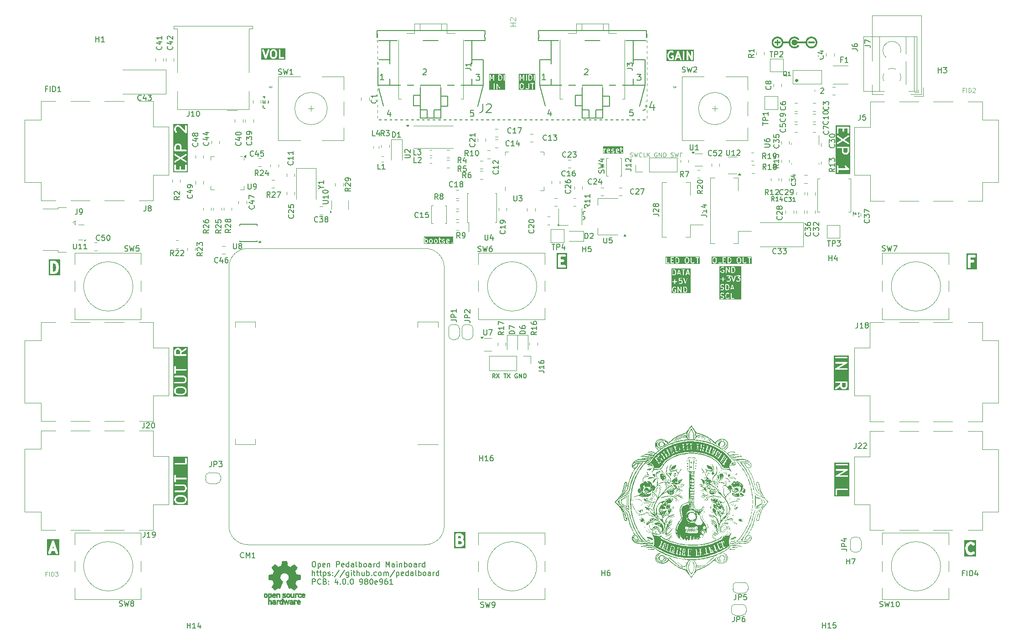
<source format=gto>
G04 #@! TF.GenerationSoftware,KiCad,Pcbnew,8.0.4+1*
G04 #@! TF.CreationDate,2024-10-16T16:42:30+00:00*
G04 #@! TF.ProjectId,pedalboard-hw,70656461-6c62-46f6-9172-642d68772e6b,4.0.0*
G04 #@! TF.SameCoordinates,Original*
G04 #@! TF.FileFunction,Legend,Top*
G04 #@! TF.FilePolarity,Positive*
%FSLAX46Y46*%
G04 Gerber Fmt 4.6, Leading zero omitted, Abs format (unit mm)*
G04 Created by KiCad (PCBNEW 8.0.4+1) date 2024-10-16 16:42:30*
%MOMM*%
%LPD*%
G01*
G04 APERTURE LIST*
%ADD10C,0.000000*%
%ADD11C,0.019755*%
%ADD12C,0.008210*%
%ADD13C,0.004304*%
%ADD14C,0.004635*%
%ADD15C,0.300000*%
%ADD16C,0.500000*%
%ADD17C,0.150000*%
%ADD18C,0.125000*%
%ADD19C,0.100000*%
%ADD20C,0.160020*%
%ADD21C,0.127000*%
%ADD22C,0.120000*%
%ADD23C,0.010000*%
%ADD24C,0.152400*%
%ADD25C,0.317500*%
%ADD26R,2.000000X2.000000*%
%ADD27C,2.700000*%
%ADD28C,3.000000*%
%ADD29O,1.200000X2.200000*%
%ADD30O,2.200000X1.200000*%
%ADD31R,4.400000X1.800000*%
%ADD32O,4.000000X1.800000*%
%ADD33O,1.800000X4.000000*%
%ADD34R,2.600000X2.600000*%
%ADD35C,2.600000*%
%ADD36R,1.700000X0.900000*%
%ADD37R,2.400000X2.000000*%
%ADD38R,1.700000X1.700000*%
%ADD39O,1.700000X1.700000*%
%ADD40R,1.400000X1.100000*%
%ADD41C,0.600000*%
%ADD42R,2.000000X1.800000*%
%ADD43C,2.000000*%
%ADD44C,3.200000*%
%ADD45R,3.400000X2.710000*%
%ADD46R,1.650000X0.400000*%
%ADD47R,0.700000X1.825000*%
%ADD48R,1.500000X2.000000*%
%ADD49R,2.000000X1.350000*%
%ADD50O,1.700000X1.350000*%
%ADD51O,1.500000X1.100000*%
%ADD52R,2.500000X1.430000*%
%ADD53R,3.700000X3.700000*%
%ADD54R,1.300000X0.800000*%
%ADD55R,1.100000X0.250000*%
%ADD56R,1.600000X1.500000*%
%ADD57C,1.600000*%
%ADD58C,6.100000*%
%ADD59R,0.700000X0.200000*%
%ADD60R,5.100000X2.350000*%
%ADD61C,6.000000*%
%ADD62O,1.200000X1.750000*%
G04 APERTURE END LIST*
D10*
G36*
X143329721Y-103986939D02*
G01*
X143331298Y-103988442D01*
X143332688Y-103991099D01*
X143334896Y-103999796D01*
X143336318Y-104012875D01*
X143336928Y-104030182D01*
X143336702Y-104051560D01*
X143335612Y-104076856D01*
X143333634Y-104105914D01*
X143330740Y-104138578D01*
X143322107Y-104214108D01*
X143319301Y-104235091D01*
X143316195Y-104255629D01*
X143312820Y-104275609D01*
X143309208Y-104294917D01*
X143305389Y-104313439D01*
X143301395Y-104331063D01*
X143297255Y-104347673D01*
X143293002Y-104363157D01*
X143288667Y-104377401D01*
X143284279Y-104390291D01*
X143279872Y-104401713D01*
X143275474Y-104411554D01*
X143271118Y-104419700D01*
X143268965Y-104423102D01*
X143266834Y-104426037D01*
X143264729Y-104428492D01*
X143262653Y-104430452D01*
X143260612Y-104431903D01*
X143258607Y-104432831D01*
X143253410Y-104433825D01*
X143248407Y-104433548D01*
X143243607Y-104432071D01*
X143239018Y-104429469D01*
X143234649Y-104425812D01*
X143230508Y-104421173D01*
X143226603Y-104415625D01*
X143222943Y-104409239D01*
X143219537Y-104402089D01*
X143216392Y-104394246D01*
X143210920Y-104376772D01*
X143206596Y-104357397D01*
X143203486Y-104336699D01*
X143201657Y-104315257D01*
X143201178Y-104293649D01*
X143202114Y-104272455D01*
X143204534Y-104252253D01*
X143208503Y-104233621D01*
X143211091Y-104225076D01*
X143214091Y-104217140D01*
X143217512Y-104209886D01*
X143221363Y-104203387D01*
X143225651Y-104197715D01*
X143230386Y-104192941D01*
X143234472Y-104189190D01*
X143238764Y-104184590D01*
X143243222Y-104179206D01*
X143247804Y-104173098D01*
X143252469Y-104166328D01*
X143257174Y-104158959D01*
X143261880Y-104151053D01*
X143266545Y-104142671D01*
X143271127Y-104133875D01*
X143275585Y-104124729D01*
X143279877Y-104115293D01*
X143283963Y-104105629D01*
X143287801Y-104095800D01*
X143291349Y-104085868D01*
X143294567Y-104075895D01*
X143297412Y-104065942D01*
X143304395Y-104039623D01*
X143310773Y-104018771D01*
X143316520Y-104003232D01*
X143321611Y-103992850D01*
X143323903Y-103989545D01*
X143326020Y-103987471D01*
X143327961Y-103986608D01*
X143329721Y-103986939D01*
G37*
G36*
X139005375Y-112479527D02*
G01*
X139013059Y-112480117D01*
X139020598Y-112481016D01*
X139027976Y-112482216D01*
X139035175Y-112483709D01*
X139042181Y-112485489D01*
X139048977Y-112487549D01*
X139055547Y-112489882D01*
X139061875Y-112492480D01*
X139067944Y-112495337D01*
X139073739Y-112498444D01*
X139079243Y-112501796D01*
X139084440Y-112505385D01*
X139089315Y-112509204D01*
X139093850Y-112513246D01*
X139098030Y-112517504D01*
X139101838Y-112521970D01*
X139105259Y-112526637D01*
X139108276Y-112531500D01*
X139110874Y-112536549D01*
X139113035Y-112541779D01*
X139114744Y-112547181D01*
X139115985Y-112552750D01*
X139116741Y-112558478D01*
X139116997Y-112564357D01*
X139116905Y-112565979D01*
X139116631Y-112567538D01*
X139116183Y-112569030D01*
X139115563Y-112570455D01*
X139114779Y-112571810D01*
X139113834Y-112573093D01*
X139112734Y-112574303D01*
X139111484Y-112575437D01*
X139110090Y-112576494D01*
X139108556Y-112577471D01*
X139105090Y-112579179D01*
X139101128Y-112580546D01*
X139096712Y-112581557D01*
X139091882Y-112582195D01*
X139086679Y-112582446D01*
X139081146Y-112582294D01*
X139075324Y-112581723D01*
X139069254Y-112580717D01*
X139062977Y-112579263D01*
X139056534Y-112577343D01*
X139049968Y-112574942D01*
X139042698Y-112573163D01*
X139035464Y-112571793D01*
X139028303Y-112570826D01*
X139021250Y-112570256D01*
X139014342Y-112570080D01*
X139007614Y-112570291D01*
X139001104Y-112570884D01*
X138994847Y-112571855D01*
X138991824Y-112572481D01*
X138988879Y-112573198D01*
X138986015Y-112574008D01*
X138983237Y-112574908D01*
X138980549Y-112575899D01*
X138977956Y-112576979D01*
X138975463Y-112578149D01*
X138973074Y-112579407D01*
X138970793Y-112580754D01*
X138968625Y-112582187D01*
X138966575Y-112583707D01*
X138964647Y-112585312D01*
X138962845Y-112587003D01*
X138961175Y-112588779D01*
X138959640Y-112590638D01*
X138958246Y-112592581D01*
X138955980Y-112595884D01*
X138953182Y-112599162D01*
X138949898Y-112602387D01*
X138946175Y-112605535D01*
X138942059Y-112608580D01*
X138937597Y-112611495D01*
X138932835Y-112614256D01*
X138927820Y-112616835D01*
X138922598Y-112619208D01*
X138917215Y-112621348D01*
X138911720Y-112623230D01*
X138906157Y-112624828D01*
X138900573Y-112626116D01*
X138895015Y-112627067D01*
X138889529Y-112627657D01*
X138884163Y-112627860D01*
X138876295Y-112627525D01*
X138869216Y-112626546D01*
X138862910Y-112624961D01*
X138857360Y-112622809D01*
X138852549Y-112620127D01*
X138848460Y-112616953D01*
X138845076Y-112613326D01*
X138842381Y-112609283D01*
X138840358Y-112604864D01*
X138838989Y-112600105D01*
X138838259Y-112595045D01*
X138838150Y-112589722D01*
X138838646Y-112584174D01*
X138839730Y-112578440D01*
X138841385Y-112572557D01*
X138843594Y-112566564D01*
X138846340Y-112560498D01*
X138849607Y-112554398D01*
X138853378Y-112548302D01*
X138857636Y-112542248D01*
X138862364Y-112536274D01*
X138867546Y-112530418D01*
X138873164Y-112524719D01*
X138879202Y-112519214D01*
X138885643Y-112513942D01*
X138892471Y-112508940D01*
X138899668Y-112504247D01*
X138907217Y-112499901D01*
X138915103Y-112495940D01*
X138923307Y-112492402D01*
X138931814Y-112489325D01*
X138940607Y-112486748D01*
X138948872Y-112484618D01*
X138957122Y-112482852D01*
X138965339Y-112481445D01*
X138973508Y-112480388D01*
X138981612Y-112479675D01*
X138989635Y-112479299D01*
X138997562Y-112479252D01*
X139005375Y-112479527D01*
G37*
G36*
X130646361Y-111327149D02*
G01*
X130649318Y-111328353D01*
X130651991Y-111330266D01*
X130654384Y-111332896D01*
X130656504Y-111336251D01*
X130658355Y-111340340D01*
X130659942Y-111345172D01*
X130662347Y-111357095D01*
X130663759Y-111372087D01*
X130664221Y-111390216D01*
X130663773Y-111411549D01*
X130662457Y-111436153D01*
X130660314Y-111464096D01*
X130657386Y-111495444D01*
X130655690Y-111516279D01*
X130654568Y-111536453D01*
X130654014Y-111555966D01*
X130654023Y-111574817D01*
X130654591Y-111593007D01*
X130655712Y-111610536D01*
X130657380Y-111627403D01*
X130659591Y-111643609D01*
X130662339Y-111659153D01*
X130665620Y-111674036D01*
X130669427Y-111688257D01*
X130673757Y-111701817D01*
X130678603Y-111714715D01*
X130683961Y-111726952D01*
X130689826Y-111738528D01*
X130696191Y-111749442D01*
X130701519Y-111758439D01*
X130706899Y-111768170D01*
X130717689Y-111789461D01*
X130728314Y-111812570D01*
X130738525Y-111836755D01*
X130748075Y-111861269D01*
X130756715Y-111885371D01*
X130764198Y-111908315D01*
X130770275Y-111929358D01*
X130771359Y-111934308D01*
X130772623Y-111939231D01*
X130774060Y-111944121D01*
X130775663Y-111948974D01*
X130779344Y-111958542D01*
X130783614Y-111967888D01*
X130788422Y-111976965D01*
X130793715Y-111985726D01*
X130799443Y-111994127D01*
X130805553Y-112002118D01*
X130811993Y-112009656D01*
X130818713Y-112016691D01*
X130825660Y-112023180D01*
X130832783Y-112029074D01*
X130840029Y-112034327D01*
X130847349Y-112038893D01*
X130851019Y-112040903D01*
X130854688Y-112042725D01*
X130858350Y-112044351D01*
X130861997Y-112045776D01*
X130868685Y-112048124D01*
X130875481Y-112051164D01*
X130882329Y-112054845D01*
X130889172Y-112059115D01*
X130895953Y-112063923D01*
X130902615Y-112069216D01*
X130909101Y-112074943D01*
X130915355Y-112081053D01*
X130921319Y-112087494D01*
X130926937Y-112094213D01*
X130932152Y-112101160D01*
X130936907Y-112108283D01*
X130941145Y-112115530D01*
X130944810Y-112122849D01*
X130947844Y-112130188D01*
X130949107Y-112133850D01*
X130950191Y-112137497D01*
X130953219Y-112146417D01*
X130956350Y-112154655D01*
X130959580Y-112162212D01*
X130962911Y-112169089D01*
X130966339Y-112175287D01*
X130969865Y-112180805D01*
X130973486Y-112185645D01*
X130977201Y-112189808D01*
X130981009Y-112193294D01*
X130984910Y-112196103D01*
X130988900Y-112198237D01*
X130992980Y-112199696D01*
X130997147Y-112200480D01*
X131001401Y-112200591D01*
X131005740Y-112200028D01*
X131010164Y-112198793D01*
X131014670Y-112196886D01*
X131019257Y-112194308D01*
X131023924Y-112191060D01*
X131028671Y-112187142D01*
X131033494Y-112182554D01*
X131038394Y-112177298D01*
X131043369Y-112171374D01*
X131048418Y-112164783D01*
X131053539Y-112157525D01*
X131058731Y-112149601D01*
X131069323Y-112131757D01*
X131080183Y-112111258D01*
X131091302Y-112088107D01*
X131127755Y-112015052D01*
X131163319Y-111949153D01*
X131198428Y-111890128D01*
X131233516Y-111837691D01*
X131251188Y-111813855D01*
X131269018Y-111791559D01*
X131287059Y-111770768D01*
X131305367Y-111751447D01*
X131323995Y-111733560D01*
X131342998Y-111717071D01*
X131362429Y-111701945D01*
X131382344Y-111688147D01*
X131402796Y-111675640D01*
X131423840Y-111664390D01*
X131445530Y-111654361D01*
X131467920Y-111645517D01*
X131491065Y-111637823D01*
X131515018Y-111631244D01*
X131539835Y-111625743D01*
X131565568Y-111621285D01*
X131592273Y-111617835D01*
X131620004Y-111615357D01*
X131678760Y-111613175D01*
X131742271Y-111614456D01*
X131810969Y-111618915D01*
X131835466Y-111621185D01*
X131859973Y-111624010D01*
X131908810Y-111631235D01*
X131957069Y-111640402D01*
X132004336Y-111651327D01*
X132050197Y-111663822D01*
X132094239Y-111677702D01*
X132136049Y-111692781D01*
X132175212Y-111708873D01*
X132211317Y-111725792D01*
X132228093Y-111734504D01*
X132243949Y-111743352D01*
X132258833Y-111752314D01*
X132272695Y-111761366D01*
X132285481Y-111770486D01*
X132297141Y-111779649D01*
X132307623Y-111788833D01*
X132316875Y-111798015D01*
X132324845Y-111807170D01*
X132331482Y-111816277D01*
X132336734Y-111825311D01*
X132340549Y-111834250D01*
X132342876Y-111843070D01*
X132343664Y-111851747D01*
X132343581Y-111859800D01*
X132343168Y-111866727D01*
X132342175Y-111872475D01*
X132340356Y-111876993D01*
X132339059Y-111878775D01*
X132337462Y-111880230D01*
X132335535Y-111881352D01*
X132333245Y-111882134D01*
X132330563Y-111882569D01*
X132327458Y-111882652D01*
X132319851Y-111881734D01*
X132310177Y-111879328D01*
X132298188Y-111875381D01*
X132283636Y-111869843D01*
X132266273Y-111862662D01*
X132222120Y-111843163D01*
X132163747Y-111816470D01*
X132130119Y-111802126D01*
X132097959Y-111789523D01*
X132067163Y-111778666D01*
X132037629Y-111769562D01*
X132009251Y-111762214D01*
X131981928Y-111756629D01*
X131955556Y-111752811D01*
X131930032Y-111750765D01*
X131905251Y-111750497D01*
X131881111Y-111752012D01*
X131857509Y-111755315D01*
X131834341Y-111760412D01*
X131811503Y-111767306D01*
X131788893Y-111776004D01*
X131766407Y-111786511D01*
X131743941Y-111798831D01*
X131722292Y-111810813D01*
X131695104Y-111825234D01*
X131628407Y-111859244D01*
X131552449Y-111896561D01*
X131475831Y-111932886D01*
X131443270Y-111949406D01*
X131411800Y-111967151D01*
X131381518Y-111986022D01*
X131352524Y-112005922D01*
X131324914Y-112026752D01*
X131298787Y-112048413D01*
X131274242Y-112070809D01*
X131251376Y-112093841D01*
X131230287Y-112117409D01*
X131211075Y-112141418D01*
X131193836Y-112165767D01*
X131178670Y-112190359D01*
X131165674Y-112215096D01*
X131154947Y-112239880D01*
X131150465Y-112252258D01*
X131146587Y-112264612D01*
X131143325Y-112276928D01*
X131140691Y-112289194D01*
X131138545Y-112298505D01*
X131136085Y-112307257D01*
X131133331Y-112315447D01*
X131130301Y-112323072D01*
X131127012Y-112330132D01*
X131123483Y-112336624D01*
X131119732Y-112342547D01*
X131115777Y-112347897D01*
X131111635Y-112352674D01*
X131107326Y-112356876D01*
X131102866Y-112360500D01*
X131098275Y-112363545D01*
X131093571Y-112366008D01*
X131088770Y-112367888D01*
X131083893Y-112369183D01*
X131078955Y-112369890D01*
X131073977Y-112370009D01*
X131068975Y-112369536D01*
X131063968Y-112368471D01*
X131058974Y-112366810D01*
X131054011Y-112364553D01*
X131049097Y-112361697D01*
X131044250Y-112358240D01*
X131039488Y-112354180D01*
X131034830Y-112349516D01*
X131030293Y-112344245D01*
X131025896Y-112338366D01*
X131021657Y-112331876D01*
X131017593Y-112324774D01*
X131013722Y-112317058D01*
X131010064Y-112308725D01*
X131006636Y-112299774D01*
X131002926Y-112291144D01*
X130998450Y-112282488D01*
X130993272Y-112273862D01*
X130987453Y-112265325D01*
X130981056Y-112256932D01*
X130974142Y-112248740D01*
X130966773Y-112240807D01*
X130959011Y-112233189D01*
X130950918Y-112225943D01*
X130942557Y-112219126D01*
X130933989Y-112212794D01*
X130925276Y-112207006D01*
X130916481Y-112201816D01*
X130907665Y-112197283D01*
X130898890Y-112193463D01*
X130890219Y-112190413D01*
X130874532Y-112185255D01*
X130859144Y-112177591D01*
X130843943Y-112167229D01*
X130828814Y-112153978D01*
X130813643Y-112137648D01*
X130798318Y-112118046D01*
X130782724Y-112094982D01*
X130766747Y-112068265D01*
X130750274Y-112037702D01*
X130733192Y-112003104D01*
X130715386Y-111964278D01*
X130696743Y-111921035D01*
X130656490Y-111820527D01*
X130611525Y-111700052D01*
X130597837Y-111662027D01*
X130585866Y-111627195D01*
X130575589Y-111595361D01*
X130566987Y-111566327D01*
X130560038Y-111539898D01*
X130557177Y-111527599D01*
X130554722Y-111515878D01*
X130552670Y-111504709D01*
X130551019Y-111494068D01*
X130549765Y-111483932D01*
X130548907Y-111474275D01*
X130548441Y-111465072D01*
X130548366Y-111456300D01*
X130548678Y-111447933D01*
X130549375Y-111439948D01*
X130550455Y-111432319D01*
X130551914Y-111425022D01*
X130553751Y-111418032D01*
X130555962Y-111411326D01*
X130558546Y-111404878D01*
X130561498Y-111398663D01*
X130564818Y-111392658D01*
X130568502Y-111386838D01*
X130572548Y-111381178D01*
X130576953Y-111375653D01*
X130581715Y-111370240D01*
X130586830Y-111364913D01*
X130600025Y-111352232D01*
X130611855Y-111342017D01*
X130622363Y-111334334D01*
X130627133Y-111331463D01*
X130631589Y-111329250D01*
X130635734Y-111327704D01*
X130639575Y-111326833D01*
X130643115Y-111326645D01*
X130646361Y-111327149D01*
G37*
G36*
X144702373Y-111273845D02*
G01*
X144705093Y-111274316D01*
X144707874Y-111275046D01*
X144710729Y-111276037D01*
X144713666Y-111277289D01*
X144716696Y-111278803D01*
X144719829Y-111280579D01*
X144723076Y-111282617D01*
X144726447Y-111284919D01*
X144729952Y-111287486D01*
X144737407Y-111293414D01*
X144745523Y-111300407D01*
X144754384Y-111308469D01*
X144762447Y-111316707D01*
X144766076Y-111320568D01*
X144769440Y-111324269D01*
X144772537Y-111327816D01*
X144775368Y-111331220D01*
X144777935Y-111334488D01*
X144780237Y-111337629D01*
X144782276Y-111340651D01*
X144784052Y-111343563D01*
X144785565Y-111346372D01*
X144786818Y-111349088D01*
X144787809Y-111351718D01*
X144788539Y-111354272D01*
X144789010Y-111356757D01*
X144789222Y-111359182D01*
X144789176Y-111361555D01*
X144788872Y-111363885D01*
X144788311Y-111366180D01*
X144787493Y-111368449D01*
X144786420Y-111370699D01*
X144785091Y-111372940D01*
X144783508Y-111375180D01*
X144781671Y-111377426D01*
X144779581Y-111379689D01*
X144777238Y-111381975D01*
X144774643Y-111384293D01*
X144771797Y-111386652D01*
X144768700Y-111389060D01*
X144765354Y-111391526D01*
X144757913Y-111396663D01*
X144748729Y-111402227D01*
X144739711Y-111407028D01*
X144730882Y-111411087D01*
X144722263Y-111414427D01*
X144713877Y-111417069D01*
X144705746Y-111419035D01*
X144697891Y-111420347D01*
X144690334Y-111421028D01*
X144683098Y-111421099D01*
X144676204Y-111420582D01*
X144669674Y-111419500D01*
X144663531Y-111417873D01*
X144657796Y-111415724D01*
X144652491Y-111413076D01*
X144647638Y-111409949D01*
X144643260Y-111406367D01*
X144639377Y-111402350D01*
X144636013Y-111397921D01*
X144633189Y-111393102D01*
X144630926Y-111387915D01*
X144629248Y-111382381D01*
X144628175Y-111376524D01*
X144627731Y-111370364D01*
X144627936Y-111363923D01*
X144628813Y-111357224D01*
X144630384Y-111350289D01*
X144632670Y-111343139D01*
X144635695Y-111335797D01*
X144639478Y-111328284D01*
X144644044Y-111320623D01*
X144649413Y-111312835D01*
X144655608Y-111304942D01*
X144661988Y-111297502D01*
X144667954Y-111291058D01*
X144670809Y-111288212D01*
X144673591Y-111285618D01*
X144676310Y-111283275D01*
X144678979Y-111281185D01*
X144681606Y-111279348D01*
X144684201Y-111277764D01*
X144686777Y-111276436D01*
X144689342Y-111275362D01*
X144691906Y-111274545D01*
X144694482Y-111273983D01*
X144697078Y-111273679D01*
X144699704Y-111273633D01*
X144702373Y-111273845D01*
G37*
G36*
X142231583Y-108898116D02*
G01*
X142234039Y-108898436D01*
X142236620Y-108899068D01*
X142239337Y-108900013D01*
X142242200Y-108901271D01*
X142245221Y-108902845D01*
X142248411Y-108904736D01*
X142251780Y-108906944D01*
X142255340Y-108909471D01*
X142263075Y-108915488D01*
X142271704Y-108922797D01*
X142281315Y-108931408D01*
X142291995Y-108941332D01*
X142298485Y-108947475D01*
X142304718Y-108953975D01*
X142310688Y-108960795D01*
X142316387Y-108967900D01*
X142321806Y-108975253D01*
X142326939Y-108982817D01*
X142331777Y-108990557D01*
X142336313Y-108998437D01*
X142340539Y-109006420D01*
X142344447Y-109014471D01*
X142348030Y-109022552D01*
X142351279Y-109030628D01*
X142354187Y-109038663D01*
X142356746Y-109046620D01*
X142358949Y-109054464D01*
X142360787Y-109062158D01*
X142362254Y-109069665D01*
X142363340Y-109076951D01*
X142364039Y-109083978D01*
X142364343Y-109090711D01*
X142364243Y-109097113D01*
X142363733Y-109103148D01*
X142362804Y-109108779D01*
X142361449Y-109113972D01*
X142359659Y-109118689D01*
X142357428Y-109122895D01*
X142354748Y-109126553D01*
X142351610Y-109129627D01*
X142348006Y-109132080D01*
X142343931Y-109133878D01*
X142339374Y-109134983D01*
X142334329Y-109135359D01*
X142329239Y-109134933D01*
X142323910Y-109133682D01*
X142318371Y-109131653D01*
X142312653Y-109128889D01*
X142306785Y-109125436D01*
X142300797Y-109121337D01*
X142288579Y-109111381D01*
X142276237Y-109099379D01*
X142264008Y-109085688D01*
X142252131Y-109070663D01*
X142240844Y-109054661D01*
X142230383Y-109038039D01*
X142220986Y-109021154D01*
X142212892Y-109004362D01*
X142206338Y-108988019D01*
X142201561Y-108972483D01*
X142199914Y-108965128D01*
X142198800Y-108958109D01*
X142198249Y-108951469D01*
X142198292Y-108945254D01*
X142198957Y-108939508D01*
X142200275Y-108934276D01*
X142204134Y-108925596D01*
X142207833Y-108918084D01*
X142211459Y-108911750D01*
X142213273Y-108909028D01*
X142215102Y-108906604D01*
X142216956Y-108904481D01*
X142218847Y-108902658D01*
X142220786Y-108901138D01*
X142222784Y-108899921D01*
X142224851Y-108899009D01*
X142227000Y-108898403D01*
X142229240Y-108898105D01*
X142231583Y-108898116D01*
G37*
G36*
X133694012Y-98200305D02*
G01*
X133694951Y-98200832D01*
X133695864Y-98201710D01*
X133696759Y-98202940D01*
X133697644Y-98204522D01*
X133698527Y-98206454D01*
X133700315Y-98211374D01*
X133702185Y-98217699D01*
X133704201Y-98225430D01*
X133708913Y-98245109D01*
X133710434Y-98251660D01*
X133711693Y-98258074D01*
X133712697Y-98264342D01*
X133713454Y-98270451D01*
X133713971Y-98276389D01*
X133714254Y-98282145D01*
X133714312Y-98287708D01*
X133714150Y-98293065D01*
X133713776Y-98298204D01*
X133713198Y-98303116D01*
X133712422Y-98307787D01*
X133711456Y-98312206D01*
X133710306Y-98316361D01*
X133708980Y-98320241D01*
X133707484Y-98323835D01*
X133705827Y-98327130D01*
X133704014Y-98330115D01*
X133702053Y-98332778D01*
X133699952Y-98335108D01*
X133697717Y-98337093D01*
X133695355Y-98338722D01*
X133692874Y-98339982D01*
X133690280Y-98340862D01*
X133687581Y-98341351D01*
X133684784Y-98341437D01*
X133681896Y-98341109D01*
X133678924Y-98340353D01*
X133675875Y-98339160D01*
X133672756Y-98337518D01*
X133669575Y-98335414D01*
X133666338Y-98332837D01*
X133663052Y-98329776D01*
X133661781Y-98328702D01*
X133660611Y-98327468D01*
X133659543Y-98326081D01*
X133658574Y-98324546D01*
X133656929Y-98321055D01*
X133655666Y-98317042D01*
X133654775Y-98312554D01*
X133654246Y-98307637D01*
X133654069Y-98302338D01*
X133654233Y-98296702D01*
X133654727Y-98290778D01*
X133655542Y-98284610D01*
X133656667Y-98278246D01*
X133658091Y-98271732D01*
X133659805Y-98265115D01*
X133661798Y-98258441D01*
X133664060Y-98251757D01*
X133666580Y-98245109D01*
X133675923Y-98225430D01*
X133679758Y-98217699D01*
X133683117Y-98211374D01*
X133686062Y-98206454D01*
X133687400Y-98204522D01*
X133688657Y-98202940D01*
X133689841Y-98201710D01*
X133690961Y-98200832D01*
X133692025Y-98200305D01*
X133693039Y-98200129D01*
X133694012Y-98200305D01*
G37*
G36*
X133698358Y-109122627D02*
G01*
X133699606Y-109123291D01*
X133700762Y-109124562D01*
X133701837Y-109126436D01*
X133702843Y-109128912D01*
X133703790Y-109131989D01*
X133705551Y-109139934D01*
X133707209Y-109150256D01*
X133708852Y-109162940D01*
X133712442Y-109195331D01*
X133715398Y-109215884D01*
X133718891Y-109237388D01*
X133722797Y-109259141D01*
X133726993Y-109280439D01*
X133731355Y-109300579D01*
X133735758Y-109318859D01*
X133740078Y-109334575D01*
X133742168Y-109341253D01*
X133744192Y-109347026D01*
X133749257Y-109359300D01*
X133753872Y-109371631D01*
X133758041Y-109383995D01*
X133761769Y-109396366D01*
X133765060Y-109408719D01*
X133767919Y-109421028D01*
X133770350Y-109433270D01*
X133772359Y-109445417D01*
X133773949Y-109457446D01*
X133775124Y-109469330D01*
X133775890Y-109481046D01*
X133776252Y-109492566D01*
X133776212Y-109503868D01*
X133775777Y-109514924D01*
X133774950Y-109525711D01*
X133773737Y-109536202D01*
X133772141Y-109546373D01*
X133770167Y-109556198D01*
X133767819Y-109565653D01*
X133765103Y-109574712D01*
X133762023Y-109583349D01*
X133758582Y-109591540D01*
X133754787Y-109599260D01*
X133750641Y-109606483D01*
X133746148Y-109613184D01*
X133741314Y-109619337D01*
X133736142Y-109624919D01*
X133730638Y-109629903D01*
X133724806Y-109634264D01*
X133718650Y-109637977D01*
X133712175Y-109641018D01*
X133705385Y-109643359D01*
X133684896Y-109648522D01*
X133665124Y-109652787D01*
X133646104Y-109656186D01*
X133627871Y-109658752D01*
X133610459Y-109660517D01*
X133593904Y-109661513D01*
X133578240Y-109661773D01*
X133563503Y-109661329D01*
X133549727Y-109660213D01*
X133536946Y-109658457D01*
X133525197Y-109656095D01*
X133514514Y-109653157D01*
X133504931Y-109649677D01*
X133496484Y-109645686D01*
X133489207Y-109641218D01*
X133483136Y-109636303D01*
X133478305Y-109630976D01*
X133474749Y-109625267D01*
X133472503Y-109619210D01*
X133471602Y-109612835D01*
X133472080Y-109606177D01*
X133473974Y-109599267D01*
X133477316Y-109592137D01*
X133482144Y-109584820D01*
X133488490Y-109577348D01*
X133496391Y-109569753D01*
X133505881Y-109562068D01*
X133516994Y-109554324D01*
X133529767Y-109546555D01*
X133544233Y-109538792D01*
X133560428Y-109531068D01*
X133578386Y-109523415D01*
X133588390Y-109519094D01*
X133597897Y-109514731D01*
X133606905Y-109510324D01*
X133615414Y-109505872D01*
X133623421Y-109501373D01*
X133630925Y-109496826D01*
X133637926Y-109492231D01*
X133644422Y-109487585D01*
X133650411Y-109482887D01*
X133655892Y-109478136D01*
X133660864Y-109473331D01*
X133665326Y-109468471D01*
X133669277Y-109463554D01*
X133672714Y-109458578D01*
X133675638Y-109453543D01*
X133678046Y-109448448D01*
X133679937Y-109443290D01*
X133681310Y-109438070D01*
X133682164Y-109432784D01*
X133682497Y-109427433D01*
X133682308Y-109422014D01*
X133681596Y-109416527D01*
X133680359Y-109410971D01*
X133678597Y-109405343D01*
X133676307Y-109399643D01*
X133673489Y-109393869D01*
X133670142Y-109388021D01*
X133666263Y-109382096D01*
X133661852Y-109376093D01*
X133656908Y-109370012D01*
X133651429Y-109363851D01*
X133645413Y-109357608D01*
X133640454Y-109352145D01*
X133636167Y-109346315D01*
X133632561Y-109340083D01*
X133629649Y-109333410D01*
X133627439Y-109326263D01*
X133625942Y-109318603D01*
X133625168Y-109310396D01*
X133625129Y-109301605D01*
X133625833Y-109292194D01*
X133627292Y-109282127D01*
X133629516Y-109271367D01*
X133632515Y-109259878D01*
X133636299Y-109247625D01*
X133640880Y-109234571D01*
X133646266Y-109220679D01*
X133652469Y-109205914D01*
X133668792Y-109170010D01*
X133675436Y-109155863D01*
X133681187Y-109144233D01*
X133686132Y-109135105D01*
X133690358Y-109128462D01*
X133692229Y-109126067D01*
X133693954Y-109124289D01*
X133695543Y-109123124D01*
X133697007Y-109122571D01*
X133698358Y-109122627D01*
G37*
G36*
X131621139Y-101784162D02*
G01*
X131622895Y-101784435D01*
X131627022Y-101785693D01*
X131631935Y-101787880D01*
X131637591Y-101790977D01*
X131643951Y-101794963D01*
X131650972Y-101799817D01*
X131658613Y-101805519D01*
X131666833Y-101812047D01*
X131675591Y-101819382D01*
X131684844Y-101827501D01*
X131694553Y-101836386D01*
X131703193Y-101845692D01*
X131711255Y-101855061D01*
X131718740Y-101864455D01*
X131725648Y-101873834D01*
X131731980Y-101883159D01*
X131737736Y-101892390D01*
X131742917Y-101901489D01*
X131747524Y-101910414D01*
X131751558Y-101919128D01*
X131755018Y-101927591D01*
X131757906Y-101935763D01*
X131760223Y-101943604D01*
X131761968Y-101951077D01*
X131763143Y-101958140D01*
X131763749Y-101964755D01*
X131763785Y-101970883D01*
X131763253Y-101976483D01*
X131762153Y-101981517D01*
X131760486Y-101985945D01*
X131758252Y-101989727D01*
X131755453Y-101992825D01*
X131753841Y-101994105D01*
X131752088Y-101995199D01*
X131750194Y-101996102D01*
X131748159Y-101996809D01*
X131743666Y-101997617D01*
X131738609Y-101997582D01*
X131732990Y-101996665D01*
X131726809Y-101994827D01*
X131720067Y-101992028D01*
X131712764Y-101988230D01*
X131704901Y-101983392D01*
X131696478Y-101977476D01*
X131687497Y-101970441D01*
X131680547Y-101964949D01*
X131674233Y-101960402D01*
X131668529Y-101956838D01*
X131665898Y-101955435D01*
X131663409Y-101954291D01*
X131661060Y-101953411D01*
X131658847Y-101952799D01*
X131656767Y-101952459D01*
X131654817Y-101952397D01*
X131652993Y-101952616D01*
X131651293Y-101953121D01*
X131649713Y-101953917D01*
X131648250Y-101955008D01*
X131646901Y-101956399D01*
X131645662Y-101958094D01*
X131644531Y-101960098D01*
X131643503Y-101962416D01*
X131642576Y-101965051D01*
X131641747Y-101968008D01*
X131640368Y-101974908D01*
X131639340Y-101983151D01*
X131638639Y-101992774D01*
X131638236Y-102003813D01*
X131638108Y-102016304D01*
X131638229Y-102025516D01*
X131638583Y-102034604D01*
X131639154Y-102043527D01*
X131639927Y-102052242D01*
X131640886Y-102060710D01*
X131642015Y-102068889D01*
X131643299Y-102076737D01*
X131644723Y-102084213D01*
X131646270Y-102091275D01*
X131647927Y-102097883D01*
X131649676Y-102103994D01*
X131651503Y-102109568D01*
X131653392Y-102114564D01*
X131655327Y-102118939D01*
X131657293Y-102122653D01*
X131659275Y-102125664D01*
X131663110Y-102130290D01*
X131666677Y-102136171D01*
X131669978Y-102143218D01*
X131673014Y-102151344D01*
X131678297Y-102170475D01*
X131682536Y-102192857D01*
X131685742Y-102217782D01*
X131687924Y-102244541D01*
X131689094Y-102272427D01*
X131689261Y-102300731D01*
X131688436Y-102328745D01*
X131686629Y-102355763D01*
X131683850Y-102381075D01*
X131680111Y-102403974D01*
X131675420Y-102423751D01*
X131669789Y-102439699D01*
X131666624Y-102446016D01*
X131663228Y-102451110D01*
X131659602Y-102454893D01*
X131655747Y-102457276D01*
X131647433Y-102458563D01*
X131637145Y-102457238D01*
X131625042Y-102453459D01*
X131611278Y-102447382D01*
X131596010Y-102439166D01*
X131579395Y-102428968D01*
X131542748Y-102403257D01*
X131502587Y-102371510D01*
X131460162Y-102334988D01*
X131416724Y-102294953D01*
X131373525Y-102252664D01*
X131331813Y-102209383D01*
X131292840Y-102166371D01*
X131257857Y-102124889D01*
X131228114Y-102086197D01*
X131204861Y-102051556D01*
X131196060Y-102036149D01*
X131189350Y-102022228D01*
X131184888Y-102009950D01*
X131182830Y-101999473D01*
X131183333Y-101990955D01*
X131186552Y-101984553D01*
X131195262Y-101974187D01*
X131204185Y-101964260D01*
X131213306Y-101954777D01*
X131222609Y-101945740D01*
X131232080Y-101937156D01*
X131241704Y-101929029D01*
X131251466Y-101921363D01*
X131261352Y-101914163D01*
X131271347Y-101907433D01*
X131281435Y-101901177D01*
X131291601Y-101895401D01*
X131301832Y-101890109D01*
X131312112Y-101885305D01*
X131322426Y-101880994D01*
X131332760Y-101877181D01*
X131343098Y-101873869D01*
X131353425Y-101871064D01*
X131363728Y-101868770D01*
X131373990Y-101866991D01*
X131384198Y-101865732D01*
X131394335Y-101864998D01*
X131404389Y-101864792D01*
X131414342Y-101865121D01*
X131424181Y-101865987D01*
X131433892Y-101867396D01*
X131443458Y-101869352D01*
X131452865Y-101871860D01*
X131462098Y-101874924D01*
X131471143Y-101878548D01*
X131479984Y-101882738D01*
X131488607Y-101887498D01*
X131496997Y-101892832D01*
X131505211Y-101898435D01*
X131513304Y-101903350D01*
X131521261Y-101907589D01*
X131529064Y-101911166D01*
X131536696Y-101914095D01*
X131544141Y-101916388D01*
X131551382Y-101918060D01*
X131558402Y-101919124D01*
X131565185Y-101919594D01*
X131571712Y-101919483D01*
X131577969Y-101918805D01*
X131583937Y-101917574D01*
X131589601Y-101915802D01*
X131594943Y-101913504D01*
X131599946Y-101910693D01*
X131604594Y-101907383D01*
X131608870Y-101903587D01*
X131612757Y-101899319D01*
X131616239Y-101894592D01*
X131619298Y-101889420D01*
X131621918Y-101883817D01*
X131624082Y-101877796D01*
X131625772Y-101871370D01*
X131626974Y-101864554D01*
X131627669Y-101857360D01*
X131627840Y-101849803D01*
X131627472Y-101841895D01*
X131626547Y-101833651D01*
X131625048Y-101825084D01*
X131622959Y-101816208D01*
X131620262Y-101807036D01*
X131616942Y-101797582D01*
X131615488Y-101792824D01*
X131615151Y-101790842D01*
X131615068Y-101789121D01*
X131615232Y-101787658D01*
X131615639Y-101786451D01*
X131616284Y-101785497D01*
X131617162Y-101784794D01*
X131618267Y-101784338D01*
X131619594Y-101784129D01*
X131621139Y-101784162D01*
G37*
G36*
X143260075Y-103600182D02*
G01*
X143268749Y-103600441D01*
X143277920Y-103600928D01*
X143287546Y-103601647D01*
X143297585Y-103602604D01*
X143307996Y-103603804D01*
X143322478Y-103605308D01*
X143335550Y-103607242D01*
X143347288Y-103609702D01*
X143352682Y-103611161D01*
X143357771Y-103612788D01*
X143362566Y-103614596D01*
X143367075Y-103616597D01*
X143371310Y-103618804D01*
X143375279Y-103621228D01*
X143378992Y-103623883D01*
X143382460Y-103626779D01*
X143385690Y-103629930D01*
X143388694Y-103633348D01*
X143391481Y-103637045D01*
X143394061Y-103641033D01*
X143396443Y-103645325D01*
X143398637Y-103649933D01*
X143400653Y-103654869D01*
X143402500Y-103660145D01*
X143405727Y-103671768D01*
X143408396Y-103684900D01*
X143410584Y-103699638D01*
X143412369Y-103716083D01*
X143413829Y-103734330D01*
X143417116Y-103772544D01*
X143418039Y-103787583D01*
X143418295Y-103799926D01*
X143418129Y-103805088D01*
X143417745Y-103809581D01*
X143417124Y-103813404D01*
X143416249Y-103816559D01*
X143415102Y-103819047D01*
X143413668Y-103820871D01*
X143411926Y-103822030D01*
X143409862Y-103822526D01*
X143407456Y-103822361D01*
X143404691Y-103821535D01*
X143401551Y-103820051D01*
X143398018Y-103817909D01*
X143394073Y-103815111D01*
X143389700Y-103811658D01*
X143379600Y-103802792D01*
X143367578Y-103791321D01*
X143353493Y-103777257D01*
X143318581Y-103741386D01*
X143296662Y-103717980D01*
X143276191Y-103695690D01*
X143257622Y-103674972D01*
X143241409Y-103656279D01*
X143234329Y-103647834D01*
X143228008Y-103640066D01*
X143222503Y-103633032D01*
X143217872Y-103626788D01*
X143214171Y-103621392D01*
X143211457Y-103616901D01*
X143210488Y-103615012D01*
X143209787Y-103613370D01*
X143209361Y-103611983D01*
X143209218Y-103610858D01*
X143209341Y-103609886D01*
X143209707Y-103608957D01*
X143210311Y-103608070D01*
X143211147Y-103607227D01*
X143213497Y-103605672D01*
X143216714Y-103604299D01*
X143220759Y-103603111D01*
X143225589Y-103602115D01*
X143231163Y-103601315D01*
X143237440Y-103600716D01*
X143244379Y-103600324D01*
X143251937Y-103600145D01*
X143260075Y-103600182D01*
G37*
G36*
X137602015Y-98975430D02*
G01*
X137603936Y-98975643D01*
X137605813Y-98975992D01*
X137607645Y-98976475D01*
X137609430Y-98977087D01*
X137611168Y-98977824D01*
X137612856Y-98978682D01*
X137614494Y-98979658D01*
X137616080Y-98980748D01*
X137617613Y-98981948D01*
X137619092Y-98983253D01*
X137620516Y-98984661D01*
X137623191Y-98987767D01*
X137625629Y-98991234D01*
X137627818Y-98995032D01*
X137629749Y-98999130D01*
X137631411Y-99003497D01*
X137632794Y-99008101D01*
X137633888Y-99012912D01*
X137634682Y-99017899D01*
X137635166Y-99023030D01*
X137635330Y-99028275D01*
X137635289Y-99030910D01*
X137635166Y-99033521D01*
X137634964Y-99036102D01*
X137634682Y-99038652D01*
X137634323Y-99041165D01*
X137633888Y-99043639D01*
X137633378Y-99046068D01*
X137632794Y-99048450D01*
X137632138Y-99050780D01*
X137631411Y-99053054D01*
X137630614Y-99055269D01*
X137629749Y-99057421D01*
X137628816Y-99059505D01*
X137627818Y-99061519D01*
X137626755Y-99063457D01*
X137625629Y-99065317D01*
X137624440Y-99067094D01*
X137623191Y-99068784D01*
X137621883Y-99070385D01*
X137620516Y-99071890D01*
X137619092Y-99073298D01*
X137617613Y-99074603D01*
X137616080Y-99075803D01*
X137614494Y-99076893D01*
X137612856Y-99077869D01*
X137611168Y-99078727D01*
X137609430Y-99079464D01*
X137607645Y-99080076D01*
X137605813Y-99080558D01*
X137603936Y-99080908D01*
X137602015Y-99081120D01*
X137600052Y-99081192D01*
X137598399Y-99081120D01*
X137596749Y-99080908D01*
X137595105Y-99080558D01*
X137593472Y-99080076D01*
X137591851Y-99079464D01*
X137590246Y-99078727D01*
X137588661Y-99077869D01*
X137587098Y-99076893D01*
X137584053Y-99074603D01*
X137581138Y-99071890D01*
X137578377Y-99068784D01*
X137575798Y-99065317D01*
X137573425Y-99061519D01*
X137571285Y-99057421D01*
X137569403Y-99053054D01*
X137567805Y-99048450D01*
X137566518Y-99043639D01*
X137565566Y-99038652D01*
X137564976Y-99033521D01*
X137564773Y-99028275D01*
X137564825Y-99025641D01*
X137564976Y-99023030D01*
X137565224Y-99020449D01*
X137565566Y-99017899D01*
X137565998Y-99015386D01*
X137566518Y-99012912D01*
X137567121Y-99010483D01*
X137567805Y-99008101D01*
X137568567Y-99005771D01*
X137569403Y-99003497D01*
X137570310Y-99001282D01*
X137571285Y-98999130D01*
X137572324Y-98997046D01*
X137573425Y-98995032D01*
X137574584Y-98993094D01*
X137575798Y-98991234D01*
X137577063Y-98989457D01*
X137578377Y-98987767D01*
X137579737Y-98986167D01*
X137581138Y-98984661D01*
X137582578Y-98983253D01*
X137584053Y-98981948D01*
X137585561Y-98980748D01*
X137587098Y-98979658D01*
X137588661Y-98978682D01*
X137590246Y-98977824D01*
X137591851Y-98977087D01*
X137593472Y-98976475D01*
X137595105Y-98975992D01*
X137596749Y-98975643D01*
X137598399Y-98975430D01*
X137600052Y-98975359D01*
X137602015Y-98975430D01*
G37*
G36*
X145706715Y-106647120D02*
G01*
X145708104Y-106647322D01*
X145709339Y-106647707D01*
X145710412Y-106648276D01*
X145711241Y-106649411D01*
X145711745Y-106650828D01*
X145711933Y-106652517D01*
X145711811Y-106654470D01*
X145710668Y-106659136D01*
X145708373Y-106664757D01*
X145704982Y-106671268D01*
X145700553Y-106678600D01*
X145695142Y-106686686D01*
X145688805Y-106695460D01*
X145681601Y-106704854D01*
X145673585Y-106714800D01*
X145664815Y-106725233D01*
X145655347Y-106736084D01*
X145634546Y-106758773D01*
X145611636Y-106782330D01*
X145590012Y-106802312D01*
X145571432Y-106818656D01*
X145555880Y-106831444D01*
X145543340Y-106840760D01*
X145533798Y-106846686D01*
X145530146Y-106848403D01*
X145527238Y-106849304D01*
X145525071Y-106849399D01*
X145523643Y-106848698D01*
X145522954Y-106847211D01*
X145523000Y-106844950D01*
X145523780Y-106841923D01*
X145525292Y-106838142D01*
X145530503Y-106828358D01*
X145538619Y-106815680D01*
X145549623Y-106800191D01*
X145563501Y-106781973D01*
X145580236Y-106761109D01*
X145599814Y-106737683D01*
X145622218Y-106711775D01*
X145629487Y-106703427D01*
X145636715Y-106695591D01*
X145643860Y-106688281D01*
X145650881Y-106681514D01*
X145657737Y-106675305D01*
X145664386Y-106669670D01*
X145670787Y-106664624D01*
X145676899Y-106660182D01*
X145682680Y-106656361D01*
X145688089Y-106653175D01*
X145693084Y-106650640D01*
X145695414Y-106649622D01*
X145697625Y-106648772D01*
X145699712Y-106648093D01*
X145701669Y-106647586D01*
X145703493Y-106647254D01*
X145705176Y-106647098D01*
X145706715Y-106647120D01*
G37*
G36*
X147276746Y-104482221D02*
G01*
X147286131Y-104482303D01*
X147294446Y-104482551D01*
X147301697Y-104482965D01*
X147307889Y-104483543D01*
X147310589Y-104483895D01*
X147313026Y-104484287D01*
X147315201Y-104484721D01*
X147317115Y-104485197D01*
X147318767Y-104485713D01*
X147320159Y-104486271D01*
X147321292Y-104486871D01*
X147322165Y-104487512D01*
X147322780Y-104488194D01*
X147323138Y-104488917D01*
X147323238Y-104489682D01*
X147323082Y-104490488D01*
X147322670Y-104491335D01*
X147322003Y-104492224D01*
X147321081Y-104493154D01*
X147319905Y-104494126D01*
X147318477Y-104495139D01*
X147316796Y-104496193D01*
X147314862Y-104497288D01*
X147312678Y-104498425D01*
X147307558Y-104500823D01*
X147301440Y-104503386D01*
X147296073Y-104505571D01*
X147290581Y-104508133D01*
X147285007Y-104511037D01*
X147279392Y-104514245D01*
X147273776Y-104517722D01*
X147268202Y-104521432D01*
X147262710Y-104525338D01*
X147257343Y-104529404D01*
X147252141Y-104533594D01*
X147247145Y-104537872D01*
X147242398Y-104542202D01*
X147237940Y-104546547D01*
X147233813Y-104550871D01*
X147230057Y-104555139D01*
X147226715Y-104559314D01*
X147223828Y-104563359D01*
X147220604Y-104567578D01*
X147219056Y-104569380D01*
X147217551Y-104570980D01*
X147216090Y-104572378D01*
X147214674Y-104573576D01*
X147213302Y-104574574D01*
X147211977Y-104575376D01*
X147210698Y-104575980D01*
X147209466Y-104576390D01*
X147208283Y-104576606D01*
X147207147Y-104576629D01*
X147206061Y-104576462D01*
X147205024Y-104576104D01*
X147204038Y-104575558D01*
X147203103Y-104574824D01*
X147202219Y-104573904D01*
X147201388Y-104572800D01*
X147200610Y-104571512D01*
X147199885Y-104570042D01*
X147199215Y-104568391D01*
X147198600Y-104566561D01*
X147197536Y-104562366D01*
X147196700Y-104557469D01*
X147196096Y-104551880D01*
X147195730Y-104545608D01*
X147195607Y-104538664D01*
X147195898Y-104531597D01*
X147196778Y-104524953D01*
X147197443Y-104521793D01*
X147198258Y-104518743D01*
X147199226Y-104515805D01*
X147200347Y-104512978D01*
X147201624Y-104510265D01*
X147203057Y-104507668D01*
X147204648Y-104505186D01*
X147206397Y-104502822D01*
X147208307Y-104500577D01*
X147210378Y-104498452D01*
X147212612Y-104496449D01*
X147215010Y-104494568D01*
X147217573Y-104492811D01*
X147220303Y-104491180D01*
X147223201Y-104489675D01*
X147226268Y-104488298D01*
X147229506Y-104487050D01*
X147232916Y-104485933D01*
X147236498Y-104484947D01*
X147240255Y-104484095D01*
X147248298Y-104482794D01*
X147257054Y-104482041D01*
X147266533Y-104481847D01*
X147276746Y-104482221D01*
G37*
G36*
X143572804Y-104984004D02*
G01*
X143574404Y-104984186D01*
X143577871Y-104984928D01*
X143581670Y-104986167D01*
X143585768Y-104987891D01*
X143590134Y-104990090D01*
X143594738Y-104992755D01*
X143599549Y-104995875D01*
X143604536Y-104999439D01*
X143609667Y-105003437D01*
X143614912Y-105007858D01*
X143620158Y-105012727D01*
X143625289Y-105018035D01*
X143630276Y-105023726D01*
X143635087Y-105029742D01*
X143639692Y-105036027D01*
X143644058Y-105042523D01*
X143648156Y-105049175D01*
X143651955Y-105055925D01*
X143655422Y-105062716D01*
X143658528Y-105069492D01*
X143661241Y-105076195D01*
X143663530Y-105082769D01*
X143665365Y-105089157D01*
X143666714Y-105095302D01*
X143667546Y-105101147D01*
X143667830Y-105106636D01*
X143667536Y-105111769D01*
X143666680Y-105115949D01*
X143665298Y-105119216D01*
X143663427Y-105121609D01*
X143661104Y-105123167D01*
X143658365Y-105123930D01*
X143655248Y-105123937D01*
X143651789Y-105123228D01*
X143648026Y-105121842D01*
X143643994Y-105119819D01*
X143639731Y-105117197D01*
X143635274Y-105114016D01*
X143625923Y-105106137D01*
X143616236Y-105096495D01*
X143606508Y-105085406D01*
X143597033Y-105073185D01*
X143588106Y-105060148D01*
X143580021Y-105046610D01*
X143573073Y-105032885D01*
X143567557Y-105019290D01*
X143565427Y-105012640D01*
X143563766Y-105006140D01*
X143562610Y-104999829D01*
X143561996Y-104993749D01*
X143562068Y-104992167D01*
X143562281Y-104990729D01*
X143562630Y-104989433D01*
X143563113Y-104988278D01*
X143563724Y-104987262D01*
X143564461Y-104986384D01*
X143565320Y-104985644D01*
X143566296Y-104985039D01*
X143567386Y-104984568D01*
X143568585Y-104984231D01*
X143569891Y-104984025D01*
X143571298Y-104983950D01*
X143572804Y-104984004D01*
G37*
G36*
X144227787Y-112487775D02*
G01*
X144231398Y-112488947D01*
X144234920Y-112490718D01*
X144238338Y-112493078D01*
X144241639Y-112496017D01*
X144244808Y-112499526D01*
X144247831Y-112503595D01*
X144250694Y-112508215D01*
X144253383Y-112513375D01*
X144255883Y-112519066D01*
X144258180Y-112525279D01*
X144260260Y-112532003D01*
X144262109Y-112539229D01*
X144263713Y-112546947D01*
X144265056Y-112555147D01*
X144266126Y-112563821D01*
X144266908Y-112572957D01*
X144267388Y-112582547D01*
X144267551Y-112592581D01*
X144267499Y-112597851D01*
X144267348Y-112603071D01*
X144266758Y-112613334D01*
X144265807Y-112623308D01*
X144264519Y-112632930D01*
X144262921Y-112642139D01*
X144261040Y-112650872D01*
X144258900Y-112659068D01*
X144257741Y-112662945D01*
X144256527Y-112666664D01*
X144255261Y-112670218D01*
X144253947Y-112673599D01*
X144252588Y-112676800D01*
X144251187Y-112679811D01*
X144249747Y-112682626D01*
X144248272Y-112685237D01*
X144246764Y-112687636D01*
X144245227Y-112689816D01*
X144243665Y-112691768D01*
X144242079Y-112693485D01*
X144240475Y-112694959D01*
X144238854Y-112696182D01*
X144237220Y-112697147D01*
X144235577Y-112697846D01*
X144233927Y-112698271D01*
X144232274Y-112698415D01*
X144227686Y-112698150D01*
X144223191Y-112697368D01*
X144218796Y-112696092D01*
X144214511Y-112694343D01*
X144210345Y-112692141D01*
X144206307Y-112689508D01*
X144202406Y-112686466D01*
X144198650Y-112683036D01*
X144195050Y-112679239D01*
X144191614Y-112675096D01*
X144188351Y-112670629D01*
X144185270Y-112665859D01*
X144179690Y-112655495D01*
X144174948Y-112644175D01*
X144171116Y-112632070D01*
X144168265Y-112619350D01*
X144166468Y-112606185D01*
X144165798Y-112592747D01*
X144166327Y-112579205D01*
X144167064Y-112572449D01*
X144168127Y-112565731D01*
X144169526Y-112559072D01*
X144171271Y-112552494D01*
X144173369Y-112546018D01*
X144175830Y-112539665D01*
X144179197Y-112531437D01*
X144182674Y-112523943D01*
X144186246Y-112517174D01*
X144189900Y-112511119D01*
X144193621Y-112505771D01*
X144197395Y-112501117D01*
X144201207Y-112497150D01*
X144205044Y-112493859D01*
X144208892Y-112491235D01*
X144212735Y-112489268D01*
X144216561Y-112487948D01*
X144220354Y-112487266D01*
X144224101Y-112487211D01*
X144227787Y-112487775D01*
G37*
G36*
X146040093Y-102433225D02*
G01*
X146066662Y-102435122D01*
X146093437Y-102438226D01*
X146120345Y-102442490D01*
X146147312Y-102447864D01*
X146174265Y-102454301D01*
X146201132Y-102461754D01*
X146227839Y-102470174D01*
X146254314Y-102479515D01*
X146280483Y-102489727D01*
X146306273Y-102500763D01*
X146331612Y-102512576D01*
X146356427Y-102525118D01*
X146380644Y-102538341D01*
X146404190Y-102552196D01*
X146426993Y-102566637D01*
X146448980Y-102581615D01*
X146470077Y-102597083D01*
X146490211Y-102612993D01*
X146509310Y-102629296D01*
X146527301Y-102645946D01*
X146544110Y-102662895D01*
X146559665Y-102680094D01*
X146573892Y-102697495D01*
X146586719Y-102715052D01*
X146598072Y-102732716D01*
X146607879Y-102750440D01*
X146616067Y-102768175D01*
X146622562Y-102785874D01*
X146627292Y-102803489D01*
X146630183Y-102820972D01*
X146631163Y-102838276D01*
X146630808Y-102847085D01*
X146629774Y-102855004D01*
X146628102Y-102862054D01*
X146625837Y-102868255D01*
X146623021Y-102873626D01*
X146619698Y-102878188D01*
X146615912Y-102881960D01*
X146611705Y-102884964D01*
X146607121Y-102887217D01*
X146602202Y-102888742D01*
X146596994Y-102889557D01*
X146591537Y-102889683D01*
X146585877Y-102889140D01*
X146580056Y-102887948D01*
X146574117Y-102886126D01*
X146568104Y-102883696D01*
X146562060Y-102880676D01*
X146556028Y-102877087D01*
X146550051Y-102872949D01*
X146544174Y-102868282D01*
X146538439Y-102863106D01*
X146532889Y-102857441D01*
X146527567Y-102851308D01*
X146522518Y-102844725D01*
X146517784Y-102837713D01*
X146513408Y-102830292D01*
X146509434Y-102822483D01*
X146505906Y-102814304D01*
X146502865Y-102805777D01*
X146500356Y-102796921D01*
X146498423Y-102787756D01*
X146497107Y-102778303D01*
X146494989Y-102767271D01*
X146491324Y-102756028D01*
X146486179Y-102744610D01*
X146479620Y-102733055D01*
X146471711Y-102721399D01*
X146462520Y-102709679D01*
X146440552Y-102686195D01*
X146414244Y-102662897D01*
X146384122Y-102640079D01*
X146350713Y-102618037D01*
X146314545Y-102597064D01*
X146276144Y-102577455D01*
X146236038Y-102559505D01*
X146194754Y-102543509D01*
X146152818Y-102529760D01*
X146110759Y-102518554D01*
X146069102Y-102510185D01*
X146028376Y-102504948D01*
X145989107Y-102503137D01*
X145975393Y-102502934D01*
X145962077Y-102502344D01*
X145949225Y-102501393D01*
X145936907Y-102500105D01*
X145925187Y-102498507D01*
X145914134Y-102496625D01*
X145903816Y-102494485D01*
X145894297Y-102492112D01*
X145885648Y-102489533D01*
X145881669Y-102488174D01*
X145877933Y-102486773D01*
X145874448Y-102485333D01*
X145871221Y-102483857D01*
X145868262Y-102482349D01*
X145865579Y-102480813D01*
X145863180Y-102479250D01*
X145861074Y-102477665D01*
X145859268Y-102476060D01*
X145857772Y-102474439D01*
X145856594Y-102472805D01*
X145855742Y-102471162D01*
X145855225Y-102469512D01*
X145855051Y-102467859D01*
X145855256Y-102465895D01*
X145855864Y-102463974D01*
X145856867Y-102462097D01*
X145858255Y-102460266D01*
X145862143Y-102456743D01*
X145867453Y-102453417D01*
X145874106Y-102450297D01*
X145882026Y-102447395D01*
X145891134Y-102444720D01*
X145901353Y-102442282D01*
X145912606Y-102440093D01*
X145924814Y-102438162D01*
X145937902Y-102436500D01*
X145951790Y-102435117D01*
X145966401Y-102434023D01*
X145981659Y-102433229D01*
X145997485Y-102432745D01*
X146013801Y-102432581D01*
X146040093Y-102433225D01*
G37*
G36*
X140627259Y-107920646D02*
G01*
X140633539Y-107921867D01*
X140639878Y-107923722D01*
X140646287Y-107926213D01*
X140652780Y-107929346D01*
X140659367Y-107933123D01*
X140666060Y-107937548D01*
X140672870Y-107942626D01*
X140679809Y-107948360D01*
X140686890Y-107954754D01*
X140694123Y-107961813D01*
X140701519Y-107969539D01*
X140716852Y-107987011D01*
X140732980Y-108007201D01*
X140749997Y-108030140D01*
X140767996Y-108055859D01*
X140792725Y-108094217D01*
X140802901Y-108112143D01*
X140811707Y-108129888D01*
X140819212Y-108147942D01*
X140825481Y-108166798D01*
X140830582Y-108186946D01*
X140834583Y-108208877D01*
X140837550Y-108233081D01*
X140839551Y-108260050D01*
X140840652Y-108290274D01*
X140840922Y-108324246D01*
X140839234Y-108405391D01*
X140835025Y-108507414D01*
X140831512Y-108575298D01*
X140827590Y-108638728D01*
X140823266Y-108697713D01*
X140818543Y-108752264D01*
X140813428Y-108802392D01*
X140807925Y-108848107D01*
X140802040Y-108889419D01*
X140795778Y-108926338D01*
X140789144Y-108958876D01*
X140782142Y-108987041D01*
X140778506Y-108999488D01*
X140774779Y-109010845D01*
X140770964Y-109021115D01*
X140767060Y-109030298D01*
X140763068Y-109038396D01*
X140758989Y-109045410D01*
X140754823Y-109051341D01*
X140750572Y-109056191D01*
X140746235Y-109059961D01*
X140741813Y-109062653D01*
X140737308Y-109064267D01*
X140732719Y-109064804D01*
X140730787Y-109064732D01*
X140728958Y-109064517D01*
X140727234Y-109064162D01*
X140725615Y-109063667D01*
X140724103Y-109063036D01*
X140722697Y-109062269D01*
X140721398Y-109061370D01*
X140720207Y-109060339D01*
X140719124Y-109059179D01*
X140718151Y-109057892D01*
X140717287Y-109056480D01*
X140716534Y-109054944D01*
X140715892Y-109053287D01*
X140715362Y-109051510D01*
X140714944Y-109049616D01*
X140714639Y-109047606D01*
X140714371Y-109043247D01*
X140714563Y-109038449D01*
X140715221Y-109033227D01*
X140716348Y-109027597D01*
X140717951Y-109021574D01*
X140720034Y-109015173D01*
X140722604Y-109008411D01*
X140725664Y-109001303D01*
X140728387Y-108993567D01*
X140731244Y-108982410D01*
X140737238Y-108950701D01*
X140743398Y-108907913D01*
X140749475Y-108855782D01*
X140755222Y-108796044D01*
X140760389Y-108730436D01*
X140764730Y-108660693D01*
X140767996Y-108588553D01*
X140771200Y-108480597D01*
X140772112Y-108435229D01*
X140772461Y-108394966D01*
X140772169Y-108359333D01*
X140771159Y-108327856D01*
X140770360Y-108313526D01*
X140769353Y-108300057D01*
X140768127Y-108287389D01*
X140766673Y-108275463D01*
X140764982Y-108264218D01*
X140763043Y-108253597D01*
X140760847Y-108243538D01*
X140758385Y-108233984D01*
X140755645Y-108224874D01*
X140752620Y-108216148D01*
X140749299Y-108207749D01*
X140745672Y-108199615D01*
X140741730Y-108191689D01*
X140737463Y-108183909D01*
X140732862Y-108176217D01*
X140727916Y-108168554D01*
X140716953Y-108153075D01*
X140704497Y-108136997D01*
X140696542Y-108127013D01*
X140688563Y-108117572D01*
X140680580Y-108108675D01*
X140672609Y-108100327D01*
X140664669Y-108092533D01*
X140656779Y-108085295D01*
X140648955Y-108078618D01*
X140641217Y-108072505D01*
X140633582Y-108066961D01*
X140626069Y-108061989D01*
X140618695Y-108057593D01*
X140611479Y-108053778D01*
X140604438Y-108050546D01*
X140597592Y-108047902D01*
X140590957Y-108045850D01*
X140584552Y-108044393D01*
X140578395Y-108043536D01*
X140572504Y-108043282D01*
X140566898Y-108043636D01*
X140561593Y-108044600D01*
X140556610Y-108046180D01*
X140551964Y-108048378D01*
X140547675Y-108051199D01*
X140543761Y-108054646D01*
X140540240Y-108058724D01*
X140537129Y-108063436D01*
X140534448Y-108068787D01*
X140532213Y-108074779D01*
X140530444Y-108081418D01*
X140529157Y-108088706D01*
X140528372Y-108096648D01*
X140528107Y-108105248D01*
X140527579Y-108112588D01*
X140526033Y-108121309D01*
X140523526Y-108131301D01*
X140520114Y-108142455D01*
X140515855Y-108154664D01*
X140510806Y-108167818D01*
X140498562Y-108196529D01*
X140483838Y-108227721D01*
X140467088Y-108260525D01*
X140448767Y-108294074D01*
X140429330Y-108327498D01*
X140403540Y-108364837D01*
X140375223Y-108400117D01*
X140344543Y-108433325D01*
X140311659Y-108464447D01*
X140276735Y-108493471D01*
X140239931Y-108520385D01*
X140201408Y-108545174D01*
X140161329Y-108567827D01*
X140119854Y-108588330D01*
X140077146Y-108606671D01*
X140033366Y-108622835D01*
X139988674Y-108636812D01*
X139943234Y-108648587D01*
X139897205Y-108658147D01*
X139850750Y-108665480D01*
X139804031Y-108670574D01*
X139757208Y-108673414D01*
X139710443Y-108673988D01*
X139663898Y-108672283D01*
X139617734Y-108668286D01*
X139572112Y-108661984D01*
X139527195Y-108653365D01*
X139483143Y-108642415D01*
X139440118Y-108629122D01*
X139398282Y-108613472D01*
X139357796Y-108595453D01*
X139318821Y-108575052D01*
X139281520Y-108552255D01*
X139246053Y-108527050D01*
X139212582Y-108499424D01*
X139181268Y-108469364D01*
X139152273Y-108436858D01*
X139126972Y-108405444D01*
X139105303Y-108377368D01*
X139087262Y-108352662D01*
X139072844Y-108331355D01*
X139062043Y-108313481D01*
X139057997Y-108305840D01*
X139054854Y-108299068D01*
X139052612Y-108293170D01*
X139051272Y-108288149D01*
X139050832Y-108284009D01*
X139051292Y-108280754D01*
X139052651Y-108278388D01*
X139054908Y-108276915D01*
X139058063Y-108276338D01*
X139062116Y-108276662D01*
X139067065Y-108277889D01*
X139072910Y-108280026D01*
X139079651Y-108283074D01*
X139087286Y-108287038D01*
X139105237Y-108297730D01*
X139126760Y-108312132D01*
X139151848Y-108330275D01*
X139180496Y-108352191D01*
X139217289Y-108380994D01*
X139251265Y-108406665D01*
X139282916Y-108429381D01*
X139312733Y-108449316D01*
X139341205Y-108466647D01*
X139368826Y-108481549D01*
X139396084Y-108494197D01*
X139423472Y-108504769D01*
X139451479Y-108513438D01*
X139480598Y-108520382D01*
X139511319Y-108525775D01*
X139544133Y-108529794D01*
X139579530Y-108532614D01*
X139618003Y-108534411D01*
X139660041Y-108535360D01*
X139706135Y-108535637D01*
X139767069Y-108534626D01*
X139824344Y-108531517D01*
X139878187Y-108526196D01*
X139903893Y-108522670D01*
X139928827Y-108518549D01*
X139953016Y-108513819D01*
X139976490Y-108508464D01*
X139999276Y-108502471D01*
X140021403Y-108495826D01*
X140042900Y-108488514D01*
X140063795Y-108480521D01*
X140084116Y-108471833D01*
X140103893Y-108462436D01*
X140123152Y-108452315D01*
X140141923Y-108441457D01*
X140160234Y-108429847D01*
X140178114Y-108417470D01*
X140195590Y-108404314D01*
X140212692Y-108390362D01*
X140229448Y-108375603D01*
X140245885Y-108360020D01*
X140262034Y-108343600D01*
X140277921Y-108326328D01*
X140293576Y-108308191D01*
X140309027Y-108289175D01*
X140339430Y-108248445D01*
X140369357Y-108204025D01*
X140394878Y-108164338D01*
X140420730Y-108125312D01*
X140446252Y-108087939D01*
X140470781Y-108053213D01*
X140493656Y-108022124D01*
X140514217Y-107995666D01*
X140523422Y-107984483D01*
X140531800Y-107974830D01*
X140539269Y-107966830D01*
X140545746Y-107960608D01*
X140552311Y-107953953D01*
X140558784Y-107947880D01*
X140565177Y-107942394D01*
X140571501Y-107937499D01*
X140577769Y-107933198D01*
X140583991Y-107929494D01*
X140590180Y-107926393D01*
X140596347Y-107923898D01*
X140602504Y-107922013D01*
X140608662Y-107920741D01*
X140614833Y-107920086D01*
X140621028Y-107920053D01*
X140627259Y-107920646D01*
G37*
G36*
X140412063Y-101516280D02*
G01*
X140416287Y-101517118D01*
X140420951Y-101518446D01*
X140431533Y-101522555D01*
X140443681Y-101528581D01*
X140457266Y-101536499D01*
X140472158Y-101546282D01*
X140488229Y-101557905D01*
X140505349Y-101571342D01*
X140523388Y-101586566D01*
X140542218Y-101603553D01*
X140550320Y-101611458D01*
X140558085Y-101619288D01*
X140565508Y-101627034D01*
X140572583Y-101634683D01*
X140579304Y-101642223D01*
X140585665Y-101649643D01*
X140591660Y-101656931D01*
X140597284Y-101664076D01*
X140602531Y-101671066D01*
X140607395Y-101677889D01*
X140611870Y-101684534D01*
X140615950Y-101690989D01*
X140619630Y-101697243D01*
X140622903Y-101703283D01*
X140625764Y-101709099D01*
X140628208Y-101714678D01*
X140630227Y-101720009D01*
X140631817Y-101725080D01*
X140632972Y-101729880D01*
X140633686Y-101734398D01*
X140633952Y-101738620D01*
X140633766Y-101742537D01*
X140633121Y-101746135D01*
X140632011Y-101749405D01*
X140630432Y-101752333D01*
X140629464Y-101753665D01*
X140628376Y-101754908D01*
X140627168Y-101756060D01*
X140625838Y-101757119D01*
X140622813Y-101758955D01*
X140619294Y-101760402D01*
X140615276Y-101761451D01*
X140610753Y-101762088D01*
X140605719Y-101762303D01*
X140602479Y-101761937D01*
X140598733Y-101760858D01*
X140589851Y-101756695D01*
X140579325Y-101750071D01*
X140567409Y-101741247D01*
X140554357Y-101730479D01*
X140540421Y-101718027D01*
X140525854Y-101704148D01*
X140510910Y-101689102D01*
X140495842Y-101673146D01*
X140480903Y-101656538D01*
X140466347Y-101639539D01*
X140452426Y-101622405D01*
X140439394Y-101605395D01*
X140427504Y-101588767D01*
X140417010Y-101572780D01*
X140408163Y-101557693D01*
X140401568Y-101545534D01*
X140399254Y-101540253D01*
X140397573Y-101535499D01*
X140396509Y-101531270D01*
X140396047Y-101527563D01*
X140396171Y-101524373D01*
X140396863Y-101521698D01*
X140398108Y-101519535D01*
X140399890Y-101517880D01*
X140402193Y-101516730D01*
X140405000Y-101516083D01*
X140408296Y-101515933D01*
X140412063Y-101516280D01*
G37*
G36*
X131234405Y-110107386D02*
G01*
X131298026Y-110111080D01*
X131362500Y-110117845D01*
X131427098Y-110127586D01*
X131491092Y-110140210D01*
X131553752Y-110155625D01*
X131614351Y-110173737D01*
X131672158Y-110194454D01*
X131726447Y-110217683D01*
X131776488Y-110243329D01*
X131821552Y-110271301D01*
X131830884Y-110277828D01*
X131840314Y-110284159D01*
X131849775Y-110290262D01*
X131859200Y-110296107D01*
X131868522Y-110301662D01*
X131877673Y-110306897D01*
X131886586Y-110311781D01*
X131895195Y-110316282D01*
X131903431Y-110320370D01*
X131911228Y-110324013D01*
X131918519Y-110327181D01*
X131925236Y-110329843D01*
X131931312Y-110331967D01*
X131936681Y-110333522D01*
X131941274Y-110334478D01*
X131945025Y-110334804D01*
X131948602Y-110335577D01*
X131953961Y-110337849D01*
X131960985Y-110341548D01*
X131969554Y-110346600D01*
X131990852Y-110360477D01*
X132016903Y-110378901D01*
X132046758Y-110401295D01*
X132079466Y-110427077D01*
X132114075Y-110455671D01*
X132149635Y-110486498D01*
X132188620Y-110519081D01*
X132230664Y-110552698D01*
X132274527Y-110586397D01*
X132318969Y-110619229D01*
X132362749Y-110650242D01*
X132404628Y-110678485D01*
X132443365Y-110703008D01*
X132461168Y-110713577D01*
X132477720Y-110722859D01*
X132488817Y-110729161D01*
X132499612Y-110735490D01*
X132510088Y-110741830D01*
X132520232Y-110748167D01*
X132530030Y-110754486D01*
X132539468Y-110760772D01*
X132548531Y-110767010D01*
X132557205Y-110773186D01*
X132565476Y-110779283D01*
X132573330Y-110785289D01*
X132580752Y-110791187D01*
X132587728Y-110796963D01*
X132594245Y-110802603D01*
X132600287Y-110808090D01*
X132605841Y-110813411D01*
X132610893Y-110818550D01*
X132615428Y-110823493D01*
X132619432Y-110828225D01*
X132622890Y-110832730D01*
X132625790Y-110836995D01*
X132628115Y-110841004D01*
X132629853Y-110844742D01*
X132630989Y-110848195D01*
X132631508Y-110851347D01*
X132631533Y-110852806D01*
X132631397Y-110854184D01*
X132631101Y-110855480D01*
X132630642Y-110856691D01*
X132630018Y-110857816D01*
X132629227Y-110858853D01*
X132628269Y-110859800D01*
X132627140Y-110860655D01*
X132625839Y-110861417D01*
X132624365Y-110862083D01*
X132620888Y-110863121D01*
X132616696Y-110863755D01*
X132611774Y-110863970D01*
X132597355Y-110862710D01*
X132579432Y-110859022D01*
X132558305Y-110853040D01*
X132534274Y-110844898D01*
X132507638Y-110834730D01*
X132478698Y-110822670D01*
X132415101Y-110793415D01*
X132345882Y-110758206D01*
X132273439Y-110718119D01*
X132200168Y-110674228D01*
X132163973Y-110651193D01*
X132128469Y-110627609D01*
X132077840Y-110597113D01*
X132053404Y-110582914D01*
X132029691Y-110569511D01*
X132006805Y-110556976D01*
X131984850Y-110545381D01*
X131963928Y-110534800D01*
X131944143Y-110525303D01*
X131925598Y-110516964D01*
X131908396Y-110509855D01*
X131892642Y-110504048D01*
X131878438Y-110499616D01*
X131865887Y-110496631D01*
X131860264Y-110495704D01*
X131855094Y-110495165D01*
X131850388Y-110495025D01*
X131846161Y-110495291D01*
X131842424Y-110495974D01*
X131839191Y-110497081D01*
X131833337Y-110498738D01*
X131826424Y-110499755D01*
X131818549Y-110500151D01*
X131809812Y-110499948D01*
X131800309Y-110499166D01*
X131790140Y-110497826D01*
X131779403Y-110495949D01*
X131768195Y-110493555D01*
X131756615Y-110490664D01*
X131744761Y-110487298D01*
X131732732Y-110483478D01*
X131720625Y-110479223D01*
X131708539Y-110474555D01*
X131696571Y-110469494D01*
X131684821Y-110464061D01*
X131673386Y-110458276D01*
X131662239Y-110452962D01*
X131650028Y-110448253D01*
X131636845Y-110444136D01*
X131622784Y-110440596D01*
X131607938Y-110437619D01*
X131592398Y-110435192D01*
X131559615Y-110431928D01*
X131525178Y-110430689D01*
X131489831Y-110431362D01*
X131454319Y-110433834D01*
X131419386Y-110437990D01*
X131385776Y-110443718D01*
X131354232Y-110450902D01*
X131325500Y-110459431D01*
X131312421Y-110464163D01*
X131300323Y-110469189D01*
X131289301Y-110474494D01*
X131279446Y-110480063D01*
X131270852Y-110485883D01*
X131263612Y-110491940D01*
X131257820Y-110498219D01*
X131253567Y-110504706D01*
X131250947Y-110511386D01*
X131250053Y-110518247D01*
X131249858Y-110519569D01*
X131249280Y-110520889D01*
X131247014Y-110523511D01*
X131243332Y-110526091D01*
X131238312Y-110528610D01*
X131232030Y-110531046D01*
X131224566Y-110533378D01*
X131215995Y-110535587D01*
X131206396Y-110537650D01*
X131195846Y-110539549D01*
X131184423Y-110541261D01*
X131172204Y-110542767D01*
X131159267Y-110544045D01*
X131145689Y-110545075D01*
X131131548Y-110545837D01*
X131116921Y-110546309D01*
X131101886Y-110546471D01*
X131081747Y-110546596D01*
X131063638Y-110546974D01*
X131055335Y-110547259D01*
X131047525Y-110547610D01*
X131040205Y-110548027D01*
X131033370Y-110548510D01*
X131027015Y-110549060D01*
X131021137Y-110549679D01*
X131015730Y-110550365D01*
X131010791Y-110551121D01*
X131006313Y-110551947D01*
X131002294Y-110552843D01*
X130998728Y-110553810D01*
X130995612Y-110554849D01*
X130992939Y-110555960D01*
X130990707Y-110557144D01*
X130988909Y-110558402D01*
X130988173Y-110559058D01*
X130987543Y-110559734D01*
X130987020Y-110560428D01*
X130986603Y-110561140D01*
X130986292Y-110561872D01*
X130986085Y-110562623D01*
X130985983Y-110563393D01*
X130985984Y-110564182D01*
X130986089Y-110564990D01*
X130986296Y-110565817D01*
X130986605Y-110566664D01*
X130987016Y-110567531D01*
X130988140Y-110569322D01*
X130989663Y-110571192D01*
X130991581Y-110573142D01*
X130993889Y-110575171D01*
X130996582Y-110577282D01*
X130999657Y-110579474D01*
X131003108Y-110581748D01*
X131010505Y-110586795D01*
X131016806Y-110591366D01*
X131021991Y-110595483D01*
X131026039Y-110599166D01*
X131027630Y-110600851D01*
X131028929Y-110602436D01*
X131029934Y-110603922D01*
X131030641Y-110605312D01*
X131031049Y-110606610D01*
X131031155Y-110607817D01*
X131030955Y-110608936D01*
X131030448Y-110609970D01*
X131029631Y-110610921D01*
X131028502Y-110611793D01*
X131027057Y-110612586D01*
X131025294Y-110613305D01*
X131023211Y-110613952D01*
X131020805Y-110614528D01*
X131015014Y-110615482D01*
X131007900Y-110616189D01*
X130999442Y-110616668D01*
X130989620Y-110616940D01*
X130978413Y-110617026D01*
X130969722Y-110617280D01*
X130961509Y-110618028D01*
X130953778Y-110619244D01*
X130946532Y-110620905D01*
X130939775Y-110622987D01*
X130933509Y-110625467D01*
X130927738Y-110628320D01*
X130922465Y-110631523D01*
X130917693Y-110635051D01*
X130913426Y-110638881D01*
X130909666Y-110642988D01*
X130906418Y-110647350D01*
X130903683Y-110651941D01*
X130901466Y-110656738D01*
X130899770Y-110661718D01*
X130898597Y-110666856D01*
X130897952Y-110672128D01*
X130897837Y-110677510D01*
X130898255Y-110682979D01*
X130899211Y-110688511D01*
X130900706Y-110694082D01*
X130902744Y-110699667D01*
X130905329Y-110705244D01*
X130908464Y-110710787D01*
X130912152Y-110716274D01*
X130916396Y-110721680D01*
X130921199Y-110726981D01*
X130926565Y-110732153D01*
X130932497Y-110737174D01*
X130938997Y-110742017D01*
X130946071Y-110746661D01*
X130953719Y-110751080D01*
X130961244Y-110754677D01*
X130969270Y-110757523D01*
X130977803Y-110759616D01*
X130986847Y-110760948D01*
X130996408Y-110761516D01*
X131006491Y-110761313D01*
X131017101Y-110760336D01*
X131028243Y-110758578D01*
X131039923Y-110756034D01*
X131052146Y-110752700D01*
X131064916Y-110748571D01*
X131078239Y-110743640D01*
X131092120Y-110737903D01*
X131106564Y-110731355D01*
X131121577Y-110723990D01*
X131137163Y-110715804D01*
X131164976Y-110702157D01*
X131190328Y-110690310D01*
X131213407Y-110680239D01*
X131224152Y-110675864D01*
X131234398Y-110671926D01*
X131244169Y-110668422D01*
X131253487Y-110665349D01*
X131262377Y-110662706D01*
X131270861Y-110660488D01*
X131278962Y-110658695D01*
X131286705Y-110657322D01*
X131294111Y-110656369D01*
X131301205Y-110655831D01*
X131308010Y-110655706D01*
X131314548Y-110655993D01*
X131320843Y-110656687D01*
X131326919Y-110657788D01*
X131332799Y-110659291D01*
X131338505Y-110661195D01*
X131344062Y-110663497D01*
X131349492Y-110666194D01*
X131354818Y-110669284D01*
X131360065Y-110672764D01*
X131365254Y-110676632D01*
X131370410Y-110680885D01*
X131375556Y-110685520D01*
X131380715Y-110690535D01*
X131385909Y-110695927D01*
X131391164Y-110701694D01*
X131396523Y-110709351D01*
X131400638Y-110716486D01*
X131403419Y-110723157D01*
X131404282Y-110726335D01*
X131404779Y-110729419D01*
X131404898Y-110732414D01*
X131404630Y-110735329D01*
X131403962Y-110738171D01*
X131402884Y-110740946D01*
X131401385Y-110743661D01*
X131399454Y-110746324D01*
X131397079Y-110748942D01*
X131394251Y-110751522D01*
X131390957Y-110754071D01*
X131387187Y-110756596D01*
X131378176Y-110761602D01*
X131367128Y-110766598D01*
X131353957Y-110771641D01*
X131338573Y-110776787D01*
X131320890Y-110782094D01*
X131300820Y-110787617D01*
X131278274Y-110793414D01*
X131244251Y-110802282D01*
X131206506Y-110812761D01*
X131166282Y-110824482D01*
X131124816Y-110837070D01*
X131083351Y-110850154D01*
X131043126Y-110863363D01*
X131005382Y-110876323D01*
X130971358Y-110888663D01*
X130945147Y-110897962D01*
X130921907Y-110906006D01*
X130901386Y-110912778D01*
X130892065Y-110915683D01*
X130883329Y-110918264D01*
X130875146Y-110920519D01*
X130867484Y-110922447D01*
X130860312Y-110924045D01*
X130853598Y-110925312D01*
X130847310Y-110926246D01*
X130841417Y-110926845D01*
X130835887Y-110927106D01*
X130830688Y-110927028D01*
X130825789Y-110926610D01*
X130821158Y-110925848D01*
X130816764Y-110924741D01*
X130812574Y-110923287D01*
X130808557Y-110921485D01*
X130804682Y-110919332D01*
X130800917Y-110916826D01*
X130797229Y-110913965D01*
X130793589Y-110910748D01*
X130789963Y-110907173D01*
X130786320Y-110903237D01*
X130782629Y-110898938D01*
X130778858Y-110894276D01*
X130774975Y-110889247D01*
X130766747Y-110878082D01*
X130763853Y-110874155D01*
X130761125Y-110870312D01*
X130758562Y-110866554D01*
X130756164Y-110862882D01*
X130753931Y-110859298D01*
X130751864Y-110855804D01*
X130749963Y-110852400D01*
X130748226Y-110849088D01*
X130746655Y-110845868D01*
X130745250Y-110842743D01*
X130744010Y-110839714D01*
X130742935Y-110836782D01*
X130742025Y-110833947D01*
X130741281Y-110831213D01*
X130740702Y-110828579D01*
X130740289Y-110826047D01*
X130740041Y-110823618D01*
X130739958Y-110821294D01*
X130740041Y-110819076D01*
X130740289Y-110816965D01*
X130740702Y-110814963D01*
X130741281Y-110813071D01*
X130742025Y-110811289D01*
X130742934Y-110809620D01*
X130744009Y-110808065D01*
X130745250Y-110806624D01*
X130746655Y-110805300D01*
X130748226Y-110804094D01*
X130749962Y-110803006D01*
X130751864Y-110802038D01*
X130753931Y-110801192D01*
X130756164Y-110800469D01*
X130761549Y-110798190D01*
X130766464Y-110795347D01*
X130770915Y-110791972D01*
X130774905Y-110788101D01*
X130778440Y-110783767D01*
X130781526Y-110779005D01*
X130784168Y-110773849D01*
X130786370Y-110768333D01*
X130788138Y-110762492D01*
X130789477Y-110756359D01*
X130790393Y-110749969D01*
X130790890Y-110743357D01*
X130790973Y-110736555D01*
X130790649Y-110729600D01*
X130789921Y-110722524D01*
X130788795Y-110715362D01*
X130787277Y-110708148D01*
X130785371Y-110700918D01*
X130783082Y-110693703D01*
X130780417Y-110686540D01*
X130777379Y-110679463D01*
X130773974Y-110672504D01*
X130770208Y-110665700D01*
X130766085Y-110659083D01*
X130761611Y-110652689D01*
X130756790Y-110646551D01*
X130751629Y-110640704D01*
X130746131Y-110635181D01*
X130740303Y-110630018D01*
X130734149Y-110625248D01*
X130727675Y-110620906D01*
X130720885Y-110617026D01*
X130706463Y-110608251D01*
X130693608Y-110598503D01*
X130682294Y-110587844D01*
X130672496Y-110576332D01*
X130664188Y-110564031D01*
X130657347Y-110550999D01*
X130651946Y-110537298D01*
X130647960Y-110522989D01*
X130645364Y-110508131D01*
X130644133Y-110492787D01*
X130644242Y-110477016D01*
X130645666Y-110460880D01*
X130645925Y-110459306D01*
X130793164Y-110459306D01*
X130793702Y-110465361D01*
X130794818Y-110471128D01*
X130796513Y-110476590D01*
X130798787Y-110481726D01*
X130801639Y-110486517D01*
X130805070Y-110490944D01*
X130809080Y-110494987D01*
X130813669Y-110498627D01*
X130818837Y-110501844D01*
X130824583Y-110504620D01*
X130830909Y-110506934D01*
X130837813Y-110508768D01*
X130845295Y-110510102D01*
X130853357Y-110510917D01*
X130861997Y-110511192D01*
X130865614Y-110511121D01*
X130869184Y-110510908D01*
X130872705Y-110510559D01*
X130876170Y-110510076D01*
X130879576Y-110509464D01*
X130882918Y-110508727D01*
X130886192Y-110507869D01*
X130889392Y-110506893D01*
X130892515Y-110505803D01*
X130895556Y-110504604D01*
X130898511Y-110503298D01*
X130901374Y-110501891D01*
X130904142Y-110500385D01*
X130906810Y-110498785D01*
X130909373Y-110497094D01*
X130911827Y-110495317D01*
X130914167Y-110493458D01*
X130916389Y-110491519D01*
X130918488Y-110489506D01*
X130920460Y-110487421D01*
X130922300Y-110485270D01*
X130924004Y-110483055D01*
X130925567Y-110480780D01*
X130926985Y-110478450D01*
X130928253Y-110476069D01*
X130929366Y-110473639D01*
X130930321Y-110471166D01*
X130931112Y-110468653D01*
X130931735Y-110466103D01*
X130932186Y-110463521D01*
X130932460Y-110460911D01*
X130932552Y-110458276D01*
X130932624Y-110455300D01*
X130932836Y-110452328D01*
X130933186Y-110449364D01*
X130933668Y-110446411D01*
X130934280Y-110443474D01*
X130935017Y-110440556D01*
X130935876Y-110437661D01*
X130936852Y-110434794D01*
X130937942Y-110431957D01*
X130939141Y-110429155D01*
X130940447Y-110426393D01*
X130941854Y-110423672D01*
X130943360Y-110420999D01*
X130944960Y-110418375D01*
X130948427Y-110413296D01*
X130952226Y-110408464D01*
X130956324Y-110403911D01*
X130960690Y-110399669D01*
X130965295Y-110395767D01*
X130967676Y-110393954D01*
X130970106Y-110392238D01*
X130972579Y-110390623D01*
X130975092Y-110389112D01*
X130977642Y-110387710D01*
X130980224Y-110386420D01*
X130982834Y-110385247D01*
X130985469Y-110384194D01*
X130990714Y-110381385D01*
X130995846Y-110378267D01*
X131000833Y-110374860D01*
X131005644Y-110371184D01*
X131010248Y-110367260D01*
X131014615Y-110363108D01*
X131018713Y-110358750D01*
X131022511Y-110354206D01*
X131025978Y-110349497D01*
X131029084Y-110344643D01*
X131031797Y-110339665D01*
X131034086Y-110334583D01*
X131035062Y-110332010D01*
X131035921Y-110329419D01*
X131036658Y-110326813D01*
X131037269Y-110324193D01*
X131037752Y-110321564D01*
X131038101Y-110318926D01*
X131038314Y-110316284D01*
X131038386Y-110313638D01*
X131038170Y-110307571D01*
X131037658Y-110303053D01*
X131250053Y-110303053D01*
X131250258Y-110304696D01*
X131250866Y-110306317D01*
X131251869Y-110307912D01*
X131253256Y-110309482D01*
X131257145Y-110312533D01*
X131262455Y-110315455D01*
X131269108Y-110318233D01*
X131277028Y-110320850D01*
X131286135Y-110323292D01*
X131296354Y-110325543D01*
X131307607Y-110327587D01*
X131319816Y-110329408D01*
X131332903Y-110330992D01*
X131346791Y-110332323D01*
X131361402Y-110333385D01*
X131376660Y-110334163D01*
X131392486Y-110334641D01*
X131408803Y-110334804D01*
X131425119Y-110334601D01*
X131440945Y-110334012D01*
X131456203Y-110333060D01*
X131470814Y-110331772D01*
X131484702Y-110330174D01*
X131497789Y-110328293D01*
X131509998Y-110326152D01*
X131521250Y-110323779D01*
X131531469Y-110321200D01*
X131540577Y-110318439D01*
X131548497Y-110315524D01*
X131551986Y-110314016D01*
X131555150Y-110312479D01*
X131557977Y-110310917D01*
X131560460Y-110309331D01*
X131562586Y-110307727D01*
X131564348Y-110306106D01*
X131565735Y-110304472D01*
X131566738Y-110302829D01*
X131567347Y-110301179D01*
X131567552Y-110299526D01*
X131567491Y-110297562D01*
X131567309Y-110295641D01*
X131567011Y-110293765D01*
X131566601Y-110291933D01*
X131566083Y-110290148D01*
X131565459Y-110288410D01*
X131564735Y-110286722D01*
X131563914Y-110285084D01*
X131563000Y-110283498D01*
X131561997Y-110281965D01*
X131560909Y-110280486D01*
X131559739Y-110279062D01*
X131558491Y-110277695D01*
X131557170Y-110276387D01*
X131555780Y-110275138D01*
X131554323Y-110273949D01*
X131552804Y-110272823D01*
X131551228Y-110271760D01*
X131547915Y-110269829D01*
X131544417Y-110268166D01*
X131540763Y-110266783D01*
X131536986Y-110265689D01*
X131533115Y-110264895D01*
X131529182Y-110264411D01*
X131525219Y-110264247D01*
X131514718Y-110263923D01*
X131502068Y-110262979D01*
X131487764Y-110261457D01*
X131472303Y-110259397D01*
X131456180Y-110256841D01*
X131439891Y-110253830D01*
X131423934Y-110250406D01*
X131408803Y-110246610D01*
X131401208Y-110245089D01*
X131393648Y-110243833D01*
X131386136Y-110242835D01*
X131378686Y-110242090D01*
X131371310Y-110241593D01*
X131364022Y-110241338D01*
X131356837Y-110241322D01*
X131349767Y-110241538D01*
X131342827Y-110241982D01*
X131336029Y-110242647D01*
X131329388Y-110243530D01*
X131322916Y-110244625D01*
X131316628Y-110245926D01*
X131310537Y-110247429D01*
X131304657Y-110249128D01*
X131299000Y-110251019D01*
X131293582Y-110253095D01*
X131288414Y-110255352D01*
X131283512Y-110257786D01*
X131278888Y-110260389D01*
X131274556Y-110263158D01*
X131270529Y-110266087D01*
X131266822Y-110269172D01*
X131263447Y-110272406D01*
X131260418Y-110275784D01*
X131257750Y-110279303D01*
X131255454Y-110282955D01*
X131253546Y-110286737D01*
X131252038Y-110290643D01*
X131250944Y-110294668D01*
X131250278Y-110298806D01*
X131250053Y-110303053D01*
X131037658Y-110303053D01*
X131037531Y-110301938D01*
X131036479Y-110296737D01*
X131035023Y-110291968D01*
X131033175Y-110287631D01*
X131030944Y-110283725D01*
X131028342Y-110280249D01*
X131025377Y-110277202D01*
X131022061Y-110274584D01*
X131018404Y-110272395D01*
X131014417Y-110270633D01*
X131010108Y-110269298D01*
X131005490Y-110268390D01*
X131000572Y-110267907D01*
X130995365Y-110267850D01*
X130989879Y-110268216D01*
X130984124Y-110269007D01*
X130978111Y-110270220D01*
X130971849Y-110271856D01*
X130965350Y-110273914D01*
X130951680Y-110279293D01*
X130937183Y-110286351D01*
X130921942Y-110295083D01*
X130906039Y-110305485D01*
X130889558Y-110317551D01*
X130872581Y-110331276D01*
X130863279Y-110339241D01*
X130854556Y-110347249D01*
X130846412Y-110355280D01*
X130838846Y-110363315D01*
X130831860Y-110371335D01*
X130825452Y-110379320D01*
X130819623Y-110387250D01*
X130814372Y-110395107D01*
X130809701Y-110402870D01*
X130805608Y-110410522D01*
X130802094Y-110418041D01*
X130799159Y-110425410D01*
X130796802Y-110432608D01*
X130795025Y-110439615D01*
X130793826Y-110446414D01*
X130793206Y-110452984D01*
X130793164Y-110459306D01*
X130645925Y-110459306D01*
X130648378Y-110444439D01*
X130652355Y-110427754D01*
X130657571Y-110410885D01*
X130664001Y-110393894D01*
X130671619Y-110376840D01*
X130680400Y-110359786D01*
X130690320Y-110342790D01*
X130701352Y-110325915D01*
X130713473Y-110309221D01*
X130726656Y-110292768D01*
X130740876Y-110276618D01*
X130756109Y-110260830D01*
X130772328Y-110245467D01*
X130789510Y-110230588D01*
X130807628Y-110216254D01*
X130826657Y-110202526D01*
X130846573Y-110189465D01*
X130867350Y-110177131D01*
X130888963Y-110165585D01*
X130911386Y-110154888D01*
X130954590Y-110138211D01*
X131003019Y-110125163D01*
X131055943Y-110115649D01*
X131112634Y-110109577D01*
X131172365Y-110106853D01*
X131234405Y-110107386D01*
G37*
G36*
X142515459Y-108238655D02*
G01*
X142525035Y-108239435D01*
X142534766Y-108240972D01*
X142544682Y-108243277D01*
X142554816Y-108246359D01*
X142565198Y-108250226D01*
X142575859Y-108254887D01*
X142586830Y-108260352D01*
X142598142Y-108266630D01*
X142621913Y-108281659D01*
X142647420Y-108300047D01*
X142674912Y-108321867D01*
X142704636Y-108347190D01*
X142736841Y-108376089D01*
X142771774Y-108408637D01*
X142793283Y-108429823D01*
X142812881Y-108449806D01*
X142830638Y-108468703D01*
X142846629Y-108486634D01*
X142860924Y-108503717D01*
X142873597Y-108520072D01*
X142884719Y-108535817D01*
X142894364Y-108551071D01*
X142902603Y-108565952D01*
X142909508Y-108580581D01*
X142915153Y-108595075D01*
X142919609Y-108609554D01*
X142922949Y-108624136D01*
X142925246Y-108638941D01*
X142926570Y-108654086D01*
X142926996Y-108669692D01*
X142927047Y-108675602D01*
X142927198Y-108681424D01*
X142927446Y-108687150D01*
X142927788Y-108692774D01*
X142928740Y-108703690D01*
X142930027Y-108714120D01*
X142931625Y-108724013D01*
X142933507Y-108733316D01*
X142934547Y-108737731D01*
X142935647Y-108741979D01*
X142936806Y-108746054D01*
X142938020Y-108749949D01*
X142939286Y-108753658D01*
X142940600Y-108757175D01*
X142941959Y-108760493D01*
X142943360Y-108763605D01*
X142944800Y-108766506D01*
X142946276Y-108769188D01*
X142947783Y-108771645D01*
X142949320Y-108773872D01*
X142950883Y-108775860D01*
X142952468Y-108777604D01*
X142954073Y-108779098D01*
X142955694Y-108780335D01*
X142957328Y-108781308D01*
X142958971Y-108782011D01*
X142960621Y-108782437D01*
X142962274Y-108782581D01*
X142967049Y-108782917D01*
X142971456Y-108783908D01*
X142975497Y-108785525D01*
X142979176Y-108787741D01*
X142982495Y-108790529D01*
X142985459Y-108793859D01*
X142988069Y-108797705D01*
X142990331Y-108802039D01*
X142992246Y-108806832D01*
X142993818Y-108812058D01*
X142995050Y-108817688D01*
X142995946Y-108823695D01*
X142996741Y-108836727D01*
X142996229Y-108850932D01*
X142994435Y-108866088D01*
X142991386Y-108881972D01*
X142987106Y-108898363D01*
X142981622Y-108915038D01*
X142974961Y-108931776D01*
X142967146Y-108948353D01*
X142958206Y-108964548D01*
X142948164Y-108980138D01*
X142940461Y-108990104D01*
X142933171Y-108998851D01*
X142926212Y-109006399D01*
X142922830Y-109009730D01*
X142919500Y-109012769D01*
X142916212Y-109015518D01*
X142912955Y-109017981D01*
X142909718Y-109020160D01*
X142906491Y-109022056D01*
X142903265Y-109023674D01*
X142900028Y-109025016D01*
X142896771Y-109026083D01*
X142893482Y-109026880D01*
X142890153Y-109027407D01*
X142886771Y-109027669D01*
X142883328Y-109027666D01*
X142879812Y-109027403D01*
X142876213Y-109026882D01*
X142872522Y-109026105D01*
X142868727Y-109025074D01*
X142864819Y-109023793D01*
X142860786Y-109022264D01*
X142856619Y-109020489D01*
X142847841Y-109016214D01*
X142838402Y-109010988D01*
X142828218Y-109004831D01*
X142821448Y-109001029D01*
X142814403Y-108997569D01*
X142807142Y-108994459D01*
X142799721Y-108991712D01*
X142792196Y-108989336D01*
X142784624Y-108987343D01*
X142777063Y-108985743D01*
X142769569Y-108984546D01*
X142762199Y-108983762D01*
X142755010Y-108983402D01*
X142748059Y-108983476D01*
X142741402Y-108983995D01*
X142735097Y-108984968D01*
X142729200Y-108986406D01*
X142726422Y-108987303D01*
X142723768Y-108988320D01*
X142721244Y-108989459D01*
X142718858Y-108990720D01*
X142714810Y-108993827D01*
X142711894Y-108997180D01*
X142710066Y-109000757D01*
X142709281Y-109004535D01*
X142709493Y-109008491D01*
X142710657Y-109012602D01*
X142712728Y-109016847D01*
X142715661Y-109021202D01*
X142719410Y-109025645D01*
X142723930Y-109030153D01*
X142735105Y-109039275D01*
X142748821Y-109048387D01*
X142764718Y-109057307D01*
X142782435Y-109065855D01*
X142801608Y-109073850D01*
X142821877Y-109081111D01*
X142842880Y-109087458D01*
X142864255Y-109092709D01*
X142885641Y-109096684D01*
X142906675Y-109099202D01*
X142926996Y-109100081D01*
X142935016Y-109100245D01*
X142942538Y-109100729D01*
X142949562Y-109101523D01*
X142956086Y-109102617D01*
X142962109Y-109104000D01*
X142967629Y-109105662D01*
X142972645Y-109107593D01*
X142977156Y-109109782D01*
X142981161Y-109112220D01*
X142984658Y-109114895D01*
X142987646Y-109117798D01*
X142990124Y-109120917D01*
X142992090Y-109124243D01*
X142993543Y-109127766D01*
X142994483Y-109131475D01*
X142994906Y-109135359D01*
X142994813Y-109139409D01*
X142994202Y-109143614D01*
X142993071Y-109147963D01*
X142991420Y-109152447D01*
X142989247Y-109157055D01*
X142986550Y-109161776D01*
X142983330Y-109166601D01*
X142979583Y-109171519D01*
X142975309Y-109176519D01*
X142970507Y-109181592D01*
X142965175Y-109186727D01*
X142959312Y-109191914D01*
X142952917Y-109197142D01*
X142945988Y-109202401D01*
X142938525Y-109207680D01*
X142930525Y-109212970D01*
X142918741Y-109220472D01*
X142908517Y-109227177D01*
X142899844Y-109233201D01*
X142896086Y-109235993D01*
X142892711Y-109238656D01*
X142889719Y-109241206D01*
X142887108Y-109243657D01*
X142884876Y-109246022D01*
X142883023Y-109248317D01*
X142881548Y-109250554D01*
X142880448Y-109252749D01*
X142879723Y-109254915D01*
X142879372Y-109257067D01*
X142879392Y-109259219D01*
X142879783Y-109261386D01*
X142880544Y-109263580D01*
X142881673Y-109265818D01*
X142883169Y-109268112D01*
X142885030Y-109270477D01*
X142887256Y-109272928D01*
X142889845Y-109275478D01*
X142892795Y-109278142D01*
X142896106Y-109280933D01*
X142903805Y-109286957D01*
X142912929Y-109293663D01*
X142923469Y-109301164D01*
X142931698Y-109306662D01*
X142939193Y-109312568D01*
X142945964Y-109318877D01*
X142952022Y-109325583D01*
X142957377Y-109332683D01*
X142962040Y-109340170D01*
X142966021Y-109348039D01*
X142969330Y-109356286D01*
X142971977Y-109364905D01*
X142973974Y-109373890D01*
X142975329Y-109383238D01*
X142976054Y-109392942D01*
X142976159Y-109402997D01*
X142975654Y-109413399D01*
X142974550Y-109424142D01*
X142972856Y-109435220D01*
X142970504Y-109447838D01*
X142968757Y-109459267D01*
X142968118Y-109464552D01*
X142967640Y-109469559D01*
X142967326Y-109474295D01*
X142967179Y-109478766D01*
X142967203Y-109482979D01*
X142967401Y-109486940D01*
X142967775Y-109490655D01*
X142968330Y-109494131D01*
X142969068Y-109497375D01*
X142969993Y-109500393D01*
X142971108Y-109503191D01*
X142972416Y-109505776D01*
X142973921Y-109508154D01*
X142975624Y-109510332D01*
X142977531Y-109512316D01*
X142979644Y-109514113D01*
X142981966Y-109515729D01*
X142984501Y-109517170D01*
X142987251Y-109518444D01*
X142990220Y-109519556D01*
X142993412Y-109520513D01*
X142996829Y-109521322D01*
X143000475Y-109521988D01*
X143004352Y-109522519D01*
X143008465Y-109522921D01*
X143012816Y-109523199D01*
X143022246Y-109523415D01*
X143029509Y-109523599D01*
X143036739Y-109524145D01*
X143043923Y-109525043D01*
X143051047Y-109526281D01*
X143058099Y-109527850D01*
X143065065Y-109529740D01*
X143071934Y-109531940D01*
X143078691Y-109534439D01*
X143085324Y-109537228D01*
X143091820Y-109540296D01*
X143098166Y-109543632D01*
X143104350Y-109547227D01*
X143110358Y-109551070D01*
X143116177Y-109555151D01*
X143121795Y-109559459D01*
X143127198Y-109563984D01*
X143132374Y-109568716D01*
X143137309Y-109573644D01*
X143141992Y-109578758D01*
X143146408Y-109584048D01*
X143150545Y-109589503D01*
X143154390Y-109595113D01*
X143157930Y-109600868D01*
X143161153Y-109606758D01*
X143164045Y-109612771D01*
X143166593Y-109618898D01*
X143168784Y-109625129D01*
X143170606Y-109631452D01*
X143172046Y-109637858D01*
X143173090Y-109644337D01*
X143173726Y-109650877D01*
X143173941Y-109657469D01*
X143173651Y-109663133D01*
X143173287Y-109665748D01*
X143172776Y-109668218D01*
X143172119Y-109670543D01*
X143171313Y-109672724D01*
X143170359Y-109674760D01*
X143169256Y-109676651D01*
X143168002Y-109678398D01*
X143166598Y-109680000D01*
X143165044Y-109681458D01*
X143163337Y-109682770D01*
X143161478Y-109683938D01*
X143159465Y-109684962D01*
X143157299Y-109685840D01*
X143154979Y-109686574D01*
X143152503Y-109687163D01*
X143149872Y-109687608D01*
X143147085Y-109687908D01*
X143144140Y-109688063D01*
X143137778Y-109687939D01*
X143130780Y-109687236D01*
X143123141Y-109685955D01*
X143114857Y-109684095D01*
X143105921Y-109681656D01*
X143096329Y-109678638D01*
X143082814Y-109674124D01*
X143069403Y-109669196D01*
X143042978Y-109658173D01*
X143017225Y-109645724D01*
X142992315Y-109632004D01*
X142968417Y-109617167D01*
X142945703Y-109601369D01*
X142924342Y-109584766D01*
X142904506Y-109567511D01*
X142886365Y-109549760D01*
X142870090Y-109531668D01*
X142862705Y-109522542D01*
X142855850Y-109513390D01*
X142849547Y-109504229D01*
X142843817Y-109495081D01*
X142838682Y-109485963D01*
X142834162Y-109476896D01*
X142830278Y-109467898D01*
X142827053Y-109458990D01*
X142824508Y-109450190D01*
X142822664Y-109441518D01*
X142821541Y-109432993D01*
X142821162Y-109424635D01*
X142820919Y-109415922D01*
X142820212Y-109407018D01*
X142819070Y-109397979D01*
X142817524Y-109388862D01*
X142815607Y-109379725D01*
X142813349Y-109370624D01*
X142810781Y-109361616D01*
X142807934Y-109352758D01*
X142804838Y-109344107D01*
X142801526Y-109335719D01*
X142798027Y-109327651D01*
X142794373Y-109319961D01*
X142790596Y-109312705D01*
X142786725Y-109305939D01*
X142782792Y-109299722D01*
X142778828Y-109294109D01*
X142768329Y-109283133D01*
X142755679Y-109269139D01*
X142741375Y-109252747D01*
X142725914Y-109234577D01*
X142693502Y-109195386D01*
X142662413Y-109156526D01*
X142627576Y-109113255D01*
X142584802Y-109061717D01*
X142539381Y-109008194D01*
X142496606Y-108958971D01*
X142486195Y-108948154D01*
X142476156Y-108936929D01*
X142466531Y-108925383D01*
X142457360Y-108913605D01*
X142448685Y-108901683D01*
X142440548Y-108889703D01*
X142432989Y-108877755D01*
X142426051Y-108865925D01*
X142419774Y-108854302D01*
X142414200Y-108842974D01*
X142409370Y-108832028D01*
X142405325Y-108821553D01*
X142402107Y-108811635D01*
X142399758Y-108802364D01*
X142398318Y-108793826D01*
X142397829Y-108786110D01*
X142397757Y-108782783D01*
X142397543Y-108779422D01*
X142397192Y-108776034D01*
X142396705Y-108772626D01*
X142396087Y-108769205D01*
X142395340Y-108765778D01*
X142394468Y-108762352D01*
X142393474Y-108758935D01*
X142392361Y-108755533D01*
X142391132Y-108752154D01*
X142389791Y-108748804D01*
X142388341Y-108745492D01*
X142386785Y-108742223D01*
X142385126Y-108739005D01*
X142383367Y-108735846D01*
X142381513Y-108732752D01*
X142379565Y-108729730D01*
X142377528Y-108726787D01*
X142375404Y-108723931D01*
X142373197Y-108721169D01*
X142370909Y-108718508D01*
X142368545Y-108715954D01*
X142366107Y-108713515D01*
X142363599Y-108711199D01*
X142361023Y-108709011D01*
X142358384Y-108706960D01*
X142355684Y-108705053D01*
X142352927Y-108703296D01*
X142350115Y-108701696D01*
X142347252Y-108700261D01*
X142345909Y-108699678D01*
X142522349Y-108699678D01*
X142522770Y-108704185D01*
X142523662Y-108709104D01*
X142525026Y-108714437D01*
X142526862Y-108720184D01*
X142529170Y-108726344D01*
X142531953Y-108732917D01*
X142535209Y-108739904D01*
X142538940Y-108747304D01*
X142546648Y-108761033D01*
X142553968Y-108773135D01*
X142561009Y-108783635D01*
X142564459Y-108788292D01*
X142567879Y-108792558D01*
X142571284Y-108796437D01*
X142574688Y-108799932D01*
X142578103Y-108803045D01*
X142581543Y-108805781D01*
X142585021Y-108808142D01*
X142588552Y-108810131D01*
X142592149Y-108811752D01*
X142595826Y-108813009D01*
X142599595Y-108813903D01*
X142603471Y-108814439D01*
X142607468Y-108814620D01*
X142611597Y-108814449D01*
X142615875Y-108813929D01*
X142620313Y-108813063D01*
X142624925Y-108811855D01*
X142629726Y-108810308D01*
X142634728Y-108808425D01*
X142639945Y-108806209D01*
X142651078Y-108800793D01*
X142658510Y-108796692D01*
X142750607Y-108796692D01*
X142750700Y-108799958D01*
X142750974Y-108803140D01*
X142751427Y-108806236D01*
X142752054Y-108809246D01*
X142752852Y-108812168D01*
X142753816Y-108815001D01*
X142754944Y-108817744D01*
X142756230Y-108820395D01*
X142757671Y-108822952D01*
X142759263Y-108825416D01*
X142761003Y-108827784D01*
X142762886Y-108830055D01*
X142764908Y-108832228D01*
X142767066Y-108834301D01*
X142769356Y-108836274D01*
X142771774Y-108838144D01*
X142774316Y-108839911D01*
X142776978Y-108841574D01*
X142782647Y-108844580D01*
X142788750Y-108847151D01*
X142795256Y-108849279D01*
X142802135Y-108850951D01*
X142809354Y-108852159D01*
X142816883Y-108852891D01*
X142824692Y-108853137D01*
X142828608Y-108853086D01*
X142832419Y-108852932D01*
X142836121Y-108852678D01*
X142839712Y-108852324D01*
X142843189Y-108851872D01*
X142846550Y-108851323D01*
X142849792Y-108850679D01*
X142852913Y-108849940D01*
X142855909Y-108849108D01*
X142858779Y-108848185D01*
X142861520Y-108847171D01*
X142864129Y-108846068D01*
X142866604Y-108844877D01*
X142868942Y-108843599D01*
X142871140Y-108842237D01*
X142873197Y-108840790D01*
X142875108Y-108839260D01*
X142876873Y-108837650D01*
X142878487Y-108835959D01*
X142879949Y-108834189D01*
X142881256Y-108832342D01*
X142882405Y-108830418D01*
X142883394Y-108828420D01*
X142884221Y-108826348D01*
X142884882Y-108824203D01*
X142885375Y-108821988D01*
X142885697Y-108819703D01*
X142885847Y-108817349D01*
X142885821Y-108814928D01*
X142885616Y-108812442D01*
X142885231Y-108809890D01*
X142884662Y-108807276D01*
X142882105Y-108801478D01*
X142879087Y-108795995D01*
X142875645Y-108790829D01*
X142871812Y-108785985D01*
X142867626Y-108781467D01*
X142863122Y-108777278D01*
X142858334Y-108773422D01*
X142853299Y-108769903D01*
X142848052Y-108766726D01*
X142842629Y-108763893D01*
X142837065Y-108761410D01*
X142831395Y-108759279D01*
X142825656Y-108757504D01*
X142819883Y-108756090D01*
X142814110Y-108755041D01*
X142808375Y-108754359D01*
X142802712Y-108754050D01*
X142797157Y-108754116D01*
X142791745Y-108754563D01*
X142786512Y-108755393D01*
X142781494Y-108756610D01*
X142776726Y-108758219D01*
X142772243Y-108760224D01*
X142768081Y-108762627D01*
X142764276Y-108765434D01*
X142760863Y-108768647D01*
X142757877Y-108772272D01*
X142755355Y-108776311D01*
X142753331Y-108780769D01*
X142751841Y-108785649D01*
X142750922Y-108790955D01*
X142750607Y-108796692D01*
X142658510Y-108796692D01*
X142663235Y-108794084D01*
X142676524Y-108786110D01*
X142683301Y-108781597D01*
X142689064Y-108777290D01*
X142691560Y-108775201D01*
X142693794Y-108773149D01*
X142695765Y-108771127D01*
X142697470Y-108769132D01*
X142698906Y-108767157D01*
X142700071Y-108765197D01*
X142700962Y-108763248D01*
X142701577Y-108761304D01*
X142701912Y-108759360D01*
X142701966Y-108757411D01*
X142701736Y-108755452D01*
X142701219Y-108753477D01*
X142700412Y-108751481D01*
X142699313Y-108749460D01*
X142697920Y-108747408D01*
X142696230Y-108745319D01*
X142694240Y-108743189D01*
X142691948Y-108741013D01*
X142689351Y-108738785D01*
X142686446Y-108736500D01*
X142679704Y-108731739D01*
X142671701Y-108726688D01*
X142662416Y-108721307D01*
X142651829Y-108715553D01*
X142630912Y-108705136D01*
X142621137Y-108700547D01*
X142611818Y-108696371D01*
X142602957Y-108692609D01*
X142594554Y-108689261D01*
X142586610Y-108686325D01*
X142579125Y-108683804D01*
X142572099Y-108681695D01*
X142565534Y-108680000D01*
X142559431Y-108678719D01*
X142553789Y-108677850D01*
X142548610Y-108677396D01*
X142543894Y-108677354D01*
X142539642Y-108677726D01*
X142535854Y-108678512D01*
X142532531Y-108679711D01*
X142529674Y-108681323D01*
X142527283Y-108683349D01*
X142525360Y-108685788D01*
X142523904Y-108688640D01*
X142522916Y-108691906D01*
X142522398Y-108695586D01*
X142522349Y-108699678D01*
X142345909Y-108699678D01*
X142344341Y-108698998D01*
X142341386Y-108697914D01*
X142333188Y-108693857D01*
X142325782Y-108688357D01*
X142319153Y-108681502D01*
X142313288Y-108673379D01*
X142308172Y-108664075D01*
X142303791Y-108653677D01*
X142300131Y-108642273D01*
X142297178Y-108629950D01*
X142294917Y-108616795D01*
X142293335Y-108602895D01*
X142292148Y-108573209D01*
X142293504Y-108541591D01*
X142297288Y-108508737D01*
X142299765Y-108495178D01*
X142470425Y-108495178D01*
X142470436Y-108499585D01*
X142470753Y-108503624D01*
X142471366Y-108507288D01*
X142472264Y-108510571D01*
X142473440Y-108513466D01*
X142474882Y-108515967D01*
X142476581Y-108518068D01*
X142478528Y-108519762D01*
X142480712Y-108521043D01*
X142483124Y-108521903D01*
X142485755Y-108522338D01*
X142488594Y-108522339D01*
X142491633Y-108521901D01*
X142494860Y-108521018D01*
X142498267Y-108519682D01*
X142501844Y-108517888D01*
X142505582Y-108515629D01*
X142506281Y-108515138D01*
X142661479Y-108515138D01*
X142661653Y-108517311D01*
X142662052Y-108519675D01*
X142662675Y-108522235D01*
X142663519Y-108525000D01*
X142664585Y-108527976D01*
X142667374Y-108534590D01*
X142671031Y-108542134D01*
X142675546Y-108550665D01*
X142680908Y-108560240D01*
X142687108Y-108570915D01*
X142689443Y-108574491D01*
X142691816Y-108577940D01*
X142694222Y-108581259D01*
X142696658Y-108584447D01*
X142699119Y-108587501D01*
X142701603Y-108590418D01*
X142704105Y-108593195D01*
X142706621Y-108595830D01*
X142709147Y-108598320D01*
X142711680Y-108600663D01*
X142714215Y-108602856D01*
X142716749Y-108604897D01*
X142719278Y-108606783D01*
X142721798Y-108608511D01*
X142724305Y-108610079D01*
X142726795Y-108611484D01*
X142729264Y-108612724D01*
X142731709Y-108613796D01*
X142734126Y-108614697D01*
X142736510Y-108615425D01*
X142738858Y-108615978D01*
X142741166Y-108616352D01*
X142743430Y-108616545D01*
X142745646Y-108616555D01*
X142747810Y-108616379D01*
X142749919Y-108616014D01*
X142751969Y-108615458D01*
X142753955Y-108614709D01*
X142755874Y-108613762D01*
X142757722Y-108612617D01*
X142759495Y-108611271D01*
X142761189Y-108609720D01*
X142762802Y-108608026D01*
X142764331Y-108606253D01*
X142765778Y-108604407D01*
X142767142Y-108602492D01*
X142769623Y-108598472D01*
X142771773Y-108594231D01*
X142773592Y-108589803D01*
X142775080Y-108585225D01*
X142776238Y-108580534D01*
X142777065Y-108575765D01*
X142777561Y-108570955D01*
X142777727Y-108566139D01*
X142777562Y-108561355D01*
X142777066Y-108556638D01*
X142776239Y-108552024D01*
X142775081Y-108547550D01*
X142773593Y-108543251D01*
X142771774Y-108539165D01*
X142768887Y-108535241D01*
X142765545Y-108531420D01*
X142761790Y-108527724D01*
X142757663Y-108524172D01*
X142753205Y-108520785D01*
X142748458Y-108517584D01*
X142743462Y-108514591D01*
X142738260Y-108511824D01*
X142732893Y-108509306D01*
X142727401Y-108507056D01*
X142721827Y-108505096D01*
X142716211Y-108503446D01*
X142710596Y-108502126D01*
X142705022Y-108501158D01*
X142699531Y-108500562D01*
X142694163Y-108500359D01*
X142686720Y-108500492D01*
X142680259Y-108500931D01*
X142674769Y-108501731D01*
X142672385Y-108502284D01*
X142670240Y-108502949D01*
X142668333Y-108503734D01*
X142666663Y-108504644D01*
X142665227Y-108505687D01*
X142664025Y-108506870D01*
X142663056Y-108508201D01*
X142662318Y-108509686D01*
X142661810Y-108511332D01*
X142661531Y-108513147D01*
X142661479Y-108515138D01*
X142506281Y-108515138D01*
X142509469Y-108512898D01*
X142513498Y-108509689D01*
X142517658Y-108505996D01*
X142521939Y-108501812D01*
X142526332Y-108497130D01*
X142530827Y-108491945D01*
X142535414Y-108486249D01*
X142540414Y-108479797D01*
X142544826Y-108473660D01*
X142546807Y-108470705D01*
X142548637Y-108467823D01*
X142550315Y-108465012D01*
X142551839Y-108462271D01*
X142553209Y-108459596D01*
X142554421Y-108456987D01*
X142555476Y-108454441D01*
X142556373Y-108451956D01*
X142557109Y-108449531D01*
X142557683Y-108447163D01*
X142558095Y-108444851D01*
X142558343Y-108442592D01*
X142558425Y-108440385D01*
X142558341Y-108438228D01*
X142558089Y-108436118D01*
X142557668Y-108434055D01*
X142557076Y-108432035D01*
X142556312Y-108430058D01*
X142555375Y-108428120D01*
X142554264Y-108426221D01*
X142552977Y-108424357D01*
X142551513Y-108422528D01*
X142549871Y-108420732D01*
X142548049Y-108418965D01*
X142546046Y-108417227D01*
X142543861Y-108415516D01*
X142541493Y-108413829D01*
X142538940Y-108412164D01*
X142537257Y-108411244D01*
X142535516Y-108410468D01*
X142533724Y-108409833D01*
X142531885Y-108409339D01*
X142530005Y-108408985D01*
X142528088Y-108408769D01*
X142526141Y-108408690D01*
X142524168Y-108408747D01*
X142522174Y-108408938D01*
X142520165Y-108409262D01*
X142518145Y-108409718D01*
X142516120Y-108410304D01*
X142514095Y-108411020D01*
X142512076Y-108411863D01*
X142510066Y-108412833D01*
X142508073Y-108413928D01*
X142506099Y-108415148D01*
X142504152Y-108416490D01*
X142502236Y-108417953D01*
X142500356Y-108419537D01*
X142498517Y-108421240D01*
X142496725Y-108423060D01*
X142494984Y-108424996D01*
X142493300Y-108427047D01*
X142491679Y-108429213D01*
X142490124Y-108431490D01*
X142488642Y-108433879D01*
X142487237Y-108436377D01*
X142485915Y-108438984D01*
X142484681Y-108441698D01*
X142483540Y-108444518D01*
X142482497Y-108447443D01*
X142479715Y-108454563D01*
X142477316Y-108461366D01*
X142475290Y-108467846D01*
X142473629Y-108473997D01*
X142472321Y-108479813D01*
X142471358Y-108485285D01*
X142470729Y-108490409D01*
X142470425Y-108495178D01*
X142299765Y-108495178D01*
X142303388Y-108475346D01*
X142311689Y-108442116D01*
X142322077Y-108409743D01*
X142334440Y-108378926D01*
X142348663Y-108350362D01*
X142356437Y-108337142D01*
X142364633Y-108324748D01*
X142373238Y-108313266D01*
X142382236Y-108302783D01*
X142391614Y-108293387D01*
X142401358Y-108285164D01*
X142421408Y-108270583D01*
X142440715Y-108258637D01*
X142450166Y-108253675D01*
X142459525Y-108249399D01*
X142468822Y-108245818D01*
X142478087Y-108242941D01*
X142487353Y-108240777D01*
X142496649Y-108239336D01*
X142506008Y-108238626D01*
X142515459Y-108238655D01*
G37*
G36*
X129955512Y-112279096D02*
G01*
X129956139Y-112279400D01*
X129956802Y-112279961D01*
X129957501Y-112280779D01*
X129958239Y-112281853D01*
X129959018Y-112283181D01*
X129960705Y-112286602D01*
X129962578Y-112291035D01*
X129964653Y-112296475D01*
X129966945Y-112302919D01*
X129969469Y-112310359D01*
X129971685Y-112316295D01*
X129975622Y-112323450D01*
X129981182Y-112331722D01*
X129988266Y-112341006D01*
X129996776Y-112351200D01*
X130006614Y-112362200D01*
X130017683Y-112373903D01*
X130029883Y-112386205D01*
X130057285Y-112412195D01*
X130088036Y-112439342D01*
X130104421Y-112453092D01*
X130121350Y-112466820D01*
X130138722Y-112480425D01*
X130156441Y-112493802D01*
X130183662Y-112515074D01*
X130208676Y-112534000D01*
X130231840Y-112550714D01*
X130253510Y-112565350D01*
X130274044Y-112578044D01*
X130293797Y-112588929D01*
X130313127Y-112598139D01*
X130332389Y-112605810D01*
X130351941Y-112612075D01*
X130372139Y-112617069D01*
X130393339Y-112620926D01*
X130415898Y-112623780D01*
X130440173Y-112625767D01*
X130466520Y-112627019D01*
X130495296Y-112627672D01*
X130526858Y-112627860D01*
X130552870Y-112627986D01*
X130576701Y-112628376D01*
X130598404Y-112629045D01*
X130608473Y-112629490D01*
X130618029Y-112630009D01*
X130627079Y-112630606D01*
X130635628Y-112631283D01*
X130643684Y-112632041D01*
X130651253Y-112632882D01*
X130658342Y-112633809D01*
X130664956Y-112634822D01*
X130671103Y-112635925D01*
X130676789Y-112637119D01*
X130682019Y-112638406D01*
X130686802Y-112639788D01*
X130691142Y-112641267D01*
X130695048Y-112642845D01*
X130698524Y-112644523D01*
X130701578Y-112646304D01*
X130704216Y-112648190D01*
X130706444Y-112650182D01*
X130708269Y-112652283D01*
X130709698Y-112654494D01*
X130710265Y-112655642D01*
X130710736Y-112656818D01*
X130711111Y-112658023D01*
X130711391Y-112659256D01*
X130711669Y-112661811D01*
X130711575Y-112664483D01*
X130711118Y-112667276D01*
X130710303Y-112670191D01*
X130707947Y-112675276D01*
X130704229Y-112679952D01*
X130699214Y-112684220D01*
X130692967Y-112688085D01*
X130677033Y-112694616D01*
X130656945Y-112699571D01*
X130633218Y-112702976D01*
X130606371Y-112704856D01*
X130576919Y-112705238D01*
X130545379Y-112704147D01*
X130512268Y-112701609D01*
X130478103Y-112697649D01*
X130443400Y-112692295D01*
X130408677Y-112685571D01*
X130374450Y-112677503D01*
X130341236Y-112668118D01*
X130309551Y-112657441D01*
X130279913Y-112645497D01*
X130266847Y-112639790D01*
X130253477Y-112633286D01*
X130226018Y-112618082D01*
X130197918Y-112600284D01*
X130169560Y-112580289D01*
X130141326Y-112558496D01*
X130113598Y-112535303D01*
X130086759Y-112511107D01*
X130061191Y-112486307D01*
X130037277Y-112461299D01*
X130015399Y-112436483D01*
X129995939Y-112412256D01*
X129979281Y-112389016D01*
X129965805Y-112367162D01*
X129960381Y-112356878D01*
X129955895Y-112347089D01*
X129952397Y-112337846D01*
X129949934Y-112329198D01*
X129948553Y-112321195D01*
X129948302Y-112313886D01*
X129948966Y-112305823D01*
X129949646Y-112298831D01*
X129950357Y-112292903D01*
X129951114Y-112288034D01*
X129951933Y-112284220D01*
X129952370Y-112282706D01*
X129952829Y-112281454D01*
X129953311Y-112280463D01*
X129953819Y-112279733D01*
X129954353Y-112279262D01*
X129954917Y-112279050D01*
X129955512Y-112279096D01*
G37*
G36*
X138371672Y-112454069D02*
G01*
X138375273Y-112454506D01*
X138379119Y-112455244D01*
X138383226Y-112456283D01*
X138387610Y-112457618D01*
X138397275Y-112461170D01*
X138408241Y-112465880D01*
X138420640Y-112471727D01*
X138434598Y-112478689D01*
X138450247Y-112486748D01*
X138457636Y-112491067D01*
X138464590Y-112495422D01*
X138471108Y-112499806D01*
X138477187Y-112504214D01*
X138482827Y-112508641D01*
X138488027Y-112513079D01*
X138492785Y-112517524D01*
X138497100Y-112521970D01*
X138500970Y-112526411D01*
X138504395Y-112530840D01*
X138507372Y-112535253D01*
X138509901Y-112539643D01*
X138511981Y-112544005D01*
X138513610Y-112548333D01*
X138514787Y-112552620D01*
X138515510Y-112556862D01*
X138515779Y-112561052D01*
X138515591Y-112565184D01*
X138514946Y-112569254D01*
X138513843Y-112573254D01*
X138512279Y-112577179D01*
X138510255Y-112581023D01*
X138507767Y-112584781D01*
X138504817Y-112588446D01*
X138501400Y-112592014D01*
X138497518Y-112595477D01*
X138493168Y-112598830D01*
X138488349Y-112602068D01*
X138483059Y-112605185D01*
X138477299Y-112608174D01*
X138471065Y-112611030D01*
X138464357Y-112613747D01*
X138457695Y-112616096D01*
X138450953Y-112617867D01*
X138444156Y-112619077D01*
X138437327Y-112619749D01*
X138430490Y-112619901D01*
X138423670Y-112619553D01*
X138416889Y-112618727D01*
X138410173Y-112617441D01*
X138403544Y-112615716D01*
X138397027Y-112613571D01*
X138390646Y-112611028D01*
X138384424Y-112608105D01*
X138378386Y-112604823D01*
X138372555Y-112601202D01*
X138366955Y-112597262D01*
X138361611Y-112593022D01*
X138356545Y-112588504D01*
X138351783Y-112583727D01*
X138347347Y-112578710D01*
X138343262Y-112573475D01*
X138339552Y-112568040D01*
X138336241Y-112562427D01*
X138333351Y-112556655D01*
X138330908Y-112550744D01*
X138328936Y-112544714D01*
X138327457Y-112538585D01*
X138326497Y-112532378D01*
X138326079Y-112526112D01*
X138326226Y-112519807D01*
X138326963Y-112513483D01*
X138328314Y-112507160D01*
X138330302Y-112500859D01*
X138334169Y-112490313D01*
X138337916Y-112481152D01*
X138341674Y-112473356D01*
X138343597Y-112469963D01*
X138345571Y-112466903D01*
X138347612Y-112464174D01*
X138349737Y-112461773D01*
X138351961Y-112459698D01*
X138354301Y-112457945D01*
X138356772Y-112456513D01*
X138359392Y-112455399D01*
X138362175Y-112454600D01*
X138365139Y-112454114D01*
X138368299Y-112453938D01*
X138371672Y-112454069D01*
G37*
G36*
X127415677Y-107168482D02*
G01*
X127417894Y-107170441D01*
X127423160Y-107178583D01*
X127429511Y-107192290D01*
X127445344Y-107236091D01*
X127465147Y-107301224D01*
X127488670Y-107387069D01*
X127515666Y-107493006D01*
X127545886Y-107618414D01*
X127571192Y-107711282D01*
X127605624Y-107811850D01*
X127648469Y-107918970D01*
X127699014Y-108031495D01*
X127756545Y-108148279D01*
X127820350Y-108268173D01*
X127889715Y-108390031D01*
X127963928Y-108512706D01*
X128042274Y-108635050D01*
X128124042Y-108755916D01*
X128208517Y-108874157D01*
X128294988Y-108988625D01*
X128382739Y-109098174D01*
X128471059Y-109201656D01*
X128559235Y-109297924D01*
X128646553Y-109385831D01*
X128688539Y-109426168D01*
X128725962Y-109462629D01*
X128758972Y-109495390D01*
X128773869Y-109510438D01*
X128787719Y-109524627D01*
X128800540Y-109537979D01*
X128812352Y-109550515D01*
X128823173Y-109562259D01*
X128833022Y-109573231D01*
X128841917Y-109583454D01*
X128849878Y-109592949D01*
X128856923Y-109601739D01*
X128863070Y-109609845D01*
X128868339Y-109617291D01*
X128872748Y-109624096D01*
X128876316Y-109630284D01*
X128879062Y-109635877D01*
X128880133Y-109638457D01*
X128881005Y-109640896D01*
X128881680Y-109643197D01*
X128882162Y-109645363D01*
X128882452Y-109647397D01*
X128882553Y-109649301D01*
X128882468Y-109651078D01*
X128882197Y-109652730D01*
X128881745Y-109654262D01*
X128881113Y-109655674D01*
X128880303Y-109656971D01*
X128879318Y-109658155D01*
X128878160Y-109659228D01*
X128876832Y-109660193D01*
X128875336Y-109661054D01*
X128873674Y-109661812D01*
X128871849Y-109662470D01*
X128869862Y-109663032D01*
X128865415Y-109663877D01*
X128860352Y-109664368D01*
X128854692Y-109664526D01*
X128842256Y-109662749D01*
X128827511Y-109657501D01*
X128791529Y-109637097D01*
X128747621Y-109604321D01*
X128696658Y-109560181D01*
X128639515Y-109505686D01*
X128577065Y-109441842D01*
X128439737Y-109290141D01*
X128291660Y-109113139D01*
X128139821Y-108918897D01*
X127991206Y-108715478D01*
X127920291Y-108612846D01*
X127852803Y-108510942D01*
X127801186Y-108428068D01*
X127752240Y-108343710D01*
X127706075Y-108258205D01*
X127662799Y-108171889D01*
X127622519Y-108085098D01*
X127585346Y-107998167D01*
X127551387Y-107911432D01*
X127520751Y-107825230D01*
X127493545Y-107739896D01*
X127469880Y-107655765D01*
X127449863Y-107573175D01*
X127433603Y-107492461D01*
X127421209Y-107413959D01*
X127412788Y-107338004D01*
X127408450Y-107264932D01*
X127408303Y-107195081D01*
X127408918Y-107180185D01*
X127410742Y-107171165D01*
X127412098Y-107168834D01*
X127413744Y-107167943D01*
X127415677Y-107168482D01*
G37*
G36*
X148917603Y-100917400D02*
G01*
X148924310Y-100918392D01*
X148931487Y-100920046D01*
X148939067Y-100922361D01*
X148946983Y-100925337D01*
X148955168Y-100928975D01*
X148963554Y-100933275D01*
X148972076Y-100938236D01*
X148980664Y-100943858D01*
X148994191Y-100954591D01*
X149010829Y-100972012D01*
X149030381Y-100995777D01*
X149052651Y-101025548D01*
X149104562Y-101101740D01*
X149164989Y-101197858D01*
X149232361Y-101311175D01*
X149305107Y-101438960D01*
X149381657Y-101578487D01*
X149460440Y-101727026D01*
X149588480Y-101982266D01*
X149700935Y-102223780D01*
X149751718Y-102340476D01*
X149799086Y-102455042D01*
X149843197Y-102567914D01*
X149884214Y-102679525D01*
X149922295Y-102790309D01*
X149957601Y-102900700D01*
X149990293Y-103011133D01*
X150020530Y-103122041D01*
X150048472Y-103233858D01*
X150074281Y-103347020D01*
X150120135Y-103579109D01*
X150170958Y-103845621D01*
X150192937Y-103952729D01*
X150214503Y-104049626D01*
X150237062Y-104141727D01*
X150262018Y-104234448D01*
X150290778Y-104333206D01*
X150324747Y-104443414D01*
X150342084Y-104499630D01*
X150359762Y-104553313D01*
X150377875Y-104604660D01*
X150396514Y-104653868D01*
X150415774Y-104701133D01*
X150435747Y-104746652D01*
X150456526Y-104790620D01*
X150478204Y-104833234D01*
X150500875Y-104874691D01*
X150524630Y-104915186D01*
X150549564Y-104954916D01*
X150575770Y-104994079D01*
X150603339Y-105032869D01*
X150632366Y-105071483D01*
X150662943Y-105110118D01*
X150695163Y-105148970D01*
X150722944Y-105183201D01*
X150752709Y-105219085D01*
X150814225Y-105291845D01*
X150871772Y-105359314D01*
X150917413Y-105413553D01*
X150925505Y-105423069D01*
X150933240Y-105432424D01*
X150940613Y-105441603D01*
X150947619Y-105450588D01*
X150954254Y-105459364D01*
X150960511Y-105467914D01*
X150966385Y-105476223D01*
X150971872Y-105484274D01*
X150976967Y-105492051D01*
X150981663Y-105499539D01*
X150985957Y-105506720D01*
X150989842Y-105513578D01*
X150993314Y-105520098D01*
X150996367Y-105526264D01*
X150998996Y-105532059D01*
X151001197Y-105537467D01*
X151002963Y-105542472D01*
X151004291Y-105547057D01*
X151005174Y-105551207D01*
X151005607Y-105554906D01*
X151005585Y-105558137D01*
X151005104Y-105560884D01*
X151004689Y-105562071D01*
X151004158Y-105563131D01*
X151003508Y-105564062D01*
X151002741Y-105564862D01*
X151001855Y-105565529D01*
X151000849Y-105566061D01*
X150999723Y-105566456D01*
X150998476Y-105566712D01*
X150995618Y-105566797D01*
X150992268Y-105566302D01*
X150988423Y-105565211D01*
X150984076Y-105563506D01*
X150979223Y-105561172D01*
X150973859Y-105558193D01*
X150964280Y-105549118D01*
X150946847Y-105530577D01*
X150922635Y-105503684D01*
X150892718Y-105469557D01*
X150858170Y-105429311D01*
X150820068Y-105384063D01*
X150779485Y-105334929D01*
X150737497Y-105283025D01*
X150575659Y-105085470D01*
X150515742Y-105013150D01*
X150494362Y-104988236D01*
X150479968Y-104972582D01*
X150454615Y-104940430D01*
X150427624Y-104895949D01*
X150399175Y-104839706D01*
X150369450Y-104772270D01*
X150306893Y-104606092D01*
X150241402Y-104401963D01*
X150174422Y-104164430D01*
X150107402Y-103898042D01*
X150041787Y-103607345D01*
X149979025Y-103296887D01*
X149954957Y-103187682D01*
X149921747Y-103065197D01*
X149880341Y-102931529D01*
X149831685Y-102788776D01*
X149776724Y-102639036D01*
X149716405Y-102484408D01*
X149583472Y-102168879D01*
X149440452Y-101858972D01*
X149294910Y-101571472D01*
X149223558Y-101441370D01*
X149154412Y-101323163D01*
X149088418Y-101218951D01*
X149026523Y-101130830D01*
X149012188Y-101112411D01*
X148998329Y-101094271D01*
X148972284Y-101059283D01*
X148948885Y-101026775D01*
X148928628Y-100997657D01*
X148912009Y-100972839D01*
X148899524Y-100953230D01*
X148894987Y-100945663D01*
X148891669Y-100939739D01*
X148889633Y-100935572D01*
X148888940Y-100933276D01*
X148889073Y-100931043D01*
X148889467Y-100928976D01*
X148890112Y-100927074D01*
X148891000Y-100925338D01*
X148892124Y-100923767D01*
X148893475Y-100922361D01*
X148895044Y-100921121D01*
X148896822Y-100920046D01*
X148898803Y-100919137D01*
X148900976Y-100918392D01*
X148903334Y-100917814D01*
X148905869Y-100917400D01*
X148911434Y-100917069D01*
X148917603Y-100917400D01*
G37*
G36*
X143367825Y-102035083D02*
G01*
X143371181Y-102035648D01*
X143374498Y-102036570D01*
X143377780Y-102037855D01*
X143381032Y-102039507D01*
X143384256Y-102041530D01*
X143390638Y-102046709D01*
X143396958Y-102053428D01*
X143403247Y-102061723D01*
X143409536Y-102071630D01*
X143415856Y-102083186D01*
X143422238Y-102096426D01*
X143428713Y-102111387D01*
X143435312Y-102128106D01*
X143442066Y-102146617D01*
X143449006Y-102166958D01*
X143456163Y-102189164D01*
X143467028Y-102223257D01*
X143478266Y-102256192D01*
X143489587Y-102287143D01*
X143495187Y-102301616D01*
X143500700Y-102315283D01*
X143506089Y-102328040D01*
X143511318Y-102339784D01*
X143516351Y-102350412D01*
X143521151Y-102359821D01*
X143525682Y-102367906D01*
X143529908Y-102374566D01*
X143533794Y-102379695D01*
X143535597Y-102381654D01*
X143537302Y-102383192D01*
X143539904Y-102386689D01*
X143542414Y-102391818D01*
X143544821Y-102398478D01*
X143547113Y-102406564D01*
X143549282Y-102415972D01*
X143551316Y-102426600D01*
X143554941Y-102451102D01*
X143557904Y-102479241D01*
X143560122Y-102510192D01*
X143561514Y-102543127D01*
X143561996Y-102577220D01*
X143561772Y-102603761D01*
X143561032Y-102627993D01*
X143559671Y-102650168D01*
X143557587Y-102670540D01*
X143554675Y-102689361D01*
X143552878Y-102698270D01*
X143550834Y-102706886D01*
X143548532Y-102715241D01*
X143545959Y-102723366D01*
X143543102Y-102731294D01*
X143539948Y-102739056D01*
X143536483Y-102746683D01*
X143532696Y-102754208D01*
X143528572Y-102761662D01*
X143524100Y-102769076D01*
X143519266Y-102776483D01*
X143514058Y-102783914D01*
X143502465Y-102798973D01*
X143489218Y-102814508D01*
X143474215Y-102830771D01*
X143457351Y-102848017D01*
X143438524Y-102866497D01*
X143414170Y-102890622D01*
X143392684Y-102912820D01*
X143383008Y-102923239D01*
X143374040Y-102933229D01*
X143365776Y-102942807D01*
X143358212Y-102951991D01*
X143351346Y-102960796D01*
X143345175Y-102969243D01*
X143339695Y-102977346D01*
X143334903Y-102985125D01*
X143330795Y-102992597D01*
X143327369Y-102999778D01*
X143324621Y-103006687D01*
X143322549Y-103013341D01*
X143321148Y-103019757D01*
X143320415Y-103025952D01*
X143320348Y-103031945D01*
X143320943Y-103037753D01*
X143322197Y-103043392D01*
X143324106Y-103048881D01*
X143326668Y-103054237D01*
X143329879Y-103059477D01*
X143333736Y-103064619D01*
X143338236Y-103069681D01*
X143343375Y-103074679D01*
X143349151Y-103079631D01*
X143355559Y-103084555D01*
X143362598Y-103089468D01*
X143370262Y-103094387D01*
X143378551Y-103099330D01*
X143386653Y-103104378D01*
X143393758Y-103108949D01*
X143399860Y-103113066D01*
X143404955Y-103116749D01*
X143409037Y-103120019D01*
X143410696Y-103121505D01*
X143412100Y-103122895D01*
X143413249Y-103124193D01*
X143414140Y-103125400D01*
X143414775Y-103126519D01*
X143415152Y-103127553D01*
X143415271Y-103128504D01*
X143415131Y-103129375D01*
X143414731Y-103130169D01*
X143414071Y-103130887D01*
X143413149Y-103131534D01*
X143411966Y-103132110D01*
X143410521Y-103132620D01*
X143408813Y-103133065D01*
X143406841Y-103133447D01*
X143404606Y-103133771D01*
X143399339Y-103134250D01*
X143393007Y-103134522D01*
X143385606Y-103134608D01*
X143379203Y-103134373D01*
X143372580Y-103133684D01*
X143365764Y-103132559D01*
X143358783Y-103131018D01*
X143351666Y-103129082D01*
X143344439Y-103126771D01*
X143337131Y-103124105D01*
X143329769Y-103121103D01*
X143314996Y-103114174D01*
X143300341Y-103106145D01*
X143286028Y-103097174D01*
X143272277Y-103087424D01*
X143259313Y-103077053D01*
X143247355Y-103066223D01*
X143241824Y-103060685D01*
X143236628Y-103055093D01*
X143231795Y-103049465D01*
X143227353Y-103043823D01*
X143223329Y-103038186D01*
X143219752Y-103032574D01*
X143216649Y-103027007D01*
X143214048Y-103021506D01*
X143211976Y-103016089D01*
X143210462Y-103010778D01*
X143209534Y-103005593D01*
X143209218Y-103000552D01*
X143209279Y-102998579D01*
X143209462Y-102996629D01*
X143209764Y-102994704D01*
X143210182Y-102992808D01*
X143210714Y-102990943D01*
X143211357Y-102989112D01*
X143212109Y-102987317D01*
X143212966Y-102985560D01*
X143213927Y-102983845D01*
X143214989Y-102982174D01*
X143216148Y-102980549D01*
X143217404Y-102978973D01*
X143218752Y-102977449D01*
X143220191Y-102975979D01*
X143221718Y-102974567D01*
X143223330Y-102973213D01*
X143225024Y-102971922D01*
X143226799Y-102970695D01*
X143230578Y-102968445D01*
X143234647Y-102966485D01*
X143238984Y-102964835D01*
X143243570Y-102963515D01*
X143245949Y-102962986D01*
X143248383Y-102962547D01*
X143250868Y-102962201D01*
X143253402Y-102961951D01*
X143255983Y-102961799D01*
X143258607Y-102961748D01*
X143267650Y-102961097D01*
X143276251Y-102959185D01*
X143284406Y-102956074D01*
X143292108Y-102951826D01*
X143299349Y-102946503D01*
X143306124Y-102940168D01*
X143312426Y-102932881D01*
X143318249Y-102924706D01*
X143323586Y-102915704D01*
X143328431Y-102905937D01*
X143332777Y-102895468D01*
X143336618Y-102884357D01*
X143342759Y-102860462D01*
X143346802Y-102834748D01*
X143348695Y-102807710D01*
X143348387Y-102779846D01*
X143345825Y-102751652D01*
X143340959Y-102723622D01*
X143333736Y-102696254D01*
X143329225Y-102682973D01*
X143324105Y-102670044D01*
X143318370Y-102657528D01*
X143312014Y-102645487D01*
X143305030Y-102633984D01*
X143297412Y-102623080D01*
X143291624Y-102614408D01*
X143286168Y-102604305D01*
X143281042Y-102592827D01*
X143276246Y-102580031D01*
X143271781Y-102565974D01*
X143267647Y-102550713D01*
X143263844Y-102534305D01*
X143260372Y-102516807D01*
X143257230Y-102498275D01*
X143254419Y-102478766D01*
X143249788Y-102437046D01*
X143246481Y-102392102D01*
X143244496Y-102344387D01*
X143244754Y-102304625D01*
X143245571Y-102268547D01*
X143247008Y-102235952D01*
X143247978Y-102220898D01*
X143249126Y-102206638D01*
X143250461Y-102193149D01*
X143251989Y-102180405D01*
X143253719Y-102168380D01*
X143255658Y-102157050D01*
X143257814Y-102146388D01*
X143260195Y-102136371D01*
X143262809Y-102126973D01*
X143265663Y-102118168D01*
X143268765Y-102109932D01*
X143272122Y-102102239D01*
X143275744Y-102095064D01*
X143279636Y-102088381D01*
X143283808Y-102082167D01*
X143288266Y-102076395D01*
X143293019Y-102071040D01*
X143298074Y-102066078D01*
X143303440Y-102061482D01*
X143309123Y-102057228D01*
X143315131Y-102053291D01*
X143321473Y-102049645D01*
X143328156Y-102046265D01*
X143335188Y-102043126D01*
X143342577Y-102040202D01*
X143350329Y-102037470D01*
X143357487Y-102035491D01*
X143360982Y-102035009D01*
X143364427Y-102034872D01*
X143367825Y-102035083D01*
G37*
G36*
X134317018Y-104646534D02*
G01*
X134324673Y-104647026D01*
X134331950Y-104647764D01*
X134338842Y-104648742D01*
X134345342Y-104649953D01*
X134351441Y-104651389D01*
X134357132Y-104653043D01*
X134362407Y-104654909D01*
X134367258Y-104656979D01*
X134371677Y-104659245D01*
X134375658Y-104661702D01*
X134379191Y-104664342D01*
X134382270Y-104667157D01*
X134384886Y-104670141D01*
X134387032Y-104673286D01*
X134388699Y-104676586D01*
X134389881Y-104680032D01*
X134390570Y-104683620D01*
X134390757Y-104687340D01*
X134390436Y-104691186D01*
X134389597Y-104695151D01*
X134388234Y-104699227D01*
X134386339Y-104703409D01*
X134383904Y-104707688D01*
X134380920Y-104712057D01*
X134377382Y-104716510D01*
X134373280Y-104721038D01*
X134368607Y-104725636D01*
X134361369Y-104731382D01*
X134352870Y-104736709D01*
X134343090Y-104741612D01*
X134332007Y-104746087D01*
X134319601Y-104750127D01*
X134305852Y-104753728D01*
X134290738Y-104756885D01*
X134274239Y-104759592D01*
X134256335Y-104761844D01*
X134237005Y-104763636D01*
X134216228Y-104764964D01*
X134193983Y-104765821D01*
X134170249Y-104766202D01*
X134145007Y-104766103D01*
X134089913Y-104764443D01*
X134055166Y-104763182D01*
X134041474Y-104762481D01*
X134030216Y-104761631D01*
X134021377Y-104760554D01*
X134017860Y-104759906D01*
X134014941Y-104759172D01*
X134012619Y-104758342D01*
X134010892Y-104757407D01*
X134009758Y-104756357D01*
X134009215Y-104755182D01*
X134009261Y-104753873D01*
X134009895Y-104752420D01*
X134011113Y-104750813D01*
X134012915Y-104749043D01*
X134015299Y-104747100D01*
X134018261Y-104744974D01*
X134025917Y-104740134D01*
X134035868Y-104734447D01*
X134048097Y-104727835D01*
X134079330Y-104711527D01*
X134089648Y-104706240D01*
X134100690Y-104700984D01*
X134112352Y-104695790D01*
X134124530Y-104690690D01*
X134150024Y-104680892D01*
X134176344Y-104671838D01*
X134202665Y-104663776D01*
X134228158Y-104656955D01*
X134251998Y-104651622D01*
X134263040Y-104649591D01*
X134273358Y-104648026D01*
X134282783Y-104647177D01*
X134291869Y-104646611D01*
X134300608Y-104646319D01*
X134308994Y-104646296D01*
X134317018Y-104646534D01*
G37*
G36*
X131462012Y-115745095D02*
G01*
X131470885Y-115745588D01*
X131479358Y-115746415D01*
X131487417Y-115747572D01*
X131495051Y-115749057D01*
X131502244Y-115750868D01*
X131508986Y-115753002D01*
X131515262Y-115755456D01*
X131521061Y-115758228D01*
X131526369Y-115761316D01*
X131531172Y-115764716D01*
X131535459Y-115768426D01*
X131539217Y-115772443D01*
X131542431Y-115776765D01*
X131545091Y-115781390D01*
X131547181Y-115786314D01*
X131548691Y-115791536D01*
X131549606Y-115797052D01*
X131549914Y-115802860D01*
X131547023Y-115816620D01*
X131538573Y-115830097D01*
X131524895Y-115843255D01*
X131506319Y-115856059D01*
X131455803Y-115880459D01*
X131389675Y-115903015D01*
X131310587Y-115923442D01*
X131221189Y-115941455D01*
X131124133Y-115956771D01*
X131022070Y-115969105D01*
X130917650Y-115978174D01*
X130813524Y-115983692D01*
X130712344Y-115985376D01*
X130616761Y-115982941D01*
X130529425Y-115976103D01*
X130452988Y-115964578D01*
X130390101Y-115948082D01*
X130364566Y-115937881D01*
X130343413Y-115926331D01*
X130303388Y-115898205D01*
X130289812Y-115886659D01*
X130281181Y-115876611D01*
X130278874Y-115872107D01*
X130277987Y-115867928D01*
X130278582Y-115864056D01*
X130280720Y-115860474D01*
X130284462Y-115857167D01*
X130289871Y-115854116D01*
X130305931Y-115848720D01*
X130329391Y-115844150D01*
X130360742Y-115840272D01*
X130449081Y-115834057D01*
X130574876Y-115829000D01*
X130742052Y-115824025D01*
X130835752Y-115820601D01*
X130927426Y-115815813D01*
X131014718Y-115809949D01*
X131095271Y-115803300D01*
X131166729Y-115796155D01*
X131226736Y-115788803D01*
X131272935Y-115781534D01*
X131290120Y-115778021D01*
X131302969Y-115774637D01*
X131316093Y-115770192D01*
X131328997Y-115766117D01*
X131341668Y-115762409D01*
X131354094Y-115759065D01*
X131366262Y-115756083D01*
X131378158Y-115753460D01*
X131389771Y-115751193D01*
X131401086Y-115749281D01*
X131412090Y-115747720D01*
X131422772Y-115746508D01*
X131433118Y-115745642D01*
X131443116Y-115745119D01*
X131452751Y-115744938D01*
X131462012Y-115745095D01*
G37*
G36*
X126858569Y-105244726D02*
G01*
X126862523Y-105246237D01*
X126865686Y-105248877D01*
X126868064Y-105252644D01*
X126869662Y-105257534D01*
X126870484Y-105263547D01*
X126870537Y-105270677D01*
X126869825Y-105278925D01*
X126868353Y-105288285D01*
X126866126Y-105298757D01*
X126863151Y-105310337D01*
X126859431Y-105323023D01*
X126854972Y-105336813D01*
X126843858Y-105367691D01*
X126832402Y-105392747D01*
X126816539Y-105418975D01*
X126796241Y-105446392D01*
X126771484Y-105475013D01*
X126742241Y-105504854D01*
X126708487Y-105535930D01*
X126670195Y-105568256D01*
X126627341Y-105601848D01*
X126579898Y-105636722D01*
X126527840Y-105672893D01*
X126471141Y-105710377D01*
X126409776Y-105749188D01*
X126272944Y-105830858D01*
X126117136Y-105918025D01*
X125880706Y-106047933D01*
X125692811Y-106152292D01*
X125545760Y-106235649D01*
X125485149Y-106270874D01*
X125431865Y-106302553D01*
X125384948Y-106331256D01*
X125343437Y-106357551D01*
X125306369Y-106382006D01*
X125272785Y-106405190D01*
X125241722Y-106427670D01*
X125212220Y-106450017D01*
X125183317Y-106472798D01*
X125154053Y-106496581D01*
X125126017Y-106520479D01*
X125112792Y-106531505D01*
X125100089Y-106541918D01*
X125087903Y-106551722D01*
X125076228Y-106560918D01*
X125065060Y-106569510D01*
X125054393Y-106577499D01*
X125044222Y-106584890D01*
X125034542Y-106591683D01*
X125025348Y-106597882D01*
X125016635Y-106603489D01*
X125008397Y-106608508D01*
X125000629Y-106612939D01*
X124993326Y-106616787D01*
X124986483Y-106620053D01*
X124980095Y-106622741D01*
X124974157Y-106624852D01*
X124968663Y-106626390D01*
X124963608Y-106627357D01*
X124961244Y-106627627D01*
X124958987Y-106627755D01*
X124956838Y-106627742D01*
X124954795Y-106627588D01*
X124952859Y-106627293D01*
X124951027Y-106626857D01*
X124949301Y-106626281D01*
X124947678Y-106625565D01*
X124946158Y-106624710D01*
X124944742Y-106623716D01*
X124943427Y-106622583D01*
X124942214Y-106621311D01*
X124941102Y-106619901D01*
X124940089Y-106618353D01*
X124939176Y-106616667D01*
X124938362Y-106614844D01*
X124937647Y-106612884D01*
X124937028Y-106610788D01*
X124936082Y-106606186D01*
X124935518Y-106601042D01*
X124935331Y-106595358D01*
X124936649Y-106585086D01*
X124940545Y-106573495D01*
X124955712Y-106546625D01*
X124980119Y-106515279D01*
X125013052Y-106479990D01*
X125053799Y-106441290D01*
X125101646Y-106399712D01*
X125155880Y-106355788D01*
X125215789Y-106310050D01*
X125280658Y-106263031D01*
X125349776Y-106215262D01*
X125422428Y-106167276D01*
X125497901Y-106119605D01*
X125575483Y-106072782D01*
X125654460Y-106027339D01*
X125734119Y-105983807D01*
X125813747Y-105942720D01*
X125989006Y-105855304D01*
X126064306Y-105816797D01*
X126132350Y-105781159D01*
X126193862Y-105747938D01*
X126249566Y-105716687D01*
X126300184Y-105686955D01*
X126346442Y-105658293D01*
X126389061Y-105630250D01*
X126428766Y-105602379D01*
X126466279Y-105574228D01*
X126502325Y-105545349D01*
X126537627Y-105515291D01*
X126572908Y-105483606D01*
X126608892Y-105449843D01*
X126646303Y-105413553D01*
X126683558Y-105376218D01*
X126717299Y-105343576D01*
X126747568Y-105315605D01*
X126774405Y-105292285D01*
X126786550Y-105282363D01*
X126797852Y-105273596D01*
X126808318Y-105265981D01*
X126817951Y-105259516D01*
X126826758Y-105254198D01*
X126834743Y-105250024D01*
X126841911Y-105246993D01*
X126848268Y-105245101D01*
X126853819Y-105244346D01*
X126858569Y-105244726D01*
G37*
G36*
X129280096Y-108430332D02*
G01*
X129285639Y-108431884D01*
X129291111Y-108434405D01*
X129296497Y-108437844D01*
X129301783Y-108442149D01*
X129306952Y-108447268D01*
X129311992Y-108453147D01*
X129316885Y-108459735D01*
X129326178Y-108474827D01*
X129334710Y-108492125D01*
X129342364Y-108511212D01*
X129349021Y-108531668D01*
X129354562Y-108553075D01*
X129358867Y-108575014D01*
X129361819Y-108597067D01*
X129363298Y-108618815D01*
X129363185Y-108639839D01*
X129361361Y-108659722D01*
X129359771Y-108669104D01*
X129357709Y-108678044D01*
X129355159Y-108686489D01*
X129352108Y-108694386D01*
X129300914Y-108803396D01*
X129262701Y-108883178D01*
X129247971Y-108912793D01*
X129235898Y-108935922D01*
X129226285Y-108952841D01*
X129222339Y-108959056D01*
X129218935Y-108963821D01*
X129216047Y-108967170D01*
X129213652Y-108969138D01*
X129211724Y-108969758D01*
X129210928Y-108969573D01*
X129210239Y-108969065D01*
X129209173Y-108967092D01*
X129208501Y-108963875D01*
X129208199Y-108959448D01*
X129208241Y-108953844D01*
X129209263Y-108939245D01*
X129211369Y-108920351D01*
X129218053Y-108870776D01*
X129222001Y-108839384D01*
X129225825Y-108804189D01*
X129229401Y-108766348D01*
X129232605Y-108727019D01*
X129235312Y-108687359D01*
X129237400Y-108648526D01*
X129238744Y-108611677D01*
X129239219Y-108577969D01*
X129239422Y-108562934D01*
X129240012Y-108548307D01*
X129240963Y-108534166D01*
X129242251Y-108520588D01*
X129243849Y-108507651D01*
X129245730Y-108495432D01*
X129247871Y-108484009D01*
X129250243Y-108473460D01*
X129252823Y-108463861D01*
X129255583Y-108455290D01*
X129257023Y-108451415D01*
X129258499Y-108447826D01*
X129260007Y-108444532D01*
X129261543Y-108441544D01*
X129263106Y-108438872D01*
X129264691Y-108436524D01*
X129266296Y-108434511D01*
X129267917Y-108432842D01*
X129269551Y-108431527D01*
X129271194Y-108430576D01*
X129272844Y-108429998D01*
X129274497Y-108429804D01*
X129280096Y-108430332D01*
G37*
G36*
X143395999Y-104704462D02*
G01*
X143397513Y-104704911D01*
X143399141Y-104705619D01*
X143400885Y-104706584D01*
X143402747Y-104707807D01*
X143404728Y-104709286D01*
X143406830Y-104711021D01*
X143409056Y-104713011D01*
X143413885Y-104717754D01*
X143419231Y-104723510D01*
X143425109Y-104730274D01*
X143431535Y-104738040D01*
X143438524Y-104746803D01*
X143443769Y-104753614D01*
X143448900Y-104760777D01*
X143453887Y-104768229D01*
X143458698Y-104775908D01*
X143463302Y-104783752D01*
X143467669Y-104791700D01*
X143471766Y-104799689D01*
X143475565Y-104807658D01*
X143479032Y-104815544D01*
X143482138Y-104823285D01*
X143484851Y-104830819D01*
X143487140Y-104838085D01*
X143488975Y-104845020D01*
X143490323Y-104851562D01*
X143491155Y-104857650D01*
X143491440Y-104863220D01*
X143491272Y-104869960D01*
X143490758Y-104875630D01*
X143490366Y-104878065D01*
X143489882Y-104880235D01*
X143489303Y-104882140D01*
X143488629Y-104883781D01*
X143487856Y-104885158D01*
X143486983Y-104886272D01*
X143486008Y-104887124D01*
X143484929Y-104887715D01*
X143483744Y-104888044D01*
X143482451Y-104888114D01*
X143481048Y-104887923D01*
X143479534Y-104887474D01*
X143477906Y-104886766D01*
X143476162Y-104885800D01*
X143474301Y-104884577D01*
X143472320Y-104883098D01*
X143470218Y-104881363D01*
X143467992Y-104879373D01*
X143463163Y-104874630D01*
X143457817Y-104868874D01*
X143451939Y-104862111D01*
X143445513Y-104854345D01*
X143438524Y-104845581D01*
X143433279Y-104838770D01*
X143428147Y-104831608D01*
X143423160Y-104824156D01*
X143418349Y-104816477D01*
X143413745Y-104808632D01*
X143409378Y-104800684D01*
X143405280Y-104792695D01*
X143401482Y-104784727D01*
X143398014Y-104776841D01*
X143394908Y-104769100D01*
X143392195Y-104761566D01*
X143389906Y-104754300D01*
X143388071Y-104747365D01*
X143386723Y-104740823D01*
X143385891Y-104734735D01*
X143385606Y-104729164D01*
X143385774Y-104722425D01*
X143386288Y-104716755D01*
X143386680Y-104714320D01*
X143387164Y-104712150D01*
X143387743Y-104710245D01*
X143388418Y-104708604D01*
X143389191Y-104707227D01*
X143390064Y-104706113D01*
X143391039Y-104705260D01*
X143392118Y-104704670D01*
X143393303Y-104704340D01*
X143394596Y-104704271D01*
X143395999Y-104704462D01*
G37*
G36*
X130747083Y-108855552D02*
G01*
X130750605Y-108856020D01*
X130758437Y-108857718D01*
X130767365Y-108860418D01*
X130777441Y-108864105D01*
X130788715Y-108868764D01*
X130801239Y-108874379D01*
X130815066Y-108880934D01*
X130830247Y-108888414D01*
X130836814Y-108892541D01*
X130843256Y-108896958D01*
X130849533Y-108901623D01*
X130855603Y-108906494D01*
X130861425Y-108911531D01*
X130866958Y-108916692D01*
X130872160Y-108921935D01*
X130876990Y-108927220D01*
X130881407Y-108932505D01*
X130885369Y-108937748D01*
X130888834Y-108942909D01*
X130891763Y-108947946D01*
X130893012Y-108950405D01*
X130894112Y-108952817D01*
X130895057Y-108955178D01*
X130895842Y-108957481D01*
X130896461Y-108959723D01*
X130896910Y-108961898D01*
X130897183Y-108964000D01*
X130897275Y-108966025D01*
X130898008Y-108973562D01*
X130900163Y-108981592D01*
X130903673Y-108990068D01*
X130908471Y-108998947D01*
X130921669Y-109017728D01*
X130939222Y-109037573D01*
X130960600Y-109058122D01*
X130985269Y-109079011D01*
X131012698Y-109099880D01*
X131042355Y-109120366D01*
X131073706Y-109140108D01*
X131106220Y-109158744D01*
X131139364Y-109175913D01*
X131172607Y-109191252D01*
X131205415Y-109204401D01*
X131237257Y-109214996D01*
X131267601Y-109222677D01*
X131295914Y-109227081D01*
X131308052Y-109228728D01*
X131320594Y-109230995D01*
X131333446Y-109233841D01*
X131346515Y-109237224D01*
X131359708Y-109241103D01*
X131372932Y-109245437D01*
X131386094Y-109250184D01*
X131399101Y-109255303D01*
X131411860Y-109260753D01*
X131424278Y-109266493D01*
X131436262Y-109272480D01*
X131447718Y-109278675D01*
X131458555Y-109285034D01*
X131468678Y-109291518D01*
X131477995Y-109298084D01*
X131486413Y-109304692D01*
X131621351Y-109413612D01*
X131846247Y-109593970D01*
X131902940Y-109640926D01*
X131955829Y-109685857D01*
X132003757Y-109727729D01*
X132045566Y-109765508D01*
X132063815Y-109782540D01*
X132080100Y-109798161D01*
X132094276Y-109812242D01*
X132106200Y-109824654D01*
X132115726Y-109835268D01*
X132122709Y-109843954D01*
X132125202Y-109847533D01*
X132127005Y-109850583D01*
X132128100Y-109853086D01*
X132128469Y-109855026D01*
X132129700Y-109859023D01*
X132132031Y-109864342D01*
X132139769Y-109878618D01*
X132151227Y-109897194D01*
X132165952Y-109919408D01*
X132183487Y-109944598D01*
X132203379Y-109972104D01*
X132225173Y-110001263D01*
X132248414Y-110031415D01*
X132291028Y-110085221D01*
X132326397Y-110132790D01*
X132354717Y-110174003D01*
X132376185Y-110208741D01*
X132384411Y-110223644D01*
X132390998Y-110236884D01*
X132395969Y-110248446D01*
X132399350Y-110258315D01*
X132401166Y-110266476D01*
X132401440Y-110272914D01*
X132400197Y-110277615D01*
X132397462Y-110280563D01*
X132393260Y-110281744D01*
X132387615Y-110281143D01*
X132380551Y-110278744D01*
X132372093Y-110274534D01*
X132362265Y-110268497D01*
X132351093Y-110260618D01*
X132324812Y-110239276D01*
X132293446Y-110210390D01*
X132257192Y-110173840D01*
X132216245Y-110129507D01*
X132170802Y-110077274D01*
X132137946Y-110040216D01*
X132097132Y-109997272D01*
X131996839Y-109898295D01*
X131880339Y-109789479D01*
X131758052Y-109679959D01*
X131640395Y-109578874D01*
X131537787Y-109495358D01*
X131495381Y-109463044D01*
X131460644Y-109438548D01*
X131434878Y-109423013D01*
X131425766Y-109418963D01*
X131419385Y-109417581D01*
X131416839Y-109418000D01*
X131415137Y-109419236D01*
X131414255Y-109421258D01*
X131414170Y-109424037D01*
X131414857Y-109427542D01*
X131416293Y-109431743D01*
X131421315Y-109442110D01*
X131429045Y-109454896D01*
X131439291Y-109469857D01*
X131451863Y-109486751D01*
X131466570Y-109505334D01*
X131483219Y-109525365D01*
X131501620Y-109546600D01*
X131542913Y-109591710D01*
X131565422Y-109615099D01*
X131588919Y-109638721D01*
X131613211Y-109662333D01*
X131638108Y-109685692D01*
X131656408Y-109702497D01*
X131674047Y-109718269D01*
X131690694Y-109732635D01*
X131698542Y-109739175D01*
X131706018Y-109745223D01*
X131713080Y-109750735D01*
X131719688Y-109755662D01*
X131725799Y-109759959D01*
X131731374Y-109763579D01*
X131736369Y-109766475D01*
X131740744Y-109768601D01*
X131742687Y-109769361D01*
X131744458Y-109769911D01*
X131746054Y-109770246D01*
X131747469Y-109770358D01*
X131750428Y-109771579D01*
X131755262Y-109775161D01*
X131770124Y-109788934D01*
X131791188Y-109810728D01*
X131817584Y-109839591D01*
X131848445Y-109874572D01*
X131882903Y-109914721D01*
X131920089Y-109959087D01*
X131959136Y-110006719D01*
X132044133Y-110110513D01*
X132133761Y-110217946D01*
X132218097Y-110316778D01*
X132255179Y-110359145D01*
X132287218Y-110394774D01*
X132300769Y-110410430D01*
X132313601Y-110425601D01*
X132325658Y-110440214D01*
X132336883Y-110454196D01*
X132347219Y-110467475D01*
X132356610Y-110479979D01*
X132364998Y-110491636D01*
X132372327Y-110502373D01*
X132378539Y-110512117D01*
X132383578Y-110520798D01*
X132385640Y-110524716D01*
X132387388Y-110528341D01*
X132388814Y-110531663D01*
X132389911Y-110534675D01*
X132390672Y-110537365D01*
X132391090Y-110539727D01*
X132391158Y-110541750D01*
X132390868Y-110543425D01*
X132390215Y-110544744D01*
X132389190Y-110545697D01*
X132387786Y-110546276D01*
X132385997Y-110546471D01*
X132378536Y-110542974D01*
X132364341Y-110532718D01*
X132317260Y-110493334D01*
X132247772Y-110431129D01*
X132158896Y-110348915D01*
X131935048Y-110135705D01*
X131669858Y-109876192D01*
X131532482Y-109739766D01*
X131400314Y-109610286D01*
X131276580Y-109490727D01*
X131164504Y-109384067D01*
X131067311Y-109293282D01*
X130988225Y-109221348D01*
X130930472Y-109171242D01*
X130910602Y-109155305D01*
X130897275Y-109145941D01*
X130880178Y-109135182D01*
X130863361Y-109122866D01*
X130846937Y-109109176D01*
X130831019Y-109094293D01*
X130815721Y-109078396D01*
X130801156Y-109061668D01*
X130787440Y-109044288D01*
X130774684Y-109026438D01*
X130763004Y-109008299D01*
X130752512Y-108990051D01*
X130743322Y-108971876D01*
X130735548Y-108953953D01*
X130729304Y-108936465D01*
X130724703Y-108919592D01*
X130721859Y-108903515D01*
X130721131Y-108895831D01*
X130720885Y-108888414D01*
X130721183Y-108880391D01*
X130722112Y-108873510D01*
X130722829Y-108870493D01*
X130723722Y-108867756D01*
X130724800Y-108865297D01*
X130726067Y-108863113D01*
X130727530Y-108861203D01*
X130729197Y-108859565D01*
X130731072Y-108858197D01*
X130733164Y-108857098D01*
X130735477Y-108856264D01*
X130738020Y-108855695D01*
X130740797Y-108855388D01*
X130743816Y-108855341D01*
X130747083Y-108855552D01*
G37*
G36*
X146620139Y-113539790D02*
G01*
X146639427Y-113541938D01*
X146656723Y-113545403D01*
X146671949Y-113550178D01*
X146685024Y-113556257D01*
X146695869Y-113563633D01*
X146704405Y-113572299D01*
X146707782Y-113577114D01*
X146710552Y-113582250D01*
X146712705Y-113587704D01*
X146714231Y-113593478D01*
X146715121Y-113599569D01*
X146715363Y-113605977D01*
X146713867Y-113619742D01*
X146709665Y-113634764D01*
X146702677Y-113651039D01*
X146692823Y-113668559D01*
X146680024Y-113687318D01*
X146664201Y-113707309D01*
X146645274Y-113728526D01*
X146629682Y-113743776D01*
X146611489Y-113759693D01*
X146568139Y-113793149D01*
X146516903Y-113828125D01*
X146459460Y-113863850D01*
X146397490Y-113899554D01*
X146332673Y-113934467D01*
X146266689Y-113967820D01*
X146201215Y-113998843D01*
X146137933Y-114026764D01*
X146078522Y-114050815D01*
X146024660Y-114070226D01*
X145978028Y-114084226D01*
X145940305Y-114092046D01*
X145925309Y-114093397D01*
X145913170Y-114092915D01*
X145904099Y-114090502D01*
X145898304Y-114086063D01*
X145895996Y-114079502D01*
X145897385Y-114070722D01*
X145904165Y-114053944D01*
X145908423Y-114046405D01*
X145913921Y-114039026D01*
X145921156Y-114031503D01*
X145930623Y-114023530D01*
X145942819Y-114014803D01*
X145958239Y-114005016D01*
X146000738Y-113981045D01*
X146062088Y-113949178D01*
X146257219Y-113851999D01*
X146278342Y-113841800D01*
X146298706Y-113831718D01*
X146318299Y-113821767D01*
X146337104Y-113811960D01*
X146355108Y-113802310D01*
X146372297Y-113792831D01*
X146388657Y-113783538D01*
X146404173Y-113774442D01*
X146418831Y-113765558D01*
X146432617Y-113756900D01*
X146445517Y-113748481D01*
X146457517Y-113740315D01*
X146468601Y-113732414D01*
X146478757Y-113724794D01*
X146487970Y-113717466D01*
X146496226Y-113710446D01*
X146503510Y-113703745D01*
X146509808Y-113697379D01*
X146515106Y-113691360D01*
X146519390Y-113685703D01*
X146522646Y-113680420D01*
X146524859Y-113675525D01*
X146525571Y-113673227D01*
X146526016Y-113671032D01*
X146526193Y-113668941D01*
X146526101Y-113666954D01*
X146525738Y-113665076D01*
X146525102Y-113663306D01*
X146524191Y-113661647D01*
X146523003Y-113660100D01*
X146521536Y-113658667D01*
X146519790Y-113657349D01*
X146517762Y-113656150D01*
X146515449Y-113655069D01*
X146512852Y-113654109D01*
X146509967Y-113653272D01*
X146503328Y-113651971D01*
X146495519Y-113651181D01*
X146486525Y-113650914D01*
X146469489Y-113654420D01*
X146441849Y-113664412D01*
X146405072Y-113680098D01*
X146360627Y-113700689D01*
X146254600Y-113753420D01*
X146135510Y-113816279D01*
X146015097Y-113882941D01*
X145905102Y-113947082D01*
X145817266Y-114002376D01*
X145785327Y-114024728D01*
X145763330Y-114042497D01*
X145755435Y-114049577D01*
X145747634Y-114056260D01*
X145739936Y-114062546D01*
X145732351Y-114068432D01*
X145724891Y-114073914D01*
X145717565Y-114078991D01*
X145710383Y-114083660D01*
X145703357Y-114087917D01*
X145696496Y-114091762D01*
X145689811Y-114095190D01*
X145683312Y-114098200D01*
X145677009Y-114100788D01*
X145670913Y-114102953D01*
X145665034Y-114104692D01*
X145659382Y-114106001D01*
X145653968Y-114106879D01*
X145648802Y-114107323D01*
X145643894Y-114107330D01*
X145639256Y-114106899D01*
X145634896Y-114106025D01*
X145630826Y-114104707D01*
X145627055Y-114102942D01*
X145623594Y-114100727D01*
X145620454Y-114098060D01*
X145617645Y-114094938D01*
X145615176Y-114091359D01*
X145613059Y-114087320D01*
X145611304Y-114082819D01*
X145609921Y-114077852D01*
X145608920Y-114072418D01*
X145608312Y-114066514D01*
X145608107Y-114060137D01*
X145608643Y-114052686D01*
X145610244Y-114044892D01*
X145616602Y-114028304D01*
X145627106Y-114010435D01*
X145641676Y-113991346D01*
X145660235Y-113971099D01*
X145682707Y-113949756D01*
X145709013Y-113927380D01*
X145739076Y-113904033D01*
X145772818Y-113879776D01*
X145810162Y-113854671D01*
X145851030Y-113828781D01*
X145895346Y-113802167D01*
X145943030Y-113774892D01*
X145994007Y-113747018D01*
X146048198Y-113718606D01*
X146105525Y-113689719D01*
X146145871Y-113669926D01*
X146185497Y-113651553D01*
X146224323Y-113634593D01*
X146262270Y-113619040D01*
X146299258Y-113604887D01*
X146335208Y-113592129D01*
X146370041Y-113580758D01*
X146403677Y-113570768D01*
X146436036Y-113562152D01*
X146467040Y-113554905D01*
X146496608Y-113549019D01*
X146524662Y-113544489D01*
X146551121Y-113541307D01*
X146575907Y-113539467D01*
X146598939Y-113538964D01*
X146620139Y-113539790D01*
G37*
D11*
X153827500Y-21793000D02*
X153827500Y-21582300D01*
D10*
G36*
X134693201Y-110299566D02*
G01*
X134696620Y-110299688D01*
X134699893Y-110299886D01*
X134703016Y-110300160D01*
X134705990Y-110300505D01*
X134708813Y-110300921D01*
X134711483Y-110301404D01*
X134713999Y-110301951D01*
X134716361Y-110302561D01*
X134718566Y-110303229D01*
X134720613Y-110303955D01*
X134722502Y-110304735D01*
X134724230Y-110305567D01*
X134725797Y-110306447D01*
X134727201Y-110307375D01*
X134728441Y-110308346D01*
X134729516Y-110309358D01*
X134730424Y-110310409D01*
X134731164Y-110311497D01*
X134731735Y-110312618D01*
X134732135Y-110313770D01*
X134732363Y-110314950D01*
X134732419Y-110316156D01*
X134732299Y-110317386D01*
X134732005Y-110318636D01*
X134731533Y-110319904D01*
X134730883Y-110321188D01*
X134730053Y-110322484D01*
X134729043Y-110323791D01*
X134727850Y-110325106D01*
X134726474Y-110326426D01*
X134724913Y-110327748D01*
X134706219Y-110342819D01*
X134683675Y-110363646D01*
X134657979Y-110389372D01*
X134629828Y-110419139D01*
X134568954Y-110487366D01*
X134506632Y-110561463D01*
X134448444Y-110634568D01*
X134422645Y-110668604D01*
X134399972Y-110699818D01*
X134381123Y-110727353D01*
X134366796Y-110750351D01*
X134357688Y-110767953D01*
X134355309Y-110774463D01*
X134354497Y-110779303D01*
X134355025Y-110792721D01*
X134356736Y-110803798D01*
X134358095Y-110808424D01*
X134359822Y-110812425D01*
X134361940Y-110815786D01*
X134364474Y-110818494D01*
X134367447Y-110820536D01*
X134370883Y-110821897D01*
X134374806Y-110822565D01*
X134379240Y-110822525D01*
X134384208Y-110821764D01*
X134389736Y-110820269D01*
X134402563Y-110815022D01*
X134417912Y-110806673D01*
X134435973Y-110795116D01*
X134456939Y-110780241D01*
X134481001Y-110761940D01*
X134508349Y-110740104D01*
X134539175Y-110714625D01*
X134612025Y-110652304D01*
X134648403Y-110622083D01*
X134684441Y-110593758D01*
X134719631Y-110567572D01*
X134753467Y-110543769D01*
X134785442Y-110522591D01*
X134815051Y-110504281D01*
X134841787Y-110489082D01*
X134865143Y-110477237D01*
X134875395Y-110472648D01*
X134884613Y-110468989D01*
X134892732Y-110466289D01*
X134899690Y-110464580D01*
X134905424Y-110463891D01*
X134909869Y-110464253D01*
X134912963Y-110465697D01*
X134913983Y-110466834D01*
X134914642Y-110468252D01*
X134914843Y-110471949D01*
X134913503Y-110476819D01*
X134910559Y-110482892D01*
X134905946Y-110490197D01*
X134899603Y-110498766D01*
X134891465Y-110508629D01*
X134881469Y-110519816D01*
X134869553Y-110532358D01*
X134863686Y-110537766D01*
X134858012Y-110543376D01*
X134852554Y-110549141D01*
X134847339Y-110555014D01*
X134842392Y-110560949D01*
X134837741Y-110566900D01*
X134833409Y-110572819D01*
X134829424Y-110578661D01*
X134825811Y-110584379D01*
X134822596Y-110589927D01*
X134819804Y-110595257D01*
X134817463Y-110600324D01*
X134815596Y-110605081D01*
X134814231Y-110609481D01*
X134813393Y-110613478D01*
X134813180Y-110615311D01*
X134813108Y-110617026D01*
X134812872Y-110618833D01*
X134812172Y-110620941D01*
X134809422Y-110626025D01*
X134804946Y-110632203D01*
X134798832Y-110639405D01*
X134791167Y-110647558D01*
X134782040Y-110656589D01*
X134759750Y-110676998D01*
X134732665Y-110700053D01*
X134701487Y-110725174D01*
X134666919Y-110751784D01*
X134629664Y-110779303D01*
X134596837Y-110804211D01*
X134568465Y-110827259D01*
X134544537Y-110848322D01*
X134534236Y-110858071D01*
X134525043Y-110867277D01*
X134516955Y-110875925D01*
X134509972Y-110884000D01*
X134504092Y-110891485D01*
X134499315Y-110898366D01*
X134495638Y-110904626D01*
X134493060Y-110910251D01*
X134491581Y-110915225D01*
X134491198Y-110919533D01*
X134491911Y-110923158D01*
X134493718Y-110926085D01*
X134496618Y-110928299D01*
X134500610Y-110929785D01*
X134505692Y-110930527D01*
X134511863Y-110930509D01*
X134519122Y-110929715D01*
X134527468Y-110928131D01*
X134536899Y-110925741D01*
X134547413Y-110922530D01*
X134559010Y-110918481D01*
X134571689Y-110913579D01*
X134600285Y-110901156D01*
X134633191Y-110885137D01*
X134643885Y-110879270D01*
X134654750Y-110873595D01*
X134665708Y-110868137D01*
X134676682Y-110862922D01*
X134687593Y-110857976D01*
X134698365Y-110853324D01*
X134708920Y-110848993D01*
X134719180Y-110845008D01*
X134729069Y-110841395D01*
X134738507Y-110838180D01*
X134747419Y-110835389D01*
X134755726Y-110833047D01*
X134763351Y-110831181D01*
X134770216Y-110829816D01*
X134776244Y-110828978D01*
X134781357Y-110828693D01*
X134787480Y-110828967D01*
X134792637Y-110829774D01*
X134796853Y-110831088D01*
X134800154Y-110832882D01*
X134802567Y-110835131D01*
X134804116Y-110837808D01*
X134804828Y-110840889D01*
X134804729Y-110844347D01*
X134803845Y-110848156D01*
X134802201Y-110852291D01*
X134799823Y-110856726D01*
X134796737Y-110861434D01*
X134788544Y-110871570D01*
X134777830Y-110882491D01*
X134764801Y-110893990D01*
X134749663Y-110905862D01*
X134732624Y-110917899D01*
X134713890Y-110929895D01*
X134693667Y-110941643D01*
X134672162Y-110952936D01*
X134649583Y-110963567D01*
X134626136Y-110973331D01*
X134590662Y-110988130D01*
X134556821Y-111003586D01*
X134524344Y-111019940D01*
X134492962Y-111037437D01*
X134462408Y-111056319D01*
X134432411Y-111076829D01*
X134402704Y-111099209D01*
X134373018Y-111123703D01*
X134343083Y-111150553D01*
X134312632Y-111180003D01*
X134281395Y-111212295D01*
X134249104Y-111247671D01*
X134215491Y-111286376D01*
X134180285Y-111328652D01*
X134143219Y-111374741D01*
X134104024Y-111424887D01*
X134020736Y-111533586D01*
X133945716Y-111630379D01*
X133887232Y-111704683D01*
X133866775Y-111730095D01*
X133853553Y-111745915D01*
X133841735Y-111760625D01*
X133830115Y-111776241D01*
X133807602Y-111809760D01*
X133786278Y-111845614D01*
X133766405Y-111882947D01*
X133748249Y-111920900D01*
X133732071Y-111958615D01*
X133718137Y-111995235D01*
X133706708Y-112029901D01*
X133698050Y-112061756D01*
X133692425Y-112089942D01*
X133690832Y-112102391D01*
X133690097Y-112113601D01*
X133690252Y-112123465D01*
X133691329Y-112131876D01*
X133693363Y-112138726D01*
X133696386Y-112143908D01*
X133700430Y-112147315D01*
X133705530Y-112148840D01*
X133711717Y-112148375D01*
X133719025Y-112145813D01*
X133727487Y-112141048D01*
X133737135Y-112133971D01*
X133742381Y-112129141D01*
X133747512Y-112123938D01*
X133752499Y-112118406D01*
X133757310Y-112112583D01*
X133761915Y-112106513D01*
X133766281Y-112100236D01*
X133770379Y-112093793D01*
X133774177Y-112087227D01*
X133777645Y-112080578D01*
X133780750Y-112073887D01*
X133783463Y-112067196D01*
X133785753Y-112060547D01*
X133787587Y-112053980D01*
X133788936Y-112047538D01*
X133789768Y-112041261D01*
X133790052Y-112035190D01*
X133792389Y-112021302D01*
X133799161Y-112002469D01*
X133810004Y-111979202D01*
X133824558Y-111952013D01*
X133842461Y-111921412D01*
X133863350Y-111887913D01*
X133912643Y-111814264D01*
X133969542Y-111735158D01*
X134031154Y-111654687D01*
X134094585Y-111576945D01*
X134126078Y-111540376D01*
X134156941Y-111506024D01*
X134191227Y-111470514D01*
X134227662Y-111435593D01*
X134265834Y-111401520D01*
X134305328Y-111368552D01*
X134345732Y-111336948D01*
X134386632Y-111306967D01*
X134427615Y-111278868D01*
X134468267Y-111252907D01*
X134508175Y-111229344D01*
X134546926Y-111208437D01*
X134584105Y-111190445D01*
X134619300Y-111175626D01*
X134652098Y-111164238D01*
X134682084Y-111156540D01*
X134695894Y-111154155D01*
X134708846Y-111152789D01*
X134720888Y-111152476D01*
X134731969Y-111153246D01*
X134748607Y-111155220D01*
X134762713Y-111157298D01*
X134774152Y-111159665D01*
X134782791Y-111162507D01*
X134786018Y-111164164D01*
X134788494Y-111166011D01*
X134790203Y-111168069D01*
X134791128Y-111170362D01*
X134791252Y-111172913D01*
X134790558Y-111175747D01*
X134789029Y-111178885D01*
X134786649Y-111182351D01*
X134779268Y-111190361D01*
X134768280Y-111199963D01*
X134753551Y-111211342D01*
X134734945Y-111224685D01*
X134685570Y-111258007D01*
X134619079Y-111301416D01*
X134545808Y-111350458D01*
X134474269Y-111402212D01*
X134404620Y-111456499D01*
X134337023Y-111513137D01*
X134271638Y-111571945D01*
X134208624Y-111632743D01*
X134148143Y-111695350D01*
X134090354Y-111759584D01*
X134035418Y-111825266D01*
X133983494Y-111892214D01*
X133934744Y-111960246D01*
X133889326Y-112029184D01*
X133847402Y-112098845D01*
X133809131Y-112169048D01*
X133774675Y-112239613D01*
X133744192Y-112310359D01*
X133723577Y-112359529D01*
X133701645Y-112410033D01*
X133655170Y-112512435D01*
X133607456Y-112612356D01*
X133561188Y-112704588D01*
X133519054Y-112783922D01*
X133500378Y-112817124D01*
X133483742Y-112845148D01*
X133469484Y-112867343D01*
X133457938Y-112883058D01*
X133453288Y-112888282D01*
X133449442Y-112891641D01*
X133446442Y-112893055D01*
X133444330Y-112892442D01*
X133442693Y-112889842D01*
X133441734Y-112885409D01*
X133441747Y-112871400D01*
X133444168Y-112851127D01*
X133448795Y-112825304D01*
X133463864Y-112759861D01*
X133485340Y-112680775D01*
X133511613Y-112593752D01*
X133541068Y-112504497D01*
X133572095Y-112418714D01*
X133603081Y-112342110D01*
X133608203Y-112328651D01*
X133612975Y-112314804D01*
X133617374Y-112300678D01*
X133621380Y-112286382D01*
X133624974Y-112272024D01*
X133628133Y-112257712D01*
X133630837Y-112243555D01*
X133633066Y-112229661D01*
X133634799Y-112216140D01*
X133636015Y-112203099D01*
X133636693Y-112190647D01*
X133636814Y-112178893D01*
X133636356Y-112167945D01*
X133635298Y-112157912D01*
X133633620Y-112148902D01*
X133631302Y-112141023D01*
X133627191Y-112120750D01*
X133625370Y-112097237D01*
X133625729Y-112070882D01*
X133628160Y-112042082D01*
X133632556Y-112011235D01*
X133638806Y-111978740D01*
X133646803Y-111944995D01*
X133656438Y-111910396D01*
X133667603Y-111875343D01*
X133680188Y-111840234D01*
X133694087Y-111805465D01*
X133709189Y-111771435D01*
X133725387Y-111738542D01*
X133742572Y-111707184D01*
X133760636Y-111677759D01*
X133779469Y-111650664D01*
X133789058Y-111636857D01*
X133797969Y-111623227D01*
X133806188Y-111609782D01*
X133813700Y-111596534D01*
X133820487Y-111583493D01*
X133826536Y-111570668D01*
X133831830Y-111558072D01*
X133836354Y-111545712D01*
X133840093Y-111533601D01*
X133843031Y-111521749D01*
X133845152Y-111510164D01*
X133846441Y-111498859D01*
X133846883Y-111487844D01*
X133846462Y-111477128D01*
X133845162Y-111466722D01*
X133842969Y-111456636D01*
X133841271Y-111447720D01*
X133840137Y-111438219D01*
X133839550Y-111428212D01*
X133839496Y-111417776D01*
X133839959Y-111406989D01*
X133840923Y-111395927D01*
X133842372Y-111384670D01*
X133844292Y-111373293D01*
X133846255Y-111363853D01*
X133975690Y-111363853D01*
X133975748Y-111366217D01*
X133975901Y-111368504D01*
X133976151Y-111370712D01*
X133976495Y-111372836D01*
X133976933Y-111374873D01*
X133977466Y-111376821D01*
X133978091Y-111378675D01*
X133978808Y-111380434D01*
X133979618Y-111382093D01*
X133980518Y-111383649D01*
X133981509Y-111385099D01*
X133982589Y-111386440D01*
X133983759Y-111387669D01*
X133985017Y-111388782D01*
X133986363Y-111389776D01*
X133987796Y-111390648D01*
X133989316Y-111391395D01*
X133990922Y-111392014D01*
X133992613Y-111392500D01*
X133994389Y-111392852D01*
X133996248Y-111393065D01*
X133998191Y-111393137D01*
X134000165Y-111393075D01*
X134002115Y-111392893D01*
X134004040Y-111392593D01*
X134005936Y-111392179D01*
X134007801Y-111391654D01*
X134009632Y-111391021D01*
X134011428Y-111390283D01*
X134013184Y-111389444D01*
X134014899Y-111388506D01*
X134016571Y-111387474D01*
X134018195Y-111386350D01*
X134019771Y-111385137D01*
X134021295Y-111383840D01*
X134022765Y-111382460D01*
X134024178Y-111381001D01*
X134025531Y-111379467D01*
X134026823Y-111377860D01*
X134028050Y-111376184D01*
X134029209Y-111374443D01*
X134030299Y-111372638D01*
X134031317Y-111370775D01*
X134032259Y-111368855D01*
X134033125Y-111366882D01*
X134033910Y-111364859D01*
X134034612Y-111362790D01*
X134035229Y-111360677D01*
X134035758Y-111358525D01*
X134036197Y-111356335D01*
X134036543Y-111354112D01*
X134036793Y-111351859D01*
X134036945Y-111349578D01*
X134036996Y-111347273D01*
X134037728Y-111342497D01*
X134039876Y-111336181D01*
X134043368Y-111328438D01*
X134048131Y-111319383D01*
X134054093Y-111309129D01*
X134061181Y-111297789D01*
X134078448Y-111272310D01*
X134099353Y-111243854D01*
X134123317Y-111213330D01*
X134149761Y-111181649D01*
X134178107Y-111149719D01*
X134206454Y-111117087D01*
X134232898Y-111085779D01*
X134256863Y-111056454D01*
X134267734Y-111042742D01*
X134277768Y-111029775D01*
X134286892Y-111017635D01*
X134295034Y-111006404D01*
X134302123Y-110996165D01*
X134308085Y-110987001D01*
X134312847Y-110978994D01*
X134316339Y-110972228D01*
X134318487Y-110966785D01*
X134319035Y-110964585D01*
X134319219Y-110962747D01*
X134318886Y-110957166D01*
X134318466Y-110954652D01*
X134317876Y-110952323D01*
X134317112Y-110950177D01*
X134316173Y-110948214D01*
X134315057Y-110946433D01*
X134313762Y-110944833D01*
X134312286Y-110943415D01*
X134310628Y-110942176D01*
X134308785Y-110941118D01*
X134306755Y-110940238D01*
X134304536Y-110939536D01*
X134302127Y-110939012D01*
X134299526Y-110938665D01*
X134296730Y-110938494D01*
X134290547Y-110938679D01*
X134283563Y-110939562D01*
X134275762Y-110941137D01*
X134267129Y-110943400D01*
X134257649Y-110946344D01*
X134247306Y-110949965D01*
X134236085Y-110954258D01*
X134223969Y-110959218D01*
X134221665Y-110959931D01*
X134219385Y-110960742D01*
X134217131Y-110961648D01*
X134214908Y-110962643D01*
X134212719Y-110963724D01*
X134210567Y-110964886D01*
X134206385Y-110967433D01*
X134202390Y-110970248D01*
X134198606Y-110973297D01*
X134195060Y-110976541D01*
X134191778Y-110979946D01*
X134188785Y-110983474D01*
X134186107Y-110987091D01*
X134183770Y-110990759D01*
X134181801Y-110994442D01*
X134180961Y-110996278D01*
X134180224Y-110998105D01*
X134179590Y-110999917D01*
X134179065Y-111001711D01*
X134178651Y-111003481D01*
X134178351Y-111005224D01*
X134178169Y-111006934D01*
X134178107Y-111008608D01*
X134177659Y-111012940D01*
X134176343Y-111017965D01*
X134174201Y-111023630D01*
X134171272Y-111029885D01*
X134167600Y-111036677D01*
X134163225Y-111043954D01*
X134158188Y-111051666D01*
X134152531Y-111059760D01*
X134146295Y-111068185D01*
X134139522Y-111076889D01*
X134132253Y-111085821D01*
X134124529Y-111094928D01*
X134116392Y-111104159D01*
X134107883Y-111113463D01*
X134099043Y-111122787D01*
X134089913Y-111132080D01*
X134080784Y-111141373D01*
X134071943Y-111150691D01*
X134063434Y-111159978D01*
X134055297Y-111169178D01*
X134047573Y-111178232D01*
X134040304Y-111187085D01*
X134033531Y-111195680D01*
X134027295Y-111203960D01*
X134021638Y-111211867D01*
X134016602Y-111219346D01*
X134012226Y-111226339D01*
X134008554Y-111232789D01*
X134005626Y-111238639D01*
X134003483Y-111243834D01*
X134002719Y-111246167D01*
X134002167Y-111248315D01*
X134001832Y-111250271D01*
X134001719Y-111252026D01*
X134001597Y-111254954D01*
X134001243Y-111258414D01*
X133999900Y-111266744D01*
X133997812Y-111276645D01*
X133995104Y-111287745D01*
X133991900Y-111299672D01*
X133988324Y-111312053D01*
X133984500Y-111324518D01*
X133980552Y-111336693D01*
X133979611Y-111339648D01*
X133978773Y-111342559D01*
X133978038Y-111345422D01*
X133977403Y-111348234D01*
X133976870Y-111350991D01*
X133976436Y-111353691D01*
X133976102Y-111356331D01*
X133975867Y-111358906D01*
X133975730Y-111361415D01*
X133975690Y-111363853D01*
X133846255Y-111363853D01*
X133846666Y-111361875D01*
X133849480Y-111350494D01*
X133852717Y-111339226D01*
X133856363Y-111328149D01*
X133860402Y-111317341D01*
X133864817Y-111306879D01*
X133869595Y-111296840D01*
X133874718Y-111287303D01*
X133899303Y-111242820D01*
X133928518Y-111188085D01*
X133987608Y-111075636D01*
X134007296Y-111037851D01*
X134029190Y-110998742D01*
X134053100Y-110958559D01*
X134078834Y-110917549D01*
X134106201Y-110875960D01*
X134135010Y-110834040D01*
X134165069Y-110792037D01*
X134196187Y-110750200D01*
X134228174Y-110708776D01*
X134260838Y-110668014D01*
X134293988Y-110628161D01*
X134327432Y-110589465D01*
X134360979Y-110552175D01*
X134394439Y-110516539D01*
X134427620Y-110482804D01*
X134460330Y-110451219D01*
X134477013Y-110436183D01*
X134493913Y-110421550D01*
X134510916Y-110407393D01*
X134527909Y-110393783D01*
X134544778Y-110380793D01*
X134561409Y-110368496D01*
X134577689Y-110356964D01*
X134593504Y-110346268D01*
X134608739Y-110336483D01*
X134623283Y-110327679D01*
X134637020Y-110319929D01*
X134649838Y-110313306D01*
X134661622Y-110307882D01*
X134672258Y-110303729D01*
X134681634Y-110300919D01*
X134685814Y-110300041D01*
X134689635Y-110299526D01*
X134693201Y-110299566D01*
G37*
G36*
X134408019Y-113892568D02*
G01*
X134411806Y-113893418D01*
X134415169Y-113894818D01*
X134418084Y-113896781D01*
X134420525Y-113899320D01*
X134422468Y-113902449D01*
X134423886Y-113906180D01*
X134424756Y-113910525D01*
X134425052Y-113915498D01*
X134424696Y-113921642D01*
X134423651Y-113928142D01*
X134421953Y-113934962D01*
X134419636Y-113942067D01*
X134416735Y-113949420D01*
X134413285Y-113956984D01*
X134404877Y-113972604D01*
X134394692Y-113988638D01*
X134383008Y-114004795D01*
X134370104Y-114020787D01*
X134356260Y-114036325D01*
X134341755Y-114051118D01*
X134326867Y-114064878D01*
X134311875Y-114077314D01*
X134297060Y-114088139D01*
X134282699Y-114097062D01*
X134275776Y-114100720D01*
X134269072Y-114103794D01*
X134262621Y-114106247D01*
X134256458Y-114108045D01*
X134250618Y-114109150D01*
X134245135Y-114109526D01*
X134233394Y-114109462D01*
X134223307Y-114109175D01*
X134214874Y-114108526D01*
X134208094Y-114107376D01*
X134205324Y-114106570D01*
X134202967Y-114105586D01*
X134201024Y-114104407D01*
X134199495Y-114103015D01*
X134198379Y-114101393D01*
X134197676Y-114099524D01*
X134197386Y-114097390D01*
X134197511Y-114094974D01*
X134198048Y-114092258D01*
X134198999Y-114089225D01*
X134200363Y-114085857D01*
X134202141Y-114082138D01*
X134206936Y-114073572D01*
X134213386Y-114063389D01*
X134221489Y-114051450D01*
X134231245Y-114037613D01*
X134255719Y-114003693D01*
X134262102Y-113995210D01*
X134268666Y-113986967D01*
X134275387Y-113978977D01*
X134282239Y-113971254D01*
X134289197Y-113963809D01*
X134296236Y-113956657D01*
X134303330Y-113949809D01*
X134310455Y-113943280D01*
X134317584Y-113937081D01*
X134324694Y-113931225D01*
X134331758Y-113925727D01*
X134338753Y-113920597D01*
X134345651Y-113915850D01*
X134352429Y-113911499D01*
X134359060Y-113907556D01*
X134365521Y-113904033D01*
X134371785Y-113900945D01*
X134377828Y-113898304D01*
X134383623Y-113896123D01*
X134389147Y-113894415D01*
X134394374Y-113893192D01*
X134399278Y-113892468D01*
X134403835Y-113892256D01*
X134408019Y-113892568D01*
G37*
G36*
X137820205Y-112428907D02*
G01*
X137824947Y-112429863D01*
X137829463Y-112431387D01*
X137833743Y-112433479D01*
X137837780Y-112436139D01*
X137841566Y-112439364D01*
X137845095Y-112443156D01*
X137848357Y-112447513D01*
X137851345Y-112452434D01*
X137854051Y-112457920D01*
X137856469Y-112463968D01*
X137858589Y-112470580D01*
X137860404Y-112477753D01*
X137861906Y-112485487D01*
X137863088Y-112493783D01*
X137863942Y-112502638D01*
X137864460Y-112512053D01*
X137864635Y-112522026D01*
X137864382Y-112532861D01*
X137863608Y-112542889D01*
X137863017Y-112547607D01*
X137862286Y-112552132D01*
X137861411Y-112556465D01*
X137860390Y-112560610D01*
X137859219Y-112564569D01*
X137857895Y-112568344D01*
X137856415Y-112571939D01*
X137854775Y-112575355D01*
X137852972Y-112578596D01*
X137851003Y-112581663D01*
X137848865Y-112584560D01*
X137846555Y-112587289D01*
X137844068Y-112589853D01*
X137841403Y-112592254D01*
X137838556Y-112594494D01*
X137835523Y-112596577D01*
X137832302Y-112598505D01*
X137828889Y-112600281D01*
X137825281Y-112601907D01*
X137821474Y-112603385D01*
X137817466Y-112604719D01*
X137813254Y-112605910D01*
X137808833Y-112606963D01*
X137804201Y-112607878D01*
X137794290Y-112609307D01*
X137783496Y-112610220D01*
X137773492Y-112610717D01*
X137763987Y-112610887D01*
X137754985Y-112610734D01*
X137746489Y-112610261D01*
X137738501Y-112609474D01*
X137731026Y-112608375D01*
X137724067Y-112606969D01*
X137717626Y-112605259D01*
X137711707Y-112603249D01*
X137706313Y-112600944D01*
X137701447Y-112598346D01*
X137697113Y-112595461D01*
X137693315Y-112592291D01*
X137690054Y-112588841D01*
X137687334Y-112585115D01*
X137685159Y-112581116D01*
X137683532Y-112576848D01*
X137682455Y-112572315D01*
X137681933Y-112567522D01*
X137681969Y-112562471D01*
X137682565Y-112557167D01*
X137683725Y-112551614D01*
X137685452Y-112545815D01*
X137687750Y-112539775D01*
X137690621Y-112533497D01*
X137694069Y-112526985D01*
X137698097Y-112520244D01*
X137702709Y-112513276D01*
X137707907Y-112506086D01*
X137713695Y-112498678D01*
X137720075Y-112491055D01*
X137727052Y-112483222D01*
X137734275Y-112475573D01*
X137741387Y-112468503D01*
X137748380Y-112462010D01*
X137755247Y-112456094D01*
X137761979Y-112450755D01*
X137768569Y-112445991D01*
X137775009Y-112441801D01*
X137781292Y-112438187D01*
X137787409Y-112435145D01*
X137793353Y-112432677D01*
X137799116Y-112430781D01*
X137804690Y-112429456D01*
X137810069Y-112428703D01*
X137815243Y-112428520D01*
X137820205Y-112428907D01*
G37*
G36*
X145311383Y-103173992D02*
G01*
X145314820Y-103175679D01*
X145318527Y-103178406D01*
X145322474Y-103182103D01*
X145330966Y-103192135D01*
X145340051Y-103205220D01*
X145349488Y-103220806D01*
X145359034Y-103238341D01*
X145368445Y-103257271D01*
X145377479Y-103277043D01*
X145385892Y-103297105D01*
X145393443Y-103316903D01*
X145399888Y-103335884D01*
X145404984Y-103353496D01*
X145408489Y-103369186D01*
X145410159Y-103382400D01*
X145410230Y-103387907D01*
X145409751Y-103392586D01*
X145408693Y-103396371D01*
X145407024Y-103399191D01*
X145403275Y-103402441D01*
X145399321Y-103404932D01*
X145395182Y-103406690D01*
X145390880Y-103407743D01*
X145386436Y-103408115D01*
X145381870Y-103407835D01*
X145377206Y-103406928D01*
X145372463Y-103405421D01*
X145367663Y-103403340D01*
X145362828Y-103400712D01*
X145357978Y-103397564D01*
X145353136Y-103393921D01*
X145348322Y-103389811D01*
X145343557Y-103385259D01*
X145334263Y-103374939D01*
X145325424Y-103363171D01*
X145317210Y-103350168D01*
X145309792Y-103336142D01*
X145303340Y-103321305D01*
X145298025Y-103305868D01*
X145294017Y-103290044D01*
X145292557Y-103282052D01*
X145291488Y-103274044D01*
X145290830Y-103266044D01*
X145290607Y-103258080D01*
X145290688Y-103249571D01*
X145290930Y-103241275D01*
X145291327Y-103233237D01*
X145291874Y-103225503D01*
X145292566Y-103218122D01*
X145293397Y-103211138D01*
X145294363Y-103204598D01*
X145295457Y-103198550D01*
X145296676Y-103193038D01*
X145298014Y-103188111D01*
X145298725Y-103185881D01*
X145299465Y-103183814D01*
X145300232Y-103181917D01*
X145301025Y-103180195D01*
X145301844Y-103178653D01*
X145302688Y-103177298D01*
X145303557Y-103176136D01*
X145304449Y-103175172D01*
X145305365Y-103174412D01*
X145306304Y-103173862D01*
X145307264Y-103173527D01*
X145308246Y-103173415D01*
X145311383Y-103173992D01*
G37*
G36*
X130877787Y-106268169D02*
G01*
X130898267Y-106270749D01*
X130920772Y-106275292D01*
X130944776Y-106281587D01*
X130969751Y-106289422D01*
X130995170Y-106298585D01*
X131020507Y-106308864D01*
X131045235Y-106320047D01*
X131068825Y-106331924D01*
X131090751Y-106344280D01*
X131110487Y-106356905D01*
X131127504Y-106369588D01*
X131134828Y-106375884D01*
X131141275Y-106382115D01*
X131146780Y-106388254D01*
X131151275Y-106394275D01*
X131168105Y-106418804D01*
X131182894Y-106440853D01*
X131195667Y-106460504D01*
X131206451Y-106477840D01*
X131211105Y-106485665D01*
X131215272Y-106492943D01*
X131218954Y-106499683D01*
X131222154Y-106505897D01*
X131224877Y-106511593D01*
X131227125Y-106516783D01*
X131228901Y-106521477D01*
X131230209Y-106525685D01*
X131231052Y-106529418D01*
X131231433Y-106532686D01*
X131231355Y-106535499D01*
X131231145Y-106536738D01*
X131230822Y-106537867D01*
X131230386Y-106538888D01*
X131229837Y-106539802D01*
X131229176Y-106540609D01*
X131228403Y-106541312D01*
X131227518Y-106541912D01*
X131226523Y-106542410D01*
X131224200Y-106543104D01*
X131221439Y-106543405D01*
X131218241Y-106543324D01*
X131214611Y-106542871D01*
X131210551Y-106542057D01*
X131206065Y-106540890D01*
X131201155Y-106539383D01*
X131195826Y-106537545D01*
X131190080Y-106535387D01*
X131183187Y-106533120D01*
X131175783Y-106530316D01*
X131167934Y-106527015D01*
X131159708Y-106523260D01*
X131151172Y-106519092D01*
X131142393Y-106514551D01*
X131133439Y-106509680D01*
X131124375Y-106504519D01*
X131106192Y-106493495D01*
X131088381Y-106481809D01*
X131079783Y-106475822D01*
X131071479Y-106469793D01*
X131063538Y-106463764D01*
X131056025Y-106457776D01*
X131048348Y-106451044D01*
X131039922Y-106444106D01*
X131030825Y-106437002D01*
X131021133Y-106429774D01*
X131000276Y-106415111D01*
X130977973Y-106400449D01*
X130954842Y-106386117D01*
X130931505Y-106372447D01*
X130908581Y-106359769D01*
X130886691Y-106348415D01*
X130880562Y-106345459D01*
X130874741Y-106342544D01*
X130869226Y-106339671D01*
X130864016Y-106336839D01*
X130859107Y-106334048D01*
X130854500Y-106331299D01*
X130850190Y-106328591D01*
X130846177Y-106325925D01*
X130842459Y-106323300D01*
X130839033Y-106320716D01*
X130835898Y-106318173D01*
X130833051Y-106315672D01*
X130830492Y-106313212D01*
X130828217Y-106310794D01*
X130826225Y-106308417D01*
X130824514Y-106306081D01*
X130823083Y-106303787D01*
X130821928Y-106301533D01*
X130821048Y-106299322D01*
X130820442Y-106297151D01*
X130820107Y-106295022D01*
X130820042Y-106292935D01*
X130820244Y-106290888D01*
X130820711Y-106288883D01*
X130821442Y-106286920D01*
X130822434Y-106284997D01*
X130823686Y-106283116D01*
X130825196Y-106281277D01*
X130826962Y-106279478D01*
X130828982Y-106277722D01*
X130831253Y-106276006D01*
X130833774Y-106274332D01*
X130838910Y-106271702D01*
X130845014Y-106269749D01*
X130852019Y-106268445D01*
X130859861Y-106267765D01*
X130868472Y-106267682D01*
X130877787Y-106268169D01*
G37*
G36*
X142227940Y-113192670D02*
G01*
X142231707Y-113193358D01*
X142235811Y-113194709D01*
X142240236Y-113196733D01*
X142244968Y-113199438D01*
X142249994Y-113202832D01*
X142255299Y-113206923D01*
X142260869Y-113211721D01*
X142266689Y-113217233D01*
X142272746Y-113223468D01*
X142279025Y-113230434D01*
X142285511Y-113238139D01*
X142292192Y-113246593D01*
X142299052Y-113255803D01*
X142325274Y-113292070D01*
X142354704Y-113330465D01*
X142386915Y-113370556D01*
X142421477Y-113411907D01*
X142495939Y-113496656D01*
X142574660Y-113581240D01*
X142654207Y-113662186D01*
X142731149Y-113736022D01*
X142767572Y-113769188D01*
X142802056Y-113799274D01*
X142834174Y-113825846D01*
X142863496Y-113848470D01*
X142895496Y-113872701D01*
X142924033Y-113895144D01*
X142949119Y-113915831D01*
X142960370Y-113925525D01*
X142970763Y-113934791D01*
X142980297Y-113943633D01*
X142988975Y-113952056D01*
X142996798Y-113960063D01*
X143003767Y-113967657D01*
X143009883Y-113974843D01*
X143015148Y-113981625D01*
X143019562Y-113988006D01*
X143023128Y-113993991D01*
X143025847Y-113999583D01*
X143027719Y-114004786D01*
X143028746Y-114009604D01*
X143028930Y-114014041D01*
X143028706Y-114016118D01*
X143028272Y-114018101D01*
X143027627Y-114019991D01*
X143026772Y-114021788D01*
X143025707Y-114023492D01*
X143024433Y-114025104D01*
X143021255Y-114028056D01*
X143017240Y-114030645D01*
X143012389Y-114032877D01*
X143006704Y-114034755D01*
X143000185Y-114036282D01*
X142992834Y-114037464D01*
X142984653Y-114038303D01*
X142975642Y-114038804D01*
X142965803Y-114038970D01*
X142957431Y-114037295D01*
X142946324Y-114032393D01*
X142916634Y-114013641D01*
X142878180Y-113984182D01*
X142832408Y-113945483D01*
X142780766Y-113899013D01*
X142724700Y-113846237D01*
X142605086Y-113727643D01*
X142485141Y-113601443D01*
X142428663Y-113539159D01*
X142376442Y-113479376D01*
X142329926Y-113423562D01*
X142290563Y-113373185D01*
X142259798Y-113329711D01*
X142239079Y-113294609D01*
X142233764Y-113284275D01*
X142229056Y-113274446D01*
X142224938Y-113265129D01*
X142221399Y-113256334D01*
X142218422Y-113248068D01*
X142215995Y-113240341D01*
X142214103Y-113233160D01*
X142212731Y-113226533D01*
X142211866Y-113220471D01*
X142211492Y-113214979D01*
X142211597Y-113210068D01*
X142212166Y-113205746D01*
X142213184Y-113202020D01*
X142214638Y-113198900D01*
X142216513Y-113196393D01*
X142218795Y-113194508D01*
X142221469Y-113193254D01*
X142224522Y-113192638D01*
X142227940Y-113192670D01*
G37*
G36*
X144525961Y-103254995D02*
G01*
X144527255Y-103255744D01*
X144528826Y-103257169D01*
X144532837Y-103262057D01*
X144538069Y-103269684D01*
X144544592Y-103280075D01*
X144561804Y-103309255D01*
X144585051Y-103349803D01*
X144599435Y-103375999D01*
X144606002Y-103388387D01*
X144612150Y-103400287D01*
X144617877Y-103411689D01*
X144623180Y-103422581D01*
X144628059Y-103432953D01*
X144632511Y-103442793D01*
X144636533Y-103452090D01*
X144640125Y-103460834D01*
X144643284Y-103469013D01*
X144646009Y-103476617D01*
X144648296Y-103483634D01*
X144650146Y-103490054D01*
X144651554Y-103495865D01*
X144652520Y-103501056D01*
X144653042Y-103505618D01*
X144653117Y-103509538D01*
X144652744Y-103512805D01*
X144652389Y-103514190D01*
X144651921Y-103515409D01*
X144651340Y-103516459D01*
X144650646Y-103517338D01*
X144649838Y-103518047D01*
X144648916Y-103518583D01*
X144647881Y-103518944D01*
X144646731Y-103519131D01*
X144645466Y-103519140D01*
X144644087Y-103518971D01*
X144642593Y-103518623D01*
X144640984Y-103518093D01*
X144637419Y-103516486D01*
X144633390Y-103514139D01*
X144628895Y-103511041D01*
X144623932Y-103507180D01*
X144618500Y-103502546D01*
X144612597Y-103497128D01*
X144606219Y-103490914D01*
X144601512Y-103485101D01*
X144596676Y-103478305D01*
X144591747Y-103470621D01*
X144586761Y-103462141D01*
X144581755Y-103452958D01*
X144576763Y-103443166D01*
X144566972Y-103422123D01*
X144557678Y-103399757D01*
X144549168Y-103376813D01*
X144541734Y-103354034D01*
X144538511Y-103342939D01*
X144535664Y-103332165D01*
X144528815Y-103297473D01*
X144526315Y-103283912D01*
X144524529Y-103272909D01*
X144523528Y-103264490D01*
X144523385Y-103258681D01*
X144523657Y-103256763D01*
X144524172Y-103255507D01*
X144524937Y-103254917D01*
X144525961Y-103254995D01*
G37*
G36*
X132384737Y-101577952D02*
G01*
X132387320Y-101578156D01*
X132389779Y-101578469D01*
X132392109Y-101578891D01*
X132394304Y-101579425D01*
X132396360Y-101580071D01*
X132398271Y-101580831D01*
X132400032Y-101581706D01*
X132401639Y-101582697D01*
X132403085Y-101583806D01*
X132404366Y-101585033D01*
X132405476Y-101586381D01*
X132406410Y-101587850D01*
X132407164Y-101589442D01*
X132408852Y-101594253D01*
X132409962Y-101599408D01*
X132410515Y-101604876D01*
X132410533Y-101610629D01*
X132410037Y-101616638D01*
X132409047Y-101622874D01*
X132407586Y-101629308D01*
X132405675Y-101635910D01*
X132403335Y-101642651D01*
X132400588Y-101649503D01*
X132397454Y-101656437D01*
X132393955Y-101663422D01*
X132385948Y-101677435D01*
X132376737Y-101691307D01*
X132366492Y-101704808D01*
X132355384Y-101717704D01*
X132343584Y-101729762D01*
X132331261Y-101740751D01*
X132324958Y-101745772D01*
X132318588Y-101750438D01*
X132312172Y-101754721D01*
X132305733Y-101758590D01*
X132299291Y-101762018D01*
X132292868Y-101764975D01*
X132286485Y-101767432D01*
X132280163Y-101769360D01*
X132271614Y-101771156D01*
X132263817Y-101771952D01*
X132256761Y-101771799D01*
X132250432Y-101770751D01*
X132244819Y-101768861D01*
X132239910Y-101766181D01*
X132235692Y-101762765D01*
X132232153Y-101758665D01*
X132229280Y-101753935D01*
X132227062Y-101748628D01*
X132225485Y-101742796D01*
X132224539Y-101736493D01*
X132224210Y-101729770D01*
X132224486Y-101722683D01*
X132225356Y-101715283D01*
X132226806Y-101707623D01*
X132228824Y-101699756D01*
X132231399Y-101691736D01*
X132234518Y-101683615D01*
X132238168Y-101675446D01*
X132242337Y-101667282D01*
X132247014Y-101659176D01*
X132252185Y-101651182D01*
X132257839Y-101643351D01*
X132263964Y-101635738D01*
X132270546Y-101628394D01*
X132277574Y-101621374D01*
X132285035Y-101614730D01*
X132292918Y-101608514D01*
X132301209Y-101602780D01*
X132309897Y-101597581D01*
X132318970Y-101592970D01*
X132326859Y-101589830D01*
X132334624Y-101587031D01*
X132342224Y-101584583D01*
X132349617Y-101582497D01*
X132356762Y-101580783D01*
X132363618Y-101579452D01*
X132370143Y-101578513D01*
X132373268Y-101578194D01*
X132376296Y-101577977D01*
X132379220Y-101577863D01*
X132382035Y-101577855D01*
X132384737Y-101577952D01*
G37*
G36*
X136616103Y-105114484D02*
G01*
X136622293Y-105115566D01*
X136624946Y-105116228D01*
X136627304Y-105116978D01*
X136629364Y-105117822D01*
X136631126Y-105118763D01*
X136632588Y-105119808D01*
X136633749Y-105120961D01*
X136634608Y-105122228D01*
X136635164Y-105123614D01*
X136635414Y-105125124D01*
X136635358Y-105126763D01*
X136634995Y-105128536D01*
X136634323Y-105130449D01*
X136633341Y-105132507D01*
X136632047Y-105134714D01*
X136630441Y-105137077D01*
X136628521Y-105139599D01*
X136623734Y-105145146D01*
X136617676Y-105151396D01*
X136610336Y-105158389D01*
X136601704Y-105166168D01*
X136591770Y-105174774D01*
X136580524Y-105184248D01*
X136570719Y-105192579D01*
X136561162Y-105200371D01*
X136551872Y-105207627D01*
X136542869Y-105214345D01*
X136534174Y-105220525D01*
X136525807Y-105226168D01*
X136517787Y-105231274D01*
X136510134Y-105235842D01*
X136502869Y-105239873D01*
X136496012Y-105243366D01*
X136489582Y-105246322D01*
X136483600Y-105248741D01*
X136478086Y-105250622D01*
X136473059Y-105251965D01*
X136468540Y-105252771D01*
X136464549Y-105253040D01*
X136461105Y-105252771D01*
X136458229Y-105251965D01*
X136457011Y-105251361D01*
X136455941Y-105250622D01*
X136455024Y-105249748D01*
X136454261Y-105248741D01*
X136453656Y-105247599D01*
X136453209Y-105246322D01*
X136452805Y-105243366D01*
X136453069Y-105239873D01*
X136454020Y-105235842D01*
X136455680Y-105231274D01*
X136458067Y-105226168D01*
X136461203Y-105220525D01*
X136465106Y-105214345D01*
X136469798Y-105207627D01*
X136475298Y-105200371D01*
X136481625Y-105192579D01*
X136488801Y-105184248D01*
X136495613Y-105177061D01*
X136502782Y-105170075D01*
X136510250Y-105163327D01*
X136517961Y-105156853D01*
X136525858Y-105150688D01*
X136533884Y-105144870D01*
X136541983Y-105139435D01*
X136550097Y-105134418D01*
X136558169Y-105129856D01*
X136566144Y-105125784D01*
X136573964Y-105122240D01*
X136581571Y-105119259D01*
X136588910Y-105116878D01*
X136595923Y-105115132D01*
X136602554Y-105114058D01*
X136605709Y-105113784D01*
X136608746Y-105113692D01*
X136616103Y-105114484D01*
G37*
G36*
X145135826Y-111168240D02*
G01*
X145138829Y-111168726D01*
X145141389Y-111169521D01*
X145143509Y-111170627D01*
X145144404Y-111171297D01*
X145145190Y-111172043D01*
X145145867Y-111172868D01*
X145146434Y-111173770D01*
X145146894Y-111174749D01*
X145147244Y-111175806D01*
X145147621Y-111178152D01*
X145147567Y-111180808D01*
X145147084Y-111183774D01*
X145146174Y-111187051D01*
X145144839Y-111190637D01*
X145143081Y-111194534D01*
X145140902Y-111198740D01*
X145138304Y-111203257D01*
X145135288Y-111208084D01*
X145131857Y-111213220D01*
X145130742Y-111215194D01*
X145129387Y-111217144D01*
X145125987Y-111220965D01*
X145121718Y-111224662D01*
X145116644Y-111228214D01*
X145110825Y-111231600D01*
X145104324Y-111234801D01*
X145097203Y-111237795D01*
X145089524Y-111240561D01*
X145081349Y-111243079D01*
X145072739Y-111245329D01*
X145063758Y-111247289D01*
X145054467Y-111248940D01*
X145044927Y-111250259D01*
X145035202Y-111251227D01*
X145025352Y-111251823D01*
X145015440Y-111252026D01*
X144984207Y-111250772D01*
X144971978Y-111250089D01*
X144962028Y-111249270D01*
X144954372Y-111248245D01*
X144951409Y-111247633D01*
X144949026Y-111246941D01*
X144947224Y-111246162D01*
X144946005Y-111245286D01*
X144945372Y-111244304D01*
X144945326Y-111243207D01*
X144945869Y-111241986D01*
X144947003Y-111240631D01*
X144948730Y-111239135D01*
X144951052Y-111237488D01*
X144957488Y-111233703D01*
X144966327Y-111229205D01*
X144977585Y-111223922D01*
X144991276Y-111217781D01*
X145026024Y-111202635D01*
X145046242Y-111193995D01*
X145064574Y-111186595D01*
X145073038Y-111183360D01*
X145081036Y-111180435D01*
X145088570Y-111177820D01*
X145095642Y-111175515D01*
X145102255Y-111173521D01*
X145108409Y-111171836D01*
X145114107Y-111170461D01*
X145119352Y-111169397D01*
X145124144Y-111168643D01*
X145128486Y-111168198D01*
X145132379Y-111168064D01*
X145135826Y-111168240D01*
G37*
G36*
X146948187Y-99648902D02*
G01*
X146967673Y-99649831D01*
X146985428Y-99651700D01*
X146993752Y-99653042D01*
X147001757Y-99654685D01*
X147009482Y-99656651D01*
X147016965Y-99658962D01*
X147024243Y-99661640D01*
X147031356Y-99664707D01*
X147038341Y-99668184D01*
X147045236Y-99672095D01*
X147052079Y-99676460D01*
X147058908Y-99681302D01*
X147065763Y-99686642D01*
X147072679Y-99692503D01*
X147086854Y-99705876D01*
X147101736Y-99721594D01*
X147117631Y-99739834D01*
X147134843Y-99760772D01*
X147153679Y-99784583D01*
X147174441Y-99811443D01*
X147244886Y-99907188D01*
X147346420Y-100040307D01*
X147587192Y-100351193D01*
X147685266Y-100479288D01*
X147783093Y-100611311D01*
X147879762Y-100745897D01*
X147974364Y-100881682D01*
X148065990Y-101017301D01*
X148153730Y-101151391D01*
X148236674Y-101282587D01*
X148313913Y-101409525D01*
X148429856Y-101610603D01*
X148543287Y-101821565D01*
X148653846Y-102041386D01*
X148761169Y-102269035D01*
X148864896Y-102503485D01*
X148964664Y-102743707D01*
X149060112Y-102988673D01*
X149150878Y-103237355D01*
X149236601Y-103488723D01*
X149316918Y-103741751D01*
X149391468Y-103995409D01*
X149459889Y-104248669D01*
X149521820Y-104500503D01*
X149576898Y-104749883D01*
X149624763Y-104995779D01*
X149665051Y-105237164D01*
X149720890Y-105619818D01*
X149740892Y-105771582D01*
X149757215Y-105911852D01*
X149771057Y-106051792D01*
X149783618Y-106202564D01*
X149809692Y-106581249D01*
X149822176Y-106844950D01*
X149827550Y-107095422D01*
X149825317Y-107339279D01*
X149814982Y-107583137D01*
X149796047Y-107833609D01*
X149768018Y-108097310D01*
X149730398Y-108380855D01*
X149682690Y-108690859D01*
X149644987Y-108918621D01*
X149608606Y-109145060D01*
X149555691Y-109488136D01*
X149531025Y-109632477D01*
X149499584Y-109784456D01*
X149461704Y-109943193D01*
X149417721Y-110107812D01*
X149367971Y-110277433D01*
X149312790Y-110451178D01*
X149187478Y-110807524D01*
X149044472Y-111169824D01*
X148886459Y-111531050D01*
X148716127Y-111884173D01*
X148627180Y-112055499D01*
X148536162Y-112222165D01*
X148374649Y-112500956D01*
X148203835Y-112777018D01*
X148025992Y-113047292D01*
X147843395Y-113308720D01*
X147658318Y-113558241D01*
X147473034Y-113792797D01*
X147381025Y-113903507D01*
X147289818Y-114009329D01*
X147199695Y-114109879D01*
X147110942Y-114204776D01*
X147076339Y-114242348D01*
X147044464Y-114277811D01*
X147016063Y-114310381D01*
X147003397Y-114325335D01*
X146991878Y-114339271D01*
X146981599Y-114352091D01*
X146972654Y-114363697D01*
X146965135Y-114373990D01*
X146959136Y-114382872D01*
X146954748Y-114390246D01*
X146953188Y-114393336D01*
X146952067Y-114396012D01*
X146951394Y-114398262D01*
X146951183Y-114400073D01*
X146951445Y-114401433D01*
X146952191Y-114402330D01*
X146971779Y-114404329D01*
X147022911Y-114405087D01*
X147205749Y-114403213D01*
X147472593Y-114397370D01*
X147795329Y-114388220D01*
X148087384Y-114378560D01*
X148212055Y-114373167D01*
X148323999Y-114367164D01*
X148424347Y-114360375D01*
X148514231Y-114352626D01*
X148594781Y-114343739D01*
X148667131Y-114333540D01*
X148732411Y-114321852D01*
X148791754Y-114308501D01*
X148846290Y-114293309D01*
X148897153Y-114276103D01*
X148945473Y-114256705D01*
X148992382Y-114234940D01*
X149039013Y-114210633D01*
X149086496Y-114183608D01*
X149118145Y-114165500D01*
X149144394Y-114152017D01*
X149165382Y-114142905D01*
X149173947Y-114139910D01*
X149181250Y-114137913D01*
X149187306Y-114136882D01*
X149192135Y-114136785D01*
X149195753Y-114137592D01*
X149198179Y-114139270D01*
X149199428Y-114141788D01*
X149199519Y-114145114D01*
X149198470Y-114149216D01*
X149196297Y-114154064D01*
X149193019Y-114159624D01*
X149188652Y-114165866D01*
X149176722Y-114180267D01*
X149160648Y-114197014D01*
X149140569Y-114215855D01*
X149116625Y-114236535D01*
X149088955Y-114258801D01*
X149057698Y-114282401D01*
X149022995Y-114307080D01*
X148976983Y-114336742D01*
X148929730Y-114363628D01*
X148880493Y-114387859D01*
X148828527Y-114409552D01*
X148773089Y-114428826D01*
X148713434Y-114445801D01*
X148648818Y-114460596D01*
X148578496Y-114473328D01*
X148501726Y-114484117D01*
X148417762Y-114493082D01*
X148325861Y-114500342D01*
X148225278Y-114506015D01*
X147995090Y-114513078D01*
X147721246Y-114515221D01*
X147539931Y-114514697D01*
X147388588Y-114513016D01*
X147323393Y-114511689D01*
X147264778Y-114510012D01*
X147212435Y-114507962D01*
X147166062Y-114505519D01*
X147125352Y-114502663D01*
X147090001Y-114499373D01*
X147059704Y-114495628D01*
X147034156Y-114491408D01*
X147013052Y-114486691D01*
X146996087Y-114481458D01*
X146989062Y-114478641D01*
X146982957Y-114475688D01*
X146977735Y-114472594D01*
X146973357Y-114469359D01*
X146966457Y-114463694D01*
X146959005Y-114458603D01*
X146951025Y-114454081D01*
X146942544Y-114450121D01*
X146933588Y-114446720D01*
X146924182Y-114443872D01*
X146914352Y-114441571D01*
X146904125Y-114439813D01*
X146893525Y-114438593D01*
X146882579Y-114437905D01*
X146871313Y-114437744D01*
X146859752Y-114438105D01*
X146847923Y-114438982D01*
X146835850Y-114440371D01*
X146823561Y-114442267D01*
X146811081Y-114444664D01*
X146797563Y-114447335D01*
X146784795Y-114449407D01*
X146772784Y-114450905D01*
X146761533Y-114451851D01*
X146751050Y-114452267D01*
X146741340Y-114452176D01*
X146732410Y-114451600D01*
X146724264Y-114450563D01*
X146716908Y-114449086D01*
X146710350Y-114447193D01*
X146704593Y-114444905D01*
X146699645Y-114442246D01*
X146695510Y-114439239D01*
X146692195Y-114435905D01*
X146689706Y-114432267D01*
X146688048Y-114428349D01*
X146687227Y-114424172D01*
X146687249Y-114419759D01*
X146688120Y-114415134D01*
X146689846Y-114410317D01*
X146692432Y-114405333D01*
X146695884Y-114400203D01*
X146700209Y-114394951D01*
X146705411Y-114389598D01*
X146711497Y-114384168D01*
X146718472Y-114378684D01*
X146726343Y-114373166D01*
X146735114Y-114367640D01*
X146744793Y-114362126D01*
X146755384Y-114356647D01*
X146766894Y-114351227D01*
X146779329Y-114345888D01*
X146808489Y-114331934D01*
X146839308Y-114313635D01*
X146872121Y-114290612D01*
X146907266Y-114262489D01*
X146945077Y-114228888D01*
X146985890Y-114189432D01*
X147030041Y-114143744D01*
X147077867Y-114091446D01*
X147185885Y-113965514D01*
X147312630Y-113808617D01*
X147460790Y-113617737D01*
X147633052Y-113389858D01*
X147822924Y-113129175D01*
X148003572Y-112867092D01*
X148174949Y-112603697D01*
X148337009Y-112339076D01*
X148489705Y-112073319D01*
X148632991Y-111806513D01*
X148766820Y-111538745D01*
X148891145Y-111270105D01*
X149005921Y-111000678D01*
X149111101Y-110730554D01*
X149206638Y-110459821D01*
X149292486Y-110188565D01*
X149368597Y-109916875D01*
X149434927Y-109644840D01*
X149491427Y-109372545D01*
X149538052Y-109100081D01*
X149596701Y-108734515D01*
X149632805Y-108522132D01*
X149668579Y-108323970D01*
X149685525Y-108218869D01*
X149700632Y-108101789D01*
X149725243Y-107838349D01*
X149742248Y-107546963D01*
X149751481Y-107240942D01*
X149752776Y-106933598D01*
X149745969Y-106638243D01*
X149730894Y-106368189D01*
X149707385Y-106136748D01*
X149628176Y-105561775D01*
X149599547Y-105366252D01*
X149573770Y-105206738D01*
X149547497Y-105064255D01*
X149517380Y-104919830D01*
X149480070Y-104754486D01*
X149432217Y-104549248D01*
X149325978Y-104123462D01*
X149216638Y-103731906D01*
X149159733Y-103546225D01*
X149100766Y-103365816D01*
X149039308Y-103189582D01*
X148974930Y-103016428D01*
X148907204Y-102845259D01*
X148835700Y-102674978D01*
X148759990Y-102504491D01*
X148679644Y-102332701D01*
X148503331Y-101980833D01*
X148303329Y-101610610D01*
X148223255Y-101471005D01*
X148134850Y-101324729D01*
X148039624Y-101173791D01*
X147939086Y-101020203D01*
X147834745Y-100865974D01*
X147728108Y-100713114D01*
X147620687Y-100563634D01*
X147513989Y-100419543D01*
X147409523Y-100282853D01*
X147308799Y-100155573D01*
X147213325Y-100039714D01*
X147124610Y-99937285D01*
X147044164Y-99850297D01*
X146973494Y-99780760D01*
X146914111Y-99730685D01*
X146889123Y-99713573D01*
X146867523Y-99702081D01*
X146830550Y-99685772D01*
X146816162Y-99679160D01*
X146804574Y-99673473D01*
X146795839Y-99668634D01*
X146790008Y-99664564D01*
X146788198Y-99662794D01*
X146787133Y-99661187D01*
X146786821Y-99659734D01*
X146787266Y-99658425D01*
X146788476Y-99657250D01*
X146790458Y-99656200D01*
X146793217Y-99655265D01*
X146796761Y-99654435D01*
X146806226Y-99653053D01*
X146818906Y-99651976D01*
X146854115Y-99650425D01*
X146902801Y-99649164D01*
X146926665Y-99648739D01*
X146948187Y-99648902D01*
G37*
G36*
X142493142Y-112468385D02*
G01*
X142497324Y-112470020D01*
X142508955Y-112477046D01*
X142525215Y-112489281D01*
X142546437Y-112506963D01*
X142605086Y-112559617D01*
X142687548Y-112636911D01*
X142796467Y-112740746D01*
X142814348Y-112758345D01*
X142832193Y-112775370D01*
X142849883Y-112791744D01*
X142867299Y-112807389D01*
X142884322Y-112822228D01*
X142900833Y-112836184D01*
X142916714Y-112849178D01*
X142931846Y-112861133D01*
X142946110Y-112871973D01*
X142959386Y-112881618D01*
X142971557Y-112889992D01*
X142982503Y-112897018D01*
X142992106Y-112902617D01*
X143000246Y-112906712D01*
X143006805Y-112909226D01*
X143009454Y-112909866D01*
X143011664Y-112910082D01*
X143017540Y-112911091D01*
X143024525Y-112913402D01*
X143032530Y-112916934D01*
X143041464Y-112921602D01*
X143061761Y-112934018D01*
X143084700Y-112949989D01*
X143109560Y-112968854D01*
X143135625Y-112989952D01*
X143162175Y-113012621D01*
X143188493Y-113036199D01*
X143213861Y-113060026D01*
X143237559Y-113083439D01*
X143258869Y-113105777D01*
X143277074Y-113126378D01*
X143291455Y-113144582D01*
X143296986Y-113152578D01*
X143301293Y-113159727D01*
X143304284Y-113165945D01*
X143305871Y-113171151D01*
X143305962Y-113175261D01*
X143304469Y-113178192D01*
X143295724Y-113184201D01*
X143284162Y-113187108D01*
X143269961Y-113187057D01*
X143253302Y-113184194D01*
X143234364Y-113178662D01*
X143213327Y-113170604D01*
X143165673Y-113147490D01*
X143111776Y-113116004D01*
X143053073Y-113077300D01*
X142991001Y-113032528D01*
X142926996Y-112982842D01*
X142862495Y-112929394D01*
X142798935Y-112873336D01*
X142737752Y-112815820D01*
X142680383Y-112758000D01*
X142628264Y-112701027D01*
X142582832Y-112646055D01*
X142545523Y-112594234D01*
X142530364Y-112569866D01*
X142517775Y-112546718D01*
X142497049Y-112504702D01*
X142490489Y-112489250D01*
X142486906Y-112477817D01*
X142486334Y-112473683D01*
X142486631Y-112470643D01*
X142487836Y-112468727D01*
X142489993Y-112467965D01*
X142493142Y-112468385D01*
G37*
G36*
X145555162Y-110415019D02*
G01*
X145590468Y-110415942D01*
X145597030Y-110416324D01*
X145603482Y-110416807D01*
X145609817Y-110417388D01*
X145616030Y-110418065D01*
X145622114Y-110418834D01*
X145628062Y-110419694D01*
X145633868Y-110420642D01*
X145639526Y-110421675D01*
X145645028Y-110422791D01*
X145650369Y-110423987D01*
X145655542Y-110425260D01*
X145660541Y-110426609D01*
X145665359Y-110428029D01*
X145669989Y-110429520D01*
X145674426Y-110431077D01*
X145678662Y-110432699D01*
X145682692Y-110434383D01*
X145686508Y-110436127D01*
X145690105Y-110437928D01*
X145693476Y-110439782D01*
X145696615Y-110441689D01*
X145699514Y-110443644D01*
X145702168Y-110445646D01*
X145704570Y-110447692D01*
X145706713Y-110449779D01*
X145708592Y-110451905D01*
X145710199Y-110454067D01*
X145711529Y-110456262D01*
X145712574Y-110458489D01*
X145713329Y-110460744D01*
X145713786Y-110463025D01*
X145713940Y-110465329D01*
X145713554Y-110471076D01*
X145712419Y-110476413D01*
X145710574Y-110481343D01*
X145708056Y-110485870D01*
X145704902Y-110489995D01*
X145701150Y-110493724D01*
X145696838Y-110497058D01*
X145692002Y-110500002D01*
X145686680Y-110502558D01*
X145680910Y-110504730D01*
X145674730Y-110506520D01*
X145668176Y-110507933D01*
X145661286Y-110508971D01*
X145654097Y-110509638D01*
X145638975Y-110509869D01*
X145623108Y-110508654D01*
X145606798Y-110506018D01*
X145590342Y-110501986D01*
X145574042Y-110496585D01*
X145558196Y-110489840D01*
X145543105Y-110481778D01*
X145535936Y-110477260D01*
X145529068Y-110472423D01*
X145522538Y-110467270D01*
X145516385Y-110461803D01*
X145509078Y-110453691D01*
X145503073Y-110446521D01*
X145498433Y-110440238D01*
X145495218Y-110434793D01*
X145494166Y-110432369D01*
X145493492Y-110430134D01*
X145493207Y-110428083D01*
X145493317Y-110426208D01*
X145493830Y-110424504D01*
X145494753Y-110422965D01*
X145496095Y-110421583D01*
X145497864Y-110420352D01*
X145500067Y-110419265D01*
X145502711Y-110418317D01*
X145509357Y-110416810D01*
X145517863Y-110415778D01*
X145528291Y-110415170D01*
X145540703Y-110414934D01*
X145555162Y-110415019D01*
G37*
G36*
X143984444Y-102875203D02*
G01*
X143986011Y-102875587D01*
X143987484Y-102876212D01*
X143988858Y-102877081D01*
X143993002Y-102879778D01*
X143996836Y-102882579D01*
X144000358Y-102885483D01*
X144003568Y-102888491D01*
X144006466Y-102891602D01*
X144009050Y-102894816D01*
X144011320Y-102898134D01*
X144013276Y-102901555D01*
X144014917Y-102905079D01*
X144016242Y-102908707D01*
X144017250Y-102912438D01*
X144017941Y-102916272D01*
X144018314Y-102920210D01*
X144018369Y-102924251D01*
X144018104Y-102928396D01*
X144017520Y-102932644D01*
X144016616Y-102936995D01*
X144015390Y-102941449D01*
X144013843Y-102946007D01*
X144011974Y-102950668D01*
X144009781Y-102955433D01*
X144007265Y-102960301D01*
X144004425Y-102965272D01*
X144001260Y-102970347D01*
X143993952Y-102980806D01*
X143985336Y-102991679D01*
X143975409Y-103002965D01*
X143964163Y-103014665D01*
X143950316Y-103027361D01*
X143937884Y-103037691D01*
X143926879Y-103045686D01*
X143921914Y-103048816D01*
X143917310Y-103051375D01*
X143913068Y-103053365D01*
X143909188Y-103054791D01*
X143905673Y-103055656D01*
X143902524Y-103055964D01*
X143899741Y-103055719D01*
X143897327Y-103054925D01*
X143895282Y-103053586D01*
X143893608Y-103051706D01*
X143892306Y-103049288D01*
X143891377Y-103046337D01*
X143890823Y-103042856D01*
X143890645Y-103038849D01*
X143890844Y-103034320D01*
X143891422Y-103029273D01*
X143893718Y-103017641D01*
X143897544Y-103003983D01*
X143902910Y-102988331D01*
X143909826Y-102970714D01*
X143918303Y-102951165D01*
X143923009Y-102941496D01*
X143927845Y-102932355D01*
X143932774Y-102923771D01*
X143937759Y-102915777D01*
X143942766Y-102908403D01*
X143945266Y-102904958D01*
X143947757Y-102901679D01*
X143950235Y-102898572D01*
X143952696Y-102895638D01*
X143955135Y-102892883D01*
X143957548Y-102890310D01*
X143959930Y-102887923D01*
X143962276Y-102885726D01*
X143964582Y-102883723D01*
X143966843Y-102881918D01*
X143969055Y-102880314D01*
X143971214Y-102878915D01*
X143973315Y-102877726D01*
X143975353Y-102876750D01*
X143977324Y-102875991D01*
X143979223Y-102875453D01*
X143981045Y-102875140D01*
X143982788Y-102875055D01*
X143984444Y-102875203D01*
G37*
G36*
X151194632Y-108083382D02*
G01*
X151195990Y-108084761D01*
X151196203Y-108086894D01*
X151195259Y-108089778D01*
X151193151Y-108093415D01*
X151189867Y-108097803D01*
X151185399Y-108102941D01*
X151179736Y-108108830D01*
X151164789Y-108122854D01*
X151144947Y-108139870D01*
X151120135Y-108159873D01*
X151090274Y-108182858D01*
X151076277Y-108193349D01*
X151062141Y-108203612D01*
X151047974Y-108213586D01*
X151033884Y-108223208D01*
X151019981Y-108232416D01*
X151006372Y-108241150D01*
X150993166Y-108249346D01*
X150980471Y-108256942D01*
X150968397Y-108263877D01*
X150957051Y-108270089D01*
X150946543Y-108275514D01*
X150936980Y-108280093D01*
X150928471Y-108283762D01*
X150921125Y-108286459D01*
X150915050Y-108288123D01*
X150912523Y-108288548D01*
X150910355Y-108288692D01*
X150908051Y-108288733D01*
X150905770Y-108288855D01*
X150903517Y-108289058D01*
X150901295Y-108289340D01*
X150899106Y-108289698D01*
X150896953Y-108290134D01*
X150894841Y-108290644D01*
X150892772Y-108291227D01*
X150890750Y-108291884D01*
X150888777Y-108292611D01*
X150886857Y-108293408D01*
X150884994Y-108294273D01*
X150883189Y-108295206D01*
X150881448Y-108296204D01*
X150879772Y-108297267D01*
X150878166Y-108298393D01*
X150876632Y-108299582D01*
X150875173Y-108300831D01*
X150873793Y-108302139D01*
X150872495Y-108303506D01*
X150871283Y-108304929D01*
X150870159Y-108306409D01*
X150869126Y-108307942D01*
X150868189Y-108309528D01*
X150867350Y-108311166D01*
X150866612Y-108312854D01*
X150865979Y-108314592D01*
X150865453Y-108316377D01*
X150865039Y-108318209D01*
X150864739Y-108320086D01*
X150864557Y-108322007D01*
X150864496Y-108323970D01*
X150864445Y-108325623D01*
X150864292Y-108327273D01*
X150864042Y-108328917D01*
X150863696Y-108330550D01*
X150863258Y-108332171D01*
X150862728Y-108333776D01*
X150862111Y-108335361D01*
X150861409Y-108336924D01*
X150860624Y-108338461D01*
X150859759Y-108339969D01*
X150858816Y-108341444D01*
X150857798Y-108342884D01*
X150856708Y-108344285D01*
X150855549Y-108345644D01*
X150854322Y-108346958D01*
X150853030Y-108348224D01*
X150851677Y-108349438D01*
X150850264Y-108350597D01*
X150848794Y-108351698D01*
X150847270Y-108352737D01*
X150845694Y-108353712D01*
X150844069Y-108354619D01*
X150842398Y-108355455D01*
X150840683Y-108356217D01*
X150838926Y-108356901D01*
X150837131Y-108357504D01*
X150835299Y-108358024D01*
X150833434Y-108358456D01*
X150831538Y-108358798D01*
X150829614Y-108359046D01*
X150827663Y-108359197D01*
X150825690Y-108359248D01*
X150821237Y-108359615D01*
X150815864Y-108360695D01*
X150809644Y-108362457D01*
X150802648Y-108364871D01*
X150794950Y-108367904D01*
X150786622Y-108371526D01*
X150777735Y-108375707D01*
X150768363Y-108380415D01*
X150758577Y-108385618D01*
X150748450Y-108391287D01*
X150738055Y-108397390D01*
X150727463Y-108403896D01*
X150716747Y-108410774D01*
X150705980Y-108417994D01*
X150695233Y-108425523D01*
X150684579Y-108433331D01*
X150674129Y-108440395D01*
X150663977Y-108447015D01*
X150654178Y-108453159D01*
X150644781Y-108458797D01*
X150635839Y-108463897D01*
X150627404Y-108468429D01*
X150619526Y-108472362D01*
X150612259Y-108475664D01*
X150608870Y-108477069D01*
X150605653Y-108478305D01*
X150602614Y-108479367D01*
X150599760Y-108480253D01*
X150597097Y-108480958D01*
X150594632Y-108481478D01*
X150592371Y-108481809D01*
X150590320Y-108481948D01*
X150588487Y-108481890D01*
X150586877Y-108481633D01*
X150585497Y-108481171D01*
X150584353Y-108480501D01*
X150583452Y-108479619D01*
X150582801Y-108478522D01*
X150582406Y-108477204D01*
X150582272Y-108475664D01*
X150584003Y-108469467D01*
X150589176Y-108461477D01*
X150597760Y-108451720D01*
X150609723Y-108440221D01*
X150643664Y-108412103D01*
X150690752Y-108377328D01*
X150750739Y-108336104D01*
X150823375Y-108288637D01*
X150908413Y-108235135D01*
X151005606Y-108175803D01*
X151043338Y-108153519D01*
X151077106Y-108134289D01*
X151106833Y-108118108D01*
X151132441Y-108104971D01*
X151153853Y-108094873D01*
X151170992Y-108087808D01*
X151177934Y-108085411D01*
X151183779Y-108083771D01*
X151188517Y-108082887D01*
X151192138Y-108082757D01*
X151194632Y-108083382D01*
G37*
G36*
X130831163Y-98008885D02*
G01*
X130877087Y-98011087D01*
X130924174Y-98014921D01*
X130971798Y-98020326D01*
X131019334Y-98027241D01*
X131066157Y-98035602D01*
X131111642Y-98045348D01*
X131155163Y-98056417D01*
X131196095Y-98068747D01*
X131233813Y-98082276D01*
X131267691Y-98096941D01*
X131313787Y-98119032D01*
X131331486Y-98127901D01*
X131345413Y-98135417D01*
X131355412Y-98141651D01*
X131361329Y-98146676D01*
X131362708Y-98148757D01*
X131363009Y-98150564D01*
X131362211Y-98152104D01*
X131360296Y-98153387D01*
X131357244Y-98154422D01*
X131353035Y-98155218D01*
X131341072Y-98156129D01*
X131324251Y-98156193D01*
X131302418Y-98155481D01*
X131243094Y-98152023D01*
X131161858Y-98146331D01*
X131074404Y-98139715D01*
X130994537Y-98133088D01*
X130922152Y-98126441D01*
X130857146Y-98119763D01*
X130799417Y-98113043D01*
X130748860Y-98106272D01*
X130705372Y-98099438D01*
X130686247Y-98095995D01*
X130668851Y-98092533D01*
X130653170Y-98089050D01*
X130639192Y-98085544D01*
X130626904Y-98082016D01*
X130616292Y-98078463D01*
X130607345Y-98074884D01*
X130600049Y-98071278D01*
X130594391Y-98067644D01*
X130590358Y-98063980D01*
X130588947Y-98062136D01*
X130587937Y-98060285D01*
X130587328Y-98058425D01*
X130587116Y-98056557D01*
X130587301Y-98054681D01*
X130587881Y-98052796D01*
X130588855Y-98050903D01*
X130590220Y-98049000D01*
X130594120Y-98045168D01*
X130599567Y-98041299D01*
X130606549Y-98037390D01*
X130615053Y-98033442D01*
X130640869Y-98024543D01*
X130671600Y-98017650D01*
X130706621Y-98012699D01*
X130745305Y-98009629D01*
X130787027Y-98008379D01*
X130831163Y-98008885D01*
G37*
G36*
X136389979Y-105328966D02*
G01*
X136393415Y-105329920D01*
X136396220Y-105331344D01*
X136398393Y-105333243D01*
X136399930Y-105335619D01*
X136400829Y-105338478D01*
X136401087Y-105341822D01*
X136400701Y-105345655D01*
X136399670Y-105349983D01*
X136397990Y-105354807D01*
X136392674Y-105365964D01*
X136384733Y-105379157D01*
X136374146Y-105394417D01*
X136360893Y-105411775D01*
X136344953Y-105431262D01*
X136326304Y-105452909D01*
X136304927Y-105476748D01*
X136280801Y-105502808D01*
X136224219Y-105561719D01*
X136189292Y-105598134D01*
X136156474Y-105632771D01*
X136126550Y-105664845D01*
X136100306Y-105693571D01*
X136078526Y-105718162D01*
X136069556Y-105728662D01*
X136061996Y-105737834D01*
X136055946Y-105745579D01*
X136051503Y-105751800D01*
X136048765Y-105756398D01*
X136048066Y-105758058D01*
X136047830Y-105759276D01*
X136049417Y-105761207D01*
X136054079Y-105764306D01*
X136072028Y-105773718D01*
X136100478Y-105786933D01*
X136138229Y-105803373D01*
X136184083Y-105822459D01*
X136236842Y-105843612D01*
X136295305Y-105866253D01*
X136358275Y-105889804D01*
X136414218Y-105911720D01*
X136465665Y-105932509D01*
X136512668Y-105952203D01*
X136555279Y-105970832D01*
X136593549Y-105988428D01*
X136611072Y-105996848D01*
X136627529Y-106005021D01*
X136642927Y-106012951D01*
X136657273Y-106020643D01*
X136670571Y-106028099D01*
X136682830Y-106035324D01*
X136694055Y-106042321D01*
X136704253Y-106049096D01*
X136713431Y-106055650D01*
X136721594Y-106061989D01*
X136728750Y-106068116D01*
X136734904Y-106074035D01*
X136740064Y-106079749D01*
X136744235Y-106085264D01*
X136747425Y-106090582D01*
X136749639Y-106095708D01*
X136750884Y-106100645D01*
X136751145Y-106103044D01*
X136751167Y-106105397D01*
X136750949Y-106107705D01*
X136750494Y-106109969D01*
X136749800Y-106112188D01*
X136748871Y-106114363D01*
X136746305Y-106118584D01*
X136742802Y-106122637D01*
X136737982Y-106125921D01*
X136731192Y-106127749D01*
X136722036Y-106127985D01*
X136710115Y-106126495D01*
X136695032Y-106123145D01*
X136676388Y-106117800D01*
X136626826Y-106100588D01*
X136558248Y-106073785D01*
X136467470Y-106036316D01*
X136206579Y-105925081D01*
X136181702Y-105914917D01*
X136156219Y-105905616D01*
X136130437Y-105897215D01*
X136104660Y-105889748D01*
X136079193Y-105883254D01*
X136054341Y-105877766D01*
X136030409Y-105873323D01*
X136007701Y-105869960D01*
X135986523Y-105867713D01*
X135967180Y-105866618D01*
X135949976Y-105866712D01*
X135942272Y-105867216D01*
X135935216Y-105868030D01*
X135928848Y-105869160D01*
X135923206Y-105870610D01*
X135918327Y-105872383D01*
X135914249Y-105874486D01*
X135911012Y-105876922D01*
X135908652Y-105879696D01*
X135907208Y-105882812D01*
X135906718Y-105886275D01*
X135906780Y-105888248D01*
X135906962Y-105890199D01*
X135907262Y-105892123D01*
X135907676Y-105894020D01*
X135908201Y-105895885D01*
X135908835Y-105897716D01*
X135909572Y-105899512D01*
X135910412Y-105901268D01*
X135911349Y-105902983D01*
X135912381Y-105904655D01*
X135913505Y-105906280D01*
X135914718Y-105907855D01*
X135916016Y-105909379D01*
X135917396Y-105910849D01*
X135918854Y-105912262D01*
X135920389Y-105913616D01*
X135921995Y-105914907D01*
X135923671Y-105916134D01*
X135925413Y-105917294D01*
X135927217Y-105918384D01*
X135929081Y-105919401D01*
X135931001Y-105920344D01*
X135932973Y-105921209D01*
X135934996Y-105921994D01*
X135937065Y-105922697D01*
X135939178Y-105923314D01*
X135941330Y-105923843D01*
X135943519Y-105924282D01*
X135945742Y-105924628D01*
X135947996Y-105924878D01*
X135950276Y-105925030D01*
X135952580Y-105925081D01*
X135968110Y-105929646D01*
X135999923Y-105942582D01*
X136103117Y-105989022D01*
X136402813Y-106132338D01*
X136703169Y-106282269D01*
X136807190Y-106336977D01*
X136839540Y-106355288D01*
X136855690Y-106366054D01*
X136859891Y-106370941D01*
X136863255Y-106375675D01*
X136865811Y-106380248D01*
X136867590Y-106384650D01*
X136868622Y-106388875D01*
X136868938Y-106392912D01*
X136868567Y-106396755D01*
X136867541Y-106400394D01*
X136865890Y-106403822D01*
X136863644Y-106407029D01*
X136860834Y-106410007D01*
X136857489Y-106412748D01*
X136853640Y-106415244D01*
X136849318Y-106417486D01*
X136844553Y-106419466D01*
X136839375Y-106421175D01*
X136827902Y-106423748D01*
X136815142Y-106425137D01*
X136801338Y-106425275D01*
X136786734Y-106424096D01*
X136771571Y-106421532D01*
X136756093Y-106417516D01*
X136748312Y-106414942D01*
X136740543Y-106411980D01*
X136732817Y-106408622D01*
X136725163Y-106404859D01*
X136660120Y-106371675D01*
X136554066Y-106319310D01*
X136421553Y-106255038D01*
X136277135Y-106186136D01*
X136205635Y-106151568D01*
X136137732Y-106117289D01*
X136075039Y-106084251D01*
X136019166Y-106053403D01*
X135994292Y-106039098D01*
X135971728Y-106025698D01*
X135951675Y-106013321D01*
X135934335Y-106002085D01*
X135919909Y-105992111D01*
X135908600Y-105983516D01*
X135900609Y-105976420D01*
X135897920Y-105973471D01*
X135896136Y-105970941D01*
X135893291Y-105966357D01*
X135890073Y-105961881D01*
X135886524Y-105957539D01*
X135882687Y-105953358D01*
X135878601Y-105949363D01*
X135874308Y-105945579D01*
X135869850Y-105942033D01*
X135865268Y-105938751D01*
X135860603Y-105935758D01*
X135855897Y-105933081D01*
X135851191Y-105930744D01*
X135846526Y-105928774D01*
X135841944Y-105927197D01*
X135837486Y-105926039D01*
X135833194Y-105925325D01*
X135831122Y-105925142D01*
X135829108Y-105925081D01*
X135821883Y-105924129D01*
X135812236Y-105921353D01*
X135786409Y-105910805D01*
X135753089Y-105894385D01*
X135713738Y-105873046D01*
X135669819Y-105847739D01*
X135622795Y-105819413D01*
X135525278Y-105757512D01*
X135432887Y-105694949D01*
X135392270Y-105665796D01*
X135357322Y-105639331D01*
X135329506Y-105616504D01*
X135310283Y-105598265D01*
X135304351Y-105591164D01*
X135301116Y-105585566D01*
X135300761Y-105581591D01*
X135303468Y-105579358D01*
X135309314Y-105578728D01*
X135317490Y-105579441D01*
X135327847Y-105581436D01*
X135340235Y-105584650D01*
X135370503Y-105594490D01*
X135407097Y-105608463D01*
X135448817Y-105626075D01*
X135494465Y-105646828D01*
X135542841Y-105670227D01*
X135592747Y-105695776D01*
X135685606Y-105744614D01*
X135722902Y-105763493D01*
X135755521Y-105778238D01*
X135770407Y-105783957D01*
X135784522Y-105788518D01*
X135797998Y-105791880D01*
X135810966Y-105794002D01*
X135823560Y-105794843D01*
X135835911Y-105794361D01*
X135848153Y-105792514D01*
X135860417Y-105789262D01*
X135872836Y-105784563D01*
X135885543Y-105778375D01*
X135898669Y-105770658D01*
X135912348Y-105761370D01*
X135926711Y-105750470D01*
X135941892Y-105737916D01*
X135975234Y-105707682D01*
X136013434Y-105670337D01*
X136057551Y-105625551D01*
X136167773Y-105512331D01*
X136204354Y-105476088D01*
X136239487Y-105441996D01*
X136272388Y-105410880D01*
X136302271Y-105383567D01*
X136315835Y-105371595D01*
X136328351Y-105360885D01*
X136339719Y-105351538D01*
X136349841Y-105343659D01*
X136358620Y-105337351D01*
X136365957Y-105332717D01*
X136369055Y-105331061D01*
X136371755Y-105329861D01*
X136374045Y-105329132D01*
X136375914Y-105328887D01*
X136385915Y-105328478D01*
X136389979Y-105328966D01*
G37*
G36*
X146296748Y-109491214D02*
G01*
X146313718Y-109493483D01*
X146320695Y-109495120D01*
X146326574Y-109497096D01*
X146331284Y-109499418D01*
X146334754Y-109502089D01*
X146336914Y-109505114D01*
X146337693Y-109508498D01*
X146337022Y-109512245D01*
X146334830Y-109516359D01*
X146331482Y-109520137D01*
X146326158Y-109524174D01*
X146310107Y-109532903D01*
X146287732Y-109542303D01*
X146260085Y-109552133D01*
X146228221Y-109562149D01*
X146193195Y-109572108D01*
X146117871Y-109590884D01*
X146042547Y-109606517D01*
X146007521Y-109612549D01*
X145975657Y-109617066D01*
X145948010Y-109619826D01*
X145925634Y-109620586D01*
X145909584Y-109619104D01*
X145904260Y-109617445D01*
X145900912Y-109615135D01*
X145900074Y-109614082D01*
X145899541Y-109612909D01*
X145899308Y-109611621D01*
X145899369Y-109610223D01*
X145899719Y-109608719D01*
X145900354Y-109607113D01*
X145902456Y-109603616D01*
X145905632Y-109599767D01*
X145909842Y-109595603D01*
X145915044Y-109591160D01*
X145921197Y-109586474D01*
X145928260Y-109581581D01*
X145936191Y-109576517D01*
X145944948Y-109571319D01*
X145954491Y-109566023D01*
X145964779Y-109560665D01*
X145975769Y-109555281D01*
X145987420Y-109549908D01*
X145999692Y-109544580D01*
X146024733Y-109534458D01*
X146051857Y-109525281D01*
X146080500Y-109517086D01*
X146110099Y-109509909D01*
X146140091Y-109503786D01*
X146169913Y-109498754D01*
X146199000Y-109494848D01*
X146226791Y-109492105D01*
X146252721Y-109490561D01*
X146276228Y-109490252D01*
X146296748Y-109491214D01*
G37*
G36*
X130281362Y-114083719D02*
G01*
X130318609Y-114087201D01*
X130360775Y-114094714D01*
X130406487Y-114105757D01*
X130454368Y-114119827D01*
X130503046Y-114136425D01*
X130551144Y-114155048D01*
X130597290Y-114175196D01*
X130640107Y-114196367D01*
X130678222Y-114218060D01*
X130710260Y-114239774D01*
X130723570Y-114250482D01*
X130734845Y-114261007D01*
X130743914Y-114271287D01*
X130750605Y-114281258D01*
X130754745Y-114290859D01*
X130756164Y-114300026D01*
X130755808Y-114305523D01*
X130754768Y-114310767D01*
X130753082Y-114315751D01*
X130750789Y-114320469D01*
X130747928Y-114324916D01*
X130744536Y-114329086D01*
X130740654Y-114332973D01*
X130736320Y-114336571D01*
X130731572Y-114339875D01*
X130726450Y-114342878D01*
X130720991Y-114345575D01*
X130715236Y-114347960D01*
X130709222Y-114350028D01*
X130702989Y-114351771D01*
X130696574Y-114353186D01*
X130690018Y-114354265D01*
X130683358Y-114355003D01*
X130676633Y-114355394D01*
X130669883Y-114355432D01*
X130663146Y-114355112D01*
X130656460Y-114354428D01*
X130649865Y-114353373D01*
X130643399Y-114351943D01*
X130637101Y-114350131D01*
X130631010Y-114347931D01*
X130625164Y-114345338D01*
X130619602Y-114342346D01*
X130614363Y-114338948D01*
X130609486Y-114335140
... [3699235 chars truncated]
</source>
